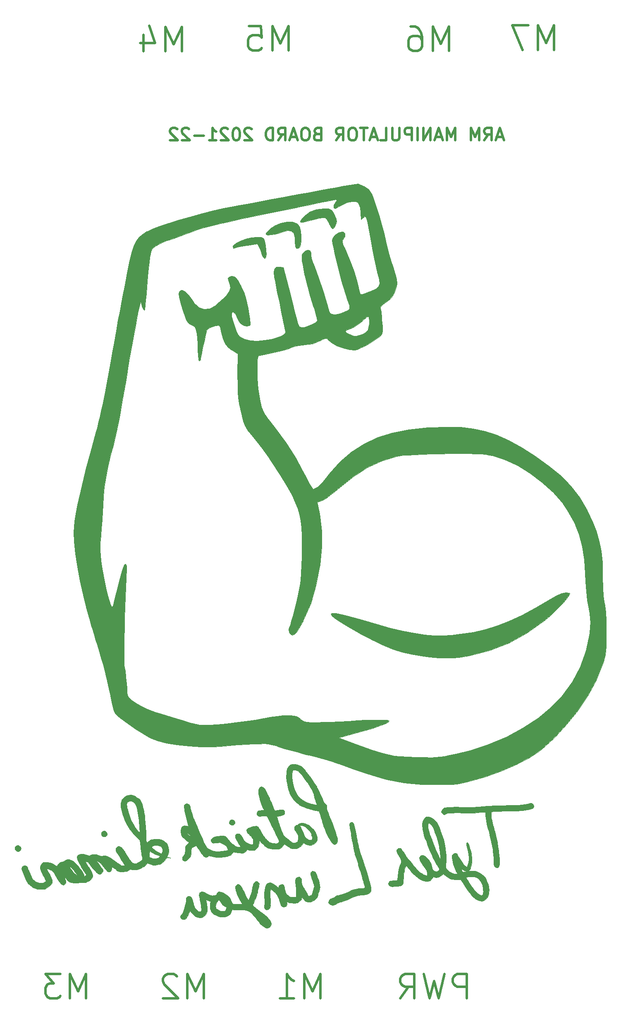
<source format=gbr>
%TF.GenerationSoftware,KiCad,Pcbnew,(5.1.12-1-g0a0a2da680)-1*%
%TF.CreationDate,2022-02-12T23:56:57-06:00*%
%TF.ProjectId,ArmBoard_Hardware,41726d42-6f61-4726-945f-486172647761,2*%
%TF.SameCoordinates,Original*%
%TF.FileFunction,Legend,Bot*%
%TF.FilePolarity,Positive*%
%FSLAX46Y46*%
G04 Gerber Fmt 4.6, Leading zero omitted, Abs format (unit mm)*
G04 Created by KiCad (PCBNEW (5.1.12-1-g0a0a2da680)-1) date 2022-02-12 23:56:57*
%MOMM*%
%LPD*%
G01*
G04 APERTURE LIST*
%ADD10C,0.500000*%
%ADD11C,0.508000*%
%ADD12C,0.010000*%
G04 APERTURE END LIST*
D10*
X202030766Y-233960704D02*
X202030766Y-228960704D01*
X200126004Y-228960704D01*
X199649814Y-229198800D01*
X199411719Y-229436895D01*
X199173623Y-229913085D01*
X199173623Y-230627371D01*
X199411719Y-231103561D01*
X199649814Y-231341657D01*
X200126004Y-231579752D01*
X202030766Y-231579752D01*
X197506957Y-228960704D02*
X196316480Y-233960704D01*
X195364100Y-230389276D01*
X194411719Y-233960704D01*
X193221242Y-228960704D01*
X188459338Y-233960704D02*
X190126004Y-231579752D01*
X191316480Y-233960704D02*
X191316480Y-228960704D01*
X189411719Y-228960704D01*
X188935528Y-229198800D01*
X188697433Y-229436895D01*
X188459338Y-229913085D01*
X188459338Y-230627371D01*
X188697433Y-231103561D01*
X188935528Y-231341657D01*
X189411719Y-231579752D01*
X191316480Y-231579752D01*
X172106719Y-233960704D02*
X172106719Y-228960704D01*
X170440052Y-232532133D01*
X168773385Y-228960704D01*
X168773385Y-233960704D01*
X163773385Y-233960704D02*
X166630528Y-233960704D01*
X165201957Y-233960704D02*
X165201957Y-228960704D01*
X165678147Y-229674990D01*
X166154338Y-230151180D01*
X166630528Y-230389276D01*
X124100719Y-233960704D02*
X124100719Y-228960704D01*
X122434052Y-232532133D01*
X120767385Y-228960704D01*
X120767385Y-233960704D01*
X118862623Y-228960704D02*
X115767385Y-228960704D01*
X117434052Y-230865466D01*
X116719766Y-230865466D01*
X116243576Y-231103561D01*
X116005480Y-231341657D01*
X115767385Y-231817847D01*
X115767385Y-233008323D01*
X116005480Y-233484514D01*
X116243576Y-233722609D01*
X116719766Y-233960704D01*
X118148338Y-233960704D01*
X118624528Y-233722609D01*
X118862623Y-233484514D01*
X148192619Y-233960704D02*
X148192619Y-228960704D01*
X146525952Y-232532133D01*
X144859285Y-228960704D01*
X144859285Y-233960704D01*
X142716428Y-229436895D02*
X142478333Y-229198800D01*
X142002142Y-228960704D01*
X140811666Y-228960704D01*
X140335476Y-229198800D01*
X140097380Y-229436895D01*
X139859285Y-229913085D01*
X139859285Y-230389276D01*
X140097380Y-231103561D01*
X142954523Y-233960704D01*
X139859285Y-233960704D01*
X219934919Y-39853904D02*
X219934919Y-34853904D01*
X218268252Y-38425333D01*
X216601585Y-34853904D01*
X216601585Y-39853904D01*
X214696823Y-34853904D02*
X211363490Y-34853904D01*
X213506347Y-39853904D01*
X198408419Y-40082504D02*
X198408419Y-35082504D01*
X196741752Y-38653933D01*
X195075085Y-35082504D01*
X195075085Y-40082504D01*
X190551276Y-35082504D02*
X191503657Y-35082504D01*
X191979847Y-35320600D01*
X192217942Y-35558695D01*
X192694133Y-36272980D01*
X192932228Y-37225361D01*
X192932228Y-39130123D01*
X192694133Y-39606314D01*
X192456038Y-39844409D01*
X191979847Y-40082504D01*
X191027466Y-40082504D01*
X190551276Y-39844409D01*
X190313180Y-39606314D01*
X190075085Y-39130123D01*
X190075085Y-37939647D01*
X190313180Y-37463457D01*
X190551276Y-37225361D01*
X191027466Y-36987266D01*
X191979847Y-36987266D01*
X192456038Y-37225361D01*
X192694133Y-37463457D01*
X192932228Y-37939647D01*
X165566219Y-39968204D02*
X165566219Y-34968204D01*
X163899552Y-38539633D01*
X162232885Y-34968204D01*
X162232885Y-39968204D01*
X157470980Y-34968204D02*
X159851933Y-34968204D01*
X160090028Y-37349157D01*
X159851933Y-37111061D01*
X159375742Y-36872966D01*
X158185266Y-36872966D01*
X157709076Y-37111061D01*
X157470980Y-37349157D01*
X157232885Y-37825347D01*
X157232885Y-39015823D01*
X157470980Y-39492014D01*
X157709076Y-39730109D01*
X158185266Y-39968204D01*
X159375742Y-39968204D01*
X159851933Y-39730109D01*
X160090028Y-39492014D01*
X143696819Y-40120604D02*
X143696819Y-35120604D01*
X142030152Y-38692033D01*
X140363485Y-35120604D01*
X140363485Y-40120604D01*
X135839676Y-36787271D02*
X135839676Y-40120604D01*
X137030152Y-34882509D02*
X138220628Y-38453938D01*
X135125390Y-38453938D01*
D11*
X209396995Y-57662233D02*
X208187471Y-57662233D01*
X209638900Y-58387947D02*
X208792233Y-55847947D01*
X207945566Y-58387947D01*
X205647471Y-58387947D02*
X206494138Y-57178423D01*
X207098900Y-58387947D02*
X207098900Y-55847947D01*
X206131280Y-55847947D01*
X205889376Y-55968900D01*
X205768423Y-56089852D01*
X205647471Y-56331757D01*
X205647471Y-56694614D01*
X205768423Y-56936519D01*
X205889376Y-57057471D01*
X206131280Y-57178423D01*
X207098900Y-57178423D01*
X204558900Y-58387947D02*
X204558900Y-55847947D01*
X203712233Y-57662233D01*
X202865566Y-55847947D01*
X202865566Y-58387947D01*
X199720804Y-58387947D02*
X199720804Y-55847947D01*
X198874138Y-57662233D01*
X198027471Y-55847947D01*
X198027471Y-58387947D01*
X196938900Y-57662233D02*
X195729376Y-57662233D01*
X197180804Y-58387947D02*
X196334138Y-55847947D01*
X195487471Y-58387947D01*
X194640804Y-58387947D02*
X194640804Y-55847947D01*
X193189376Y-58387947D01*
X193189376Y-55847947D01*
X191979852Y-58387947D02*
X191979852Y-55847947D01*
X190770328Y-58387947D02*
X190770328Y-55847947D01*
X189802709Y-55847947D01*
X189560804Y-55968900D01*
X189439852Y-56089852D01*
X189318900Y-56331757D01*
X189318900Y-56694614D01*
X189439852Y-56936519D01*
X189560804Y-57057471D01*
X189802709Y-57178423D01*
X190770328Y-57178423D01*
X188230328Y-55847947D02*
X188230328Y-57904138D01*
X188109376Y-58146042D01*
X187988423Y-58266995D01*
X187746519Y-58387947D01*
X187262709Y-58387947D01*
X187020804Y-58266995D01*
X186899852Y-58146042D01*
X186778900Y-57904138D01*
X186778900Y-55847947D01*
X184359852Y-58387947D02*
X185569376Y-58387947D01*
X185569376Y-55847947D01*
X183634138Y-57662233D02*
X182424614Y-57662233D01*
X183876042Y-58387947D02*
X183029376Y-55847947D01*
X182182709Y-58387947D01*
X181698900Y-55847947D02*
X180247471Y-55847947D01*
X180973185Y-58387947D02*
X180973185Y-55847947D01*
X178916995Y-55847947D02*
X178433185Y-55847947D01*
X178191280Y-55968900D01*
X177949376Y-56210804D01*
X177828423Y-56694614D01*
X177828423Y-57541280D01*
X177949376Y-58025090D01*
X178191280Y-58266995D01*
X178433185Y-58387947D01*
X178916995Y-58387947D01*
X179158900Y-58266995D01*
X179400804Y-58025090D01*
X179521757Y-57541280D01*
X179521757Y-56694614D01*
X179400804Y-56210804D01*
X179158900Y-55968900D01*
X178916995Y-55847947D01*
X175288423Y-58387947D02*
X176135090Y-57178423D01*
X176739852Y-58387947D02*
X176739852Y-55847947D01*
X175772233Y-55847947D01*
X175530328Y-55968900D01*
X175409376Y-56089852D01*
X175288423Y-56331757D01*
X175288423Y-56694614D01*
X175409376Y-56936519D01*
X175530328Y-57057471D01*
X175772233Y-57178423D01*
X176739852Y-57178423D01*
X171417947Y-57057471D02*
X171055090Y-57178423D01*
X170934138Y-57299376D01*
X170813185Y-57541280D01*
X170813185Y-57904138D01*
X170934138Y-58146042D01*
X171055090Y-58266995D01*
X171296995Y-58387947D01*
X172264614Y-58387947D01*
X172264614Y-55847947D01*
X171417947Y-55847947D01*
X171176042Y-55968900D01*
X171055090Y-56089852D01*
X170934138Y-56331757D01*
X170934138Y-56573661D01*
X171055090Y-56815566D01*
X171176042Y-56936519D01*
X171417947Y-57057471D01*
X172264614Y-57057471D01*
X169240804Y-55847947D02*
X168756995Y-55847947D01*
X168515090Y-55968900D01*
X168273185Y-56210804D01*
X168152233Y-56694614D01*
X168152233Y-57541280D01*
X168273185Y-58025090D01*
X168515090Y-58266995D01*
X168756995Y-58387947D01*
X169240804Y-58387947D01*
X169482709Y-58266995D01*
X169724614Y-58025090D01*
X169845566Y-57541280D01*
X169845566Y-56694614D01*
X169724614Y-56210804D01*
X169482709Y-55968900D01*
X169240804Y-55847947D01*
X167184614Y-57662233D02*
X165975090Y-57662233D01*
X167426519Y-58387947D02*
X166579852Y-55847947D01*
X165733185Y-58387947D01*
X163435090Y-58387947D02*
X164281757Y-57178423D01*
X164886519Y-58387947D02*
X164886519Y-55847947D01*
X163918900Y-55847947D01*
X163676995Y-55968900D01*
X163556042Y-56089852D01*
X163435090Y-56331757D01*
X163435090Y-56694614D01*
X163556042Y-56936519D01*
X163676995Y-57057471D01*
X163918900Y-57178423D01*
X164886519Y-57178423D01*
X162346519Y-58387947D02*
X162346519Y-55847947D01*
X161741757Y-55847947D01*
X161378900Y-55968900D01*
X161136995Y-56210804D01*
X161016042Y-56452709D01*
X160895090Y-56936519D01*
X160895090Y-57299376D01*
X161016042Y-57783185D01*
X161136995Y-58025090D01*
X161378900Y-58266995D01*
X161741757Y-58387947D01*
X162346519Y-58387947D01*
X157992233Y-56089852D02*
X157871280Y-55968900D01*
X157629376Y-55847947D01*
X157024614Y-55847947D01*
X156782709Y-55968900D01*
X156661757Y-56089852D01*
X156540804Y-56331757D01*
X156540804Y-56573661D01*
X156661757Y-56936519D01*
X158113185Y-58387947D01*
X156540804Y-58387947D01*
X154968423Y-55847947D02*
X154726519Y-55847947D01*
X154484614Y-55968900D01*
X154363661Y-56089852D01*
X154242709Y-56331757D01*
X154121757Y-56815566D01*
X154121757Y-57420328D01*
X154242709Y-57904138D01*
X154363661Y-58146042D01*
X154484614Y-58266995D01*
X154726519Y-58387947D01*
X154968423Y-58387947D01*
X155210328Y-58266995D01*
X155331280Y-58146042D01*
X155452233Y-57904138D01*
X155573185Y-57420328D01*
X155573185Y-56815566D01*
X155452233Y-56331757D01*
X155331280Y-56089852D01*
X155210328Y-55968900D01*
X154968423Y-55847947D01*
X153154138Y-56089852D02*
X153033185Y-55968900D01*
X152791280Y-55847947D01*
X152186519Y-55847947D01*
X151944614Y-55968900D01*
X151823661Y-56089852D01*
X151702709Y-56331757D01*
X151702709Y-56573661D01*
X151823661Y-56936519D01*
X153275090Y-58387947D01*
X151702709Y-58387947D01*
X149283661Y-58387947D02*
X150735090Y-58387947D01*
X150009376Y-58387947D02*
X150009376Y-55847947D01*
X150251280Y-56210804D01*
X150493185Y-56452709D01*
X150735090Y-56573661D01*
X148195090Y-57420328D02*
X146259852Y-57420328D01*
X145171280Y-56089852D02*
X145050328Y-55968900D01*
X144808423Y-55847947D01*
X144203661Y-55847947D01*
X143961757Y-55968900D01*
X143840804Y-56089852D01*
X143719852Y-56331757D01*
X143719852Y-56573661D01*
X143840804Y-56936519D01*
X145292233Y-58387947D01*
X143719852Y-58387947D01*
X142752233Y-56089852D02*
X142631280Y-55968900D01*
X142389376Y-55847947D01*
X141784614Y-55847947D01*
X141542709Y-55968900D01*
X141421757Y-56089852D01*
X141300804Y-56331757D01*
X141300804Y-56573661D01*
X141421757Y-56936519D01*
X142873185Y-58387947D01*
X141300804Y-58387947D01*
D12*
%TO.C,G\u002A\u002A\u002A*%
G36*
X171225054Y-72454984D02*
G01*
X169918216Y-73017732D01*
X168734845Y-73951073D01*
X168145207Y-74551637D01*
X167894693Y-74938006D01*
X168015379Y-75118174D01*
X168539344Y-75100131D01*
X169498665Y-74891870D01*
X170925421Y-74501384D01*
X170933879Y-74498960D01*
X171852647Y-74283289D01*
X172618854Y-74187625D01*
X173005621Y-74218799D01*
X173389889Y-74564706D01*
X173782568Y-75211420D01*
X173889431Y-75456889D01*
X174249209Y-76216290D01*
X174560006Y-76463396D01*
X174868945Y-76206282D01*
X175134998Y-75670287D01*
X175341790Y-75015857D01*
X175285928Y-74441244D01*
X175066110Y-73884349D01*
X174642993Y-73021758D01*
X174248974Y-72541341D01*
X173721638Y-72331977D01*
X172898570Y-72282543D01*
X172724205Y-72282050D01*
X171225054Y-72454984D01*
G37*
X171225054Y-72454984D02*
X169918216Y-73017732D01*
X168734845Y-73951073D01*
X168145207Y-74551637D01*
X167894693Y-74938006D01*
X168015379Y-75118174D01*
X168539344Y-75100131D01*
X169498665Y-74891870D01*
X170925421Y-74501384D01*
X170933879Y-74498960D01*
X171852647Y-74283289D01*
X172618854Y-74187625D01*
X173005621Y-74218799D01*
X173389889Y-74564706D01*
X173782568Y-75211420D01*
X173889431Y-75456889D01*
X174249209Y-76216290D01*
X174560006Y-76463396D01*
X174868945Y-76206282D01*
X175134998Y-75670287D01*
X175341790Y-75015857D01*
X175285928Y-74441244D01*
X175066110Y-73884349D01*
X174642993Y-73021758D01*
X174248974Y-72541341D01*
X173721638Y-72331977D01*
X172898570Y-72282543D01*
X172724205Y-72282050D01*
X171225054Y-72454984D01*
G36*
X163976613Y-75262236D02*
G01*
X162775797Y-75762928D01*
X161821596Y-76417029D01*
X161243077Y-76974273D01*
X160910292Y-77418950D01*
X160877581Y-77596515D01*
X161225893Y-77715993D01*
X161920915Y-77690474D01*
X162807133Y-77541647D01*
X163729029Y-77291203D01*
X164136949Y-77141914D01*
X165289252Y-76799412D01*
X166106343Y-76861895D01*
X166614067Y-77347495D01*
X166838269Y-78274345D01*
X166847698Y-79043723D01*
X166883402Y-80008069D01*
X167091192Y-80474947D01*
X167474680Y-80448523D01*
X167822033Y-80166633D01*
X168010607Y-79702146D01*
X168110012Y-78894345D01*
X168121121Y-77921363D01*
X168044810Y-76961336D01*
X167881953Y-76192397D01*
X167801546Y-75995156D01*
X167218570Y-75385593D01*
X166311253Y-75065579D01*
X165192849Y-75027123D01*
X163976613Y-75262236D01*
G37*
X163976613Y-75262236D02*
X162775797Y-75762928D01*
X161821596Y-76417029D01*
X161243077Y-76974273D01*
X160910292Y-77418950D01*
X160877581Y-77596515D01*
X161225893Y-77715993D01*
X161920915Y-77690474D01*
X162807133Y-77541647D01*
X163729029Y-77291203D01*
X164136949Y-77141914D01*
X165289252Y-76799412D01*
X166106343Y-76861895D01*
X166614067Y-77347495D01*
X166838269Y-78274345D01*
X166847698Y-79043723D01*
X166883402Y-80008069D01*
X167091192Y-80474947D01*
X167474680Y-80448523D01*
X167822033Y-80166633D01*
X168010607Y-79702146D01*
X168110012Y-78894345D01*
X168121121Y-77921363D01*
X168044810Y-76961336D01*
X167881953Y-76192397D01*
X167801546Y-75995156D01*
X167218570Y-75385593D01*
X166311253Y-75065579D01*
X165192849Y-75027123D01*
X163976613Y-75262236D01*
G36*
X157983256Y-78273532D02*
G01*
X156842244Y-78534335D01*
X155758240Y-78898308D01*
X154863456Y-79331363D01*
X154290108Y-79799411D01*
X154158122Y-80067134D01*
X154178543Y-80416216D01*
X154524175Y-80376797D01*
X154552802Y-80365544D01*
X155041149Y-80230263D01*
X155885257Y-80051298D01*
X156917603Y-79863637D01*
X157104409Y-79832628D01*
X159166159Y-79495511D01*
X159551804Y-80241266D01*
X159826120Y-80879156D01*
X159937449Y-81346466D01*
X160084978Y-81831338D01*
X160315428Y-82219501D01*
X160611446Y-82569742D01*
X160776355Y-82493153D01*
X160879119Y-82253870D01*
X160960525Y-81673786D01*
X160934045Y-80806178D01*
X160823474Y-79850830D01*
X160652607Y-79007526D01*
X160445240Y-78476050D01*
X160426182Y-78451038D01*
X159907439Y-78197795D01*
X159049059Y-78149989D01*
X157983256Y-78273532D01*
G37*
X157983256Y-78273532D02*
X156842244Y-78534335D01*
X155758240Y-78898308D01*
X154863456Y-79331363D01*
X154290108Y-79799411D01*
X154158122Y-80067134D01*
X154178543Y-80416216D01*
X154524175Y-80376797D01*
X154552802Y-80365544D01*
X155041149Y-80230263D01*
X155885257Y-80051298D01*
X156917603Y-79863637D01*
X157104409Y-79832628D01*
X159166159Y-79495511D01*
X159551804Y-80241266D01*
X159826120Y-80879156D01*
X159937449Y-81346466D01*
X160084978Y-81831338D01*
X160315428Y-82219501D01*
X160611446Y-82569742D01*
X160776355Y-82493153D01*
X160879119Y-82253870D01*
X160960525Y-81673786D01*
X160934045Y-80806178D01*
X160823474Y-79850830D01*
X160652607Y-79007526D01*
X160445240Y-78476050D01*
X160426182Y-78451038D01*
X159907439Y-78197795D01*
X159049059Y-78149989D01*
X157983256Y-78273532D01*
G36*
X221472061Y-151038486D02*
G01*
X220304877Y-151568954D01*
X219180201Y-152209983D01*
X216085367Y-154024209D01*
X213297157Y-155520608D01*
X210725742Y-156731847D01*
X208281295Y-157690589D01*
X205873990Y-158429501D01*
X203413999Y-158981247D01*
X200811494Y-159378495D01*
X198923566Y-159576241D01*
X197100955Y-159682354D01*
X195264223Y-159666447D01*
X193345036Y-159516918D01*
X191275058Y-159222168D01*
X188985953Y-158770596D01*
X186409386Y-158150602D01*
X183477021Y-157350585D01*
X180310366Y-156416559D01*
X178134677Y-155787798D01*
X176437796Y-155364659D01*
X175221156Y-155146437D01*
X174486188Y-155132426D01*
X174234324Y-155321923D01*
X174466995Y-155714222D01*
X175185634Y-156308620D01*
X176391671Y-157104410D01*
X177532241Y-157784138D01*
X180301877Y-159348158D01*
X182729545Y-160629032D01*
X184898997Y-161657907D01*
X186893987Y-162465931D01*
X188798267Y-163084249D01*
X190695589Y-163544009D01*
X192669706Y-163876357D01*
X194465574Y-164081461D01*
X196337981Y-164238610D01*
X197849881Y-164308061D01*
X199163509Y-164284324D01*
X200441102Y-164161911D01*
X201844893Y-163935331D01*
X202502320Y-163809526D01*
X206722324Y-162729149D01*
X210663957Y-161203102D01*
X214353015Y-159218723D01*
X217815294Y-156763354D01*
X219150397Y-155639520D01*
X220036341Y-154814209D01*
X220943795Y-153894866D01*
X221791963Y-152972722D01*
X222500049Y-152139011D01*
X222987255Y-151484964D01*
X223172788Y-151101814D01*
X223172866Y-151097488D01*
X222940959Y-150939772D01*
X222374110Y-150864384D01*
X222289055Y-150863300D01*
X221472061Y-151038486D01*
G37*
X221472061Y-151038486D02*
X220304877Y-151568954D01*
X219180201Y-152209983D01*
X216085367Y-154024209D01*
X213297157Y-155520608D01*
X210725742Y-156731847D01*
X208281295Y-157690589D01*
X205873990Y-158429501D01*
X203413999Y-158981247D01*
X200811494Y-159378495D01*
X198923566Y-159576241D01*
X197100955Y-159682354D01*
X195264223Y-159666447D01*
X193345036Y-159516918D01*
X191275058Y-159222168D01*
X188985953Y-158770596D01*
X186409386Y-158150602D01*
X183477021Y-157350585D01*
X180310366Y-156416559D01*
X178134677Y-155787798D01*
X176437796Y-155364659D01*
X175221156Y-155146437D01*
X174486188Y-155132426D01*
X174234324Y-155321923D01*
X174466995Y-155714222D01*
X175185634Y-156308620D01*
X176391671Y-157104410D01*
X177532241Y-157784138D01*
X180301877Y-159348158D01*
X182729545Y-160629032D01*
X184898997Y-161657907D01*
X186893987Y-162465931D01*
X188798267Y-163084249D01*
X190695589Y-163544009D01*
X192669706Y-163876357D01*
X194465574Y-164081461D01*
X196337981Y-164238610D01*
X197849881Y-164308061D01*
X199163509Y-164284324D01*
X200441102Y-164161911D01*
X201844893Y-163935331D01*
X202502320Y-163809526D01*
X206722324Y-162729149D01*
X210663957Y-161203102D01*
X214353015Y-159218723D01*
X217815294Y-156763354D01*
X219150397Y-155639520D01*
X220036341Y-154814209D01*
X220943795Y-153894866D01*
X221791963Y-152972722D01*
X222500049Y-152139011D01*
X222987255Y-151484964D01*
X223172788Y-151101814D01*
X223172866Y-151097488D01*
X222940959Y-150939772D01*
X222374110Y-150864384D01*
X222289055Y-150863300D01*
X221472061Y-151038486D01*
G36*
X176523805Y-67780990D02*
G01*
X175342595Y-67991167D01*
X173758580Y-68277669D01*
X171889006Y-68619034D01*
X169851121Y-68993800D01*
X167762174Y-69380507D01*
X166419741Y-69630487D01*
X164188585Y-70046053D01*
X161772922Y-70494285D01*
X159331401Y-70945861D01*
X157022668Y-71371457D01*
X155005373Y-71741752D01*
X154248908Y-71879983D01*
X152248571Y-72280188D01*
X150054968Y-72780125D01*
X147755773Y-73354452D01*
X145438660Y-73977823D01*
X143191302Y-74624894D01*
X141101372Y-75270321D01*
X139256545Y-75888761D01*
X137744494Y-76454869D01*
X136652893Y-76943300D01*
X136556154Y-76994494D01*
X135649852Y-77554728D01*
X134915282Y-78197242D01*
X134315484Y-78996974D01*
X133813499Y-80028864D01*
X133372367Y-81367853D01*
X132955127Y-83088880D01*
X132554071Y-85109105D01*
X132277381Y-86585546D01*
X131934425Y-88399438D01*
X131559786Y-90368761D01*
X131188047Y-92311498D01*
X130994714Y-93316425D01*
X130637045Y-95196749D01*
X130225935Y-97399476D01*
X129798057Y-99725568D01*
X129390087Y-101975992D01*
X129117739Y-103502883D01*
X128631412Y-106238550D01*
X128216438Y-108529077D01*
X127856836Y-110451234D01*
X127536627Y-112081792D01*
X127239833Y-113497520D01*
X126950472Y-114775190D01*
X126652567Y-115991572D01*
X126330137Y-117223435D01*
X126043266Y-118273579D01*
X125002739Y-122074515D01*
X124116814Y-125407799D01*
X123377529Y-128309357D01*
X122776925Y-130815115D01*
X122307039Y-132960998D01*
X121959909Y-134782934D01*
X121727575Y-136316847D01*
X121602075Y-137598664D01*
X121573228Y-138444705D01*
X121661715Y-140488227D01*
X121913949Y-142914741D01*
X122308957Y-145611361D01*
X122825764Y-148465201D01*
X123443396Y-151363375D01*
X124140880Y-154192996D01*
X124897241Y-156841179D01*
X125124664Y-157559278D01*
X125348096Y-158273635D01*
X125670586Y-159337761D01*
X126044408Y-160593026D01*
X126333967Y-161578925D01*
X126753380Y-163006539D01*
X127194893Y-164493113D01*
X127594029Y-165822244D01*
X127792366Y-166473737D01*
X128095241Y-167578185D01*
X128433408Y-168998266D01*
X128759527Y-170526938D01*
X128962995Y-171593641D01*
X129217599Y-172897811D01*
X129486010Y-174076722D01*
X129734848Y-174994101D01*
X129917021Y-175488462D01*
X130273203Y-175895557D01*
X130988097Y-176509741D01*
X131967621Y-177264253D01*
X133117691Y-178092331D01*
X134344225Y-178927215D01*
X135553140Y-179702143D01*
X136650352Y-180350356D01*
X137132556Y-180608577D01*
X138621003Y-181200635D01*
X140521876Y-181696580D01*
X142724964Y-182083167D01*
X145120057Y-182347152D01*
X147596941Y-182475287D01*
X150045407Y-182454329D01*
X151620545Y-182349776D01*
X153265432Y-182211269D01*
X155159990Y-182074147D01*
X157025030Y-181957722D01*
X158090719Y-181902224D01*
X159512773Y-181844657D01*
X160556422Y-181836365D01*
X161371336Y-181892616D01*
X162107183Y-182028680D01*
X162913632Y-182259823D01*
X163506052Y-182454663D01*
X164525393Y-182773755D01*
X165905278Y-183173225D01*
X167491669Y-183610069D01*
X169130530Y-184041282D01*
X169773105Y-184204273D01*
X171370146Y-184618665D01*
X172958004Y-185055710D01*
X174389088Y-185473110D01*
X175515805Y-185828564D01*
X175867148Y-185950805D01*
X178830298Y-187012945D01*
X181388552Y-187884832D01*
X183623331Y-188584812D01*
X185616057Y-189131230D01*
X187448150Y-189542432D01*
X189201030Y-189836765D01*
X190956119Y-190032573D01*
X192794838Y-190148203D01*
X194730158Y-190201037D01*
X196522573Y-190219619D01*
X197911410Y-190210124D01*
X199021931Y-190162927D01*
X199979404Y-190068404D01*
X200909093Y-189916932D01*
X201936263Y-189698887D01*
X202270783Y-189621705D01*
X205705267Y-188683012D01*
X209020648Y-187511209D01*
X212117354Y-186150473D01*
X214895810Y-184644982D01*
X217256443Y-183038914D01*
X217449470Y-182887393D01*
X220021715Y-180599707D01*
X222494285Y-177938834D01*
X224787052Y-175015633D01*
X226819891Y-171940962D01*
X228512677Y-168825680D01*
X229758421Y-165857322D01*
X230056015Y-164992232D01*
X230271561Y-164270231D01*
X230418277Y-163579296D01*
X230509381Y-162807398D01*
X230558091Y-161842514D01*
X230577624Y-160572615D01*
X230581199Y-158885678D01*
X230581199Y-158884055D01*
X230560990Y-157081499D01*
X227355103Y-157081499D01*
X227307208Y-158018106D01*
X227177221Y-159172738D01*
X227161135Y-159298459D01*
X226458807Y-162845854D01*
X225292198Y-166147546D01*
X223653102Y-169219362D01*
X221533311Y-172077129D01*
X219365762Y-174332636D01*
X216681458Y-176543626D01*
X213575688Y-178583857D01*
X210141120Y-180407800D01*
X206470423Y-181969931D01*
X202656265Y-183224723D01*
X199861181Y-183914871D01*
X198506373Y-184198281D01*
X197445631Y-184400909D01*
X196543106Y-184534083D01*
X195662946Y-184609129D01*
X194669303Y-184637376D01*
X193426327Y-184630151D01*
X191798167Y-184598781D01*
X191687449Y-184596425D01*
X189883356Y-184541652D01*
X188458359Y-184453011D01*
X187262656Y-184313448D01*
X186146444Y-184105910D01*
X185072866Y-183843436D01*
X183808856Y-183476334D01*
X182256816Y-182977350D01*
X180618989Y-182413719D01*
X179181687Y-181884946D01*
X175804049Y-180592104D01*
X180372312Y-179333084D01*
X182555028Y-178710935D01*
X184221830Y-178187394D01*
X185371723Y-177759134D01*
X186003713Y-177422832D01*
X186116804Y-177175160D01*
X185710003Y-177012794D01*
X184782315Y-176932409D01*
X183332745Y-176930678D01*
X181360299Y-177004277D01*
X179703461Y-177096658D01*
X177824097Y-177203917D01*
X175929524Y-177298217D01*
X174153306Y-177373901D01*
X172629008Y-177425312D01*
X171490197Y-177446793D01*
X171431337Y-177447022D01*
X170204570Y-177441375D01*
X169376204Y-177399005D01*
X168815571Y-177293203D01*
X168392001Y-177097262D01*
X167974822Y-176784473D01*
X167905307Y-176726321D01*
X167320724Y-176304232D01*
X166719174Y-176084276D01*
X165891488Y-176005651D01*
X165407253Y-176000158D01*
X164490148Y-176052955D01*
X163227888Y-176195313D01*
X161792546Y-176405000D01*
X160464441Y-176638775D01*
X158680891Y-176952644D01*
X156737269Y-177244298D01*
X154733118Y-177503580D01*
X152767982Y-177720335D01*
X150941404Y-177884406D01*
X149352927Y-177985637D01*
X148102094Y-178013873D01*
X147382861Y-177973447D01*
X146558938Y-177816028D01*
X145410692Y-177533851D01*
X144114827Y-177172424D01*
X143268699Y-176913900D01*
X141817404Y-176455150D01*
X140252754Y-175964235D01*
X138822329Y-175518703D01*
X138241616Y-175339282D01*
X136890483Y-174850268D01*
X135568418Y-174243169D01*
X134374877Y-173577722D01*
X133409318Y-172913666D01*
X132771200Y-172310738D01*
X132566505Y-171930594D01*
X132499440Y-171412516D01*
X132420151Y-170530884D01*
X132342937Y-169450647D01*
X132322528Y-169116151D01*
X132231975Y-167990780D01*
X132108192Y-166998057D01*
X131974100Y-166311894D01*
X131938078Y-166199045D01*
X131883824Y-165773704D01*
X131851501Y-164890595D01*
X131839633Y-163620598D01*
X131846746Y-162034592D01*
X131871367Y-160203458D01*
X131912022Y-158198077D01*
X131967236Y-156089327D01*
X132035536Y-153948090D01*
X132115447Y-151845246D01*
X132205495Y-149851675D01*
X132304207Y-148038256D01*
X132321653Y-147754446D01*
X132376113Y-146343681D01*
X132334613Y-145443586D01*
X132203456Y-145045641D01*
X131988946Y-145141323D01*
X131697387Y-145722112D01*
X131335082Y-146779487D01*
X130908335Y-148304926D01*
X130423450Y-150289909D01*
X130413227Y-150334133D01*
X130120007Y-151563953D01*
X129850508Y-152622535D01*
X129635809Y-153392185D01*
X129512235Y-153746106D01*
X129323004Y-153779788D01*
X129072275Y-153352246D01*
X128776231Y-152525692D01*
X128451058Y-151362333D01*
X128112941Y-149924381D01*
X127778065Y-148274044D01*
X127462614Y-146473534D01*
X127243303Y-145025111D01*
X127043066Y-143410115D01*
X126954771Y-142074035D01*
X126972445Y-140779924D01*
X127090118Y-139290837D01*
X127097045Y-139221633D01*
X127224450Y-137775126D01*
X127349319Y-136044779D01*
X127455112Y-134275731D01*
X127511897Y-133073278D01*
X127628163Y-131197236D01*
X127836361Y-129314277D01*
X128154994Y-127317716D01*
X128602562Y-125100871D01*
X129197568Y-122557056D01*
X129639977Y-120802487D01*
X130265027Y-118171778D01*
X130906606Y-115067394D01*
X131567952Y-111472453D01*
X132252301Y-107370072D01*
X132424575Y-106281008D01*
X132643008Y-104934168D01*
X132911021Y-103356543D01*
X133214389Y-101624500D01*
X133538887Y-99814403D01*
X133870290Y-98002617D01*
X134194372Y-96265507D01*
X134496909Y-94679439D01*
X134763676Y-93320776D01*
X134980446Y-92265885D01*
X135132996Y-91591131D01*
X135201517Y-91373538D01*
X135323258Y-91443067D01*
X135331199Y-91535312D01*
X135413295Y-91987653D01*
X135604893Y-92537864D01*
X135823958Y-92988553D01*
X135988457Y-93142325D01*
X135996503Y-93136191D01*
X136058018Y-92845723D01*
X136153337Y-92115381D01*
X136272715Y-91032661D01*
X136406406Y-89685058D01*
X136522621Y-88412581D01*
X136714881Y-86238881D01*
X136872323Y-84529161D01*
X137006257Y-83220251D01*
X137127993Y-82248978D01*
X137248842Y-81552171D01*
X137380116Y-81066660D01*
X137533124Y-80729271D01*
X137719177Y-80476834D01*
X137949586Y-80246177D01*
X137991896Y-80206537D01*
X138565217Y-79822568D01*
X139502919Y-79357791D01*
X140661416Y-78879674D01*
X141321572Y-78641978D01*
X142758129Y-78142726D01*
X144328970Y-77582530D01*
X145764828Y-77057818D01*
X146200769Y-76894694D01*
X147079537Y-76591356D01*
X148194555Y-76259255D01*
X149582894Y-75889803D01*
X151281623Y-75474407D01*
X153327810Y-75004477D01*
X155758525Y-74471423D01*
X158610838Y-73866653D01*
X161921818Y-73181577D01*
X164421295Y-72672142D01*
X166280216Y-72293373D01*
X168138724Y-71911533D01*
X169872702Y-71552354D01*
X171358032Y-71241564D01*
X172470598Y-71004893D01*
X172618784Y-70972783D01*
X173910563Y-70693954D01*
X174758124Y-70527699D01*
X175234584Y-70475316D01*
X175413062Y-70538102D01*
X175366673Y-70717357D01*
X175168535Y-71014377D01*
X175165994Y-71018005D01*
X174826303Y-71660825D01*
X174786185Y-72122710D01*
X175024372Y-72282050D01*
X175392303Y-72145989D01*
X176007972Y-71802352D01*
X176313322Y-71607910D01*
X177538691Y-71044726D01*
X178475283Y-70880306D01*
X179236228Y-70892505D01*
X179669687Y-71074542D01*
X179960557Y-71488300D01*
X180168041Y-72150581D01*
X180296390Y-73058336D01*
X180314880Y-73472675D01*
X180336673Y-74229388D01*
X180407431Y-74535869D01*
X180563376Y-74470900D01*
X180698052Y-74306076D01*
X181107957Y-73964929D01*
X181434286Y-74139514D01*
X181680814Y-74833228D01*
X181758411Y-75259999D01*
X182047747Y-77057827D01*
X182380265Y-78959657D01*
X182733272Y-80849269D01*
X183084073Y-82610445D01*
X183409976Y-84126966D01*
X183688286Y-85282614D01*
X183780477Y-85615340D01*
X184103918Y-86842740D01*
X184185242Y-87695381D01*
X183975183Y-88291278D01*
X183424475Y-88748445D01*
X182483850Y-89184898D01*
X182251766Y-89277274D01*
X181358382Y-89605260D01*
X180664046Y-89817318D01*
X180306561Y-89871923D01*
X180294528Y-89867053D01*
X180155692Y-89569375D01*
X179968762Y-88901099D01*
X179792763Y-88097348D01*
X179459243Y-86776627D01*
X178928440Y-85135491D01*
X178253171Y-83319859D01*
X177486251Y-81475652D01*
X177040621Y-80493729D01*
X176673945Y-79664381D01*
X176533850Y-79156263D01*
X176597648Y-78823827D01*
X176748661Y-78620812D01*
X177106273Y-78000137D01*
X177108316Y-77439700D01*
X176777859Y-77091580D01*
X176509589Y-77044550D01*
X175770807Y-77235493D01*
X175074239Y-77709532D01*
X174597511Y-78318482D01*
X174489533Y-78729787D01*
X174562898Y-79419929D01*
X174765663Y-80515221D01*
X175071829Y-81914976D01*
X175455399Y-83518509D01*
X175890375Y-85225135D01*
X176350759Y-86934166D01*
X176810552Y-88544918D01*
X177243759Y-89956705D01*
X177624380Y-91068841D01*
X177774319Y-91451288D01*
X177998393Y-92158536D01*
X178048032Y-92700023D01*
X178030198Y-92773183D01*
X177662665Y-93142920D01*
X176944089Y-93509592D01*
X176048741Y-93806375D01*
X175150889Y-93966446D01*
X174888445Y-93977883D01*
X174372939Y-93950171D01*
X174056091Y-93785975D01*
X173832371Y-93363711D01*
X173596253Y-92561792D01*
X173568028Y-92456529D01*
X172686927Y-89379534D01*
X171779899Y-86620871D01*
X170881162Y-84284531D01*
X170871716Y-84262197D01*
X170477888Y-83267719D01*
X170205021Y-82451255D01*
X170092555Y-81937361D01*
X170104361Y-81838678D01*
X170156618Y-81340331D01*
X169856878Y-80899718D01*
X169440241Y-80748717D01*
X168942530Y-80954492D01*
X168526792Y-81387717D01*
X168304998Y-81827088D01*
X168234611Y-82342009D01*
X168306743Y-83103378D01*
X168406383Y-83702821D01*
X168816677Y-85708785D01*
X169368916Y-87982517D01*
X170005064Y-90301860D01*
X170667087Y-92444658D01*
X170771098Y-92754993D01*
X171102472Y-93804431D01*
X171330230Y-94671855D01*
X171423849Y-95232489D01*
X171408858Y-95362231D01*
X171011609Y-95686753D01*
X170292703Y-96051409D01*
X169445975Y-96376808D01*
X168665261Y-96583563D01*
X168343011Y-96617906D01*
X167768431Y-96501266D01*
X167478255Y-96038464D01*
X167439000Y-95896112D01*
X167320668Y-95426362D01*
X167094407Y-94532352D01*
X166782679Y-93302671D01*
X166407944Y-91825911D01*
X165992664Y-90190660D01*
X165879318Y-89744550D01*
X164501084Y-84320592D01*
X163692054Y-84238993D01*
X163040714Y-84276525D01*
X162659402Y-84590446D01*
X162526542Y-85242638D01*
X162620560Y-86294981D01*
X162741128Y-86966425D01*
X163221089Y-89386173D01*
X163661029Y-91585003D01*
X164050091Y-93509769D01*
X164377419Y-95107326D01*
X164632156Y-96324529D01*
X164803446Y-97108233D01*
X164862785Y-97352421D01*
X164893959Y-97739866D01*
X164661926Y-98042994D01*
X164063267Y-98372454D01*
X163796804Y-98492930D01*
X162349561Y-98985456D01*
X160758003Y-99283615D01*
X159148574Y-99387148D01*
X157647719Y-99295793D01*
X156381882Y-99009292D01*
X155477508Y-98527383D01*
X155457501Y-98510096D01*
X155168357Y-98070676D01*
X154813696Y-97277384D01*
X154449302Y-96291423D01*
X154130959Y-95273998D01*
X153914452Y-94386312D01*
X153852033Y-93870664D01*
X153971207Y-93482843D01*
X154258527Y-93493883D01*
X154608687Y-93849609D01*
X154884041Y-94401585D01*
X155250954Y-95180471D01*
X155686764Y-95810397D01*
X155730943Y-95856793D01*
X156290639Y-96204729D01*
X156952757Y-96356593D01*
X157497316Y-96279944D01*
X157659643Y-96141227D01*
X157696228Y-95748021D01*
X157626345Y-94969070D01*
X157473324Y-93931627D01*
X157260497Y-92762947D01*
X157011195Y-91590285D01*
X156748750Y-90540894D01*
X156496492Y-89742030D01*
X156477279Y-89692319D01*
X155773880Y-88072424D01*
X155127872Y-86950104D01*
X154515832Y-86299976D01*
X153914337Y-86096657D01*
X153337909Y-86290070D01*
X153099778Y-86563982D01*
X153179923Y-87010032D01*
X153271763Y-87224510D01*
X153541751Y-87962771D01*
X153593016Y-88621638D01*
X153384191Y-89274182D01*
X152873907Y-89993473D01*
X152020796Y-90852581D01*
X150783491Y-91924576D01*
X150458295Y-92194033D01*
X149363171Y-92809338D01*
X148244734Y-92923960D01*
X147179825Y-92556814D01*
X146245286Y-91726821D01*
X145796245Y-91046277D01*
X145107349Y-90000648D01*
X144393739Y-89300764D01*
X143728882Y-89008040D01*
X143403034Y-89045696D01*
X143124691Y-89316249D01*
X143048094Y-89873345D01*
X143179345Y-90769354D01*
X143524545Y-92056647D01*
X143885237Y-93184133D01*
X144288473Y-94351688D01*
X144606164Y-95122517D01*
X144904340Y-95606889D01*
X145249028Y-95915072D01*
X145649949Y-96131231D01*
X146227878Y-96462396D01*
X146540520Y-96881015D01*
X146711993Y-97580913D01*
X146751250Y-97851022D01*
X146839692Y-98757428D01*
X146909898Y-99951071D01*
X146948030Y-101190041D01*
X146949687Y-101320071D01*
X146990897Y-102377565D01*
X147080598Y-103134749D01*
X147205277Y-103489129D01*
X147237449Y-103502883D01*
X147496785Y-103350257D01*
X147504523Y-103304446D01*
X147557329Y-102945674D01*
X147694319Y-102204682D01*
X147887972Y-101216494D01*
X148110767Y-100116131D01*
X148335182Y-99038616D01*
X148533697Y-98118972D01*
X148678788Y-97492221D01*
X148721031Y-97336164D01*
X148990872Y-96932440D01*
X149579924Y-96604376D01*
X150587348Y-96298921D01*
X150721348Y-96266022D01*
X151143666Y-96202392D01*
X151395151Y-96348865D01*
X151573666Y-96819652D01*
X151711542Y-97421631D01*
X152083827Y-98866818D01*
X152523811Y-99906999D01*
X153102905Y-100666318D01*
X153892526Y-101268924D01*
X153942013Y-101299101D01*
X155119163Y-102010125D01*
X155103186Y-106394525D01*
X155111869Y-108288052D01*
X155160714Y-109792458D01*
X155260579Y-111046973D01*
X155422322Y-112190831D01*
X155641121Y-113292467D01*
X155980867Y-114779032D01*
X156270174Y-115862363D01*
X156555983Y-116659352D01*
X156885236Y-117286893D01*
X157304877Y-117861879D01*
X157627788Y-118239572D01*
X158727363Y-119565424D01*
X159977893Y-121207715D01*
X161305452Y-123056776D01*
X162636113Y-125002933D01*
X163895950Y-126936515D01*
X165011037Y-128747851D01*
X165907447Y-130327268D01*
X166311660Y-131122347D01*
X166948604Y-132514220D01*
X167432346Y-133741834D01*
X167782961Y-134916212D01*
X168020525Y-136148376D01*
X168165111Y-137549348D01*
X168236794Y-139230150D01*
X168255649Y-141301806D01*
X168254551Y-141867467D01*
X168230831Y-143640802D01*
X168175599Y-145393058D01*
X168095262Y-146993684D01*
X167996229Y-148312125D01*
X167897385Y-149143508D01*
X167690654Y-150288012D01*
X167412689Y-151628318D01*
X167089413Y-153059998D01*
X166746750Y-154478621D01*
X166410623Y-155779760D01*
X166106955Y-156858985D01*
X165861671Y-157611867D01*
X165719795Y-157915596D01*
X165566747Y-158423359D01*
X165687016Y-159019965D01*
X166002287Y-159478055D01*
X166298116Y-159594550D01*
X166726708Y-159439643D01*
X167215115Y-158941900D01*
X167800636Y-158051787D01*
X168520574Y-156719771D01*
X168638629Y-156486425D01*
X170103063Y-153096646D01*
X171188074Y-149483958D01*
X171921774Y-145553212D01*
X171965458Y-145227353D01*
X172299840Y-141609818D01*
X172307009Y-138347254D01*
X171986508Y-135378402D01*
X171887611Y-134837758D01*
X171418343Y-132438258D01*
X172545602Y-131972019D01*
X173229467Y-131590997D01*
X174148132Y-130947087D01*
X175156773Y-130146048D01*
X175734843Y-129643087D01*
X178671573Y-127256583D01*
X181651425Y-125358002D01*
X184651893Y-123958807D01*
X187650471Y-123070461D01*
X189123888Y-122823682D01*
X190017804Y-122744233D01*
X191338792Y-122669001D01*
X192984755Y-122601703D01*
X194853599Y-122546057D01*
X196843228Y-122505779D01*
X198343993Y-122487968D01*
X200584643Y-122475516D01*
X202374708Y-122480575D01*
X203792580Y-122506652D01*
X204916656Y-122557255D01*
X205825329Y-122635888D01*
X206596995Y-122746060D01*
X207297866Y-122888468D01*
X209840662Y-123693201D01*
X212458426Y-124919807D01*
X215047203Y-126492161D01*
X217503035Y-128334135D01*
X219721965Y-130369605D01*
X221600036Y-132522445D01*
X222738440Y-134195313D01*
X224027368Y-136608193D01*
X224985811Y-138997180D01*
X225650761Y-141496689D01*
X226059210Y-144241135D01*
X226233346Y-146894550D01*
X226337025Y-148727953D01*
X226510694Y-150671413D01*
X226731264Y-152497855D01*
X226929681Y-153742209D01*
X227173994Y-155127313D01*
X227313250Y-156179155D01*
X227355103Y-157081499D01*
X230560990Y-157081499D01*
X230555887Y-156626432D01*
X230478224Y-154854285D01*
X230345624Y-153526270D01*
X230197668Y-152753574D01*
X229996068Y-151575810D01*
X229875858Y-149919340D01*
X229835695Y-147763812D01*
X229837030Y-147291425D01*
X229782936Y-144694535D01*
X229567379Y-142440404D01*
X229159329Y-140358952D01*
X228527756Y-138280097D01*
X227891418Y-136626870D01*
X226611759Y-133881930D01*
X225133246Y-131418641D01*
X223390970Y-129162164D01*
X221320024Y-127037662D01*
X218855500Y-124970298D01*
X216029116Y-122949860D01*
X213207079Y-121152180D01*
X210627520Y-119725639D01*
X208191552Y-118637039D01*
X205800287Y-117853184D01*
X203354837Y-117340877D01*
X200756315Y-117066921D01*
X198295409Y-116996633D01*
X194059523Y-117124846D01*
X190247792Y-117520944D01*
X186818356Y-118202113D01*
X183729355Y-119185539D01*
X180938932Y-120488410D01*
X178405226Y-122127912D01*
X176086379Y-124121232D01*
X173940532Y-126485557D01*
X173346813Y-127240189D01*
X172305327Y-128505929D01*
X171461511Y-129309713D01*
X170793510Y-129671069D01*
X170597419Y-129696633D01*
X170369327Y-129470879D01*
X169966366Y-128849575D01*
X169437519Y-127916657D01*
X168831769Y-126756061D01*
X168551548Y-126190904D01*
X166965096Y-123257709D01*
X165036877Y-120220514D01*
X162877813Y-117249347D01*
X162001655Y-116150690D01*
X161347320Y-115305264D01*
X160751182Y-114457870D01*
X160499664Y-114058389D01*
X159995025Y-112864475D01*
X159594889Y-111234885D01*
X159313272Y-109255314D01*
X159164191Y-107011458D01*
X159143699Y-105768037D01*
X159147609Y-104394642D01*
X159169679Y-103461095D01*
X159225427Y-102878082D01*
X159330368Y-102556289D01*
X159500017Y-102406405D01*
X159739012Y-102341179D01*
X161680660Y-101962214D01*
X163181687Y-101646434D01*
X164324058Y-101373841D01*
X165189739Y-101124437D01*
X165860695Y-100878223D01*
X166022866Y-100808012D01*
X167073382Y-100468375D01*
X168328792Y-100248346D01*
X168866452Y-100206818D01*
X170433446Y-99994844D01*
X171852110Y-99447556D01*
X171896606Y-99424625D01*
X172672124Y-99033675D01*
X173124547Y-98873081D01*
X173399321Y-98927262D01*
X173641894Y-99180641D01*
X173683228Y-99233249D01*
X174413649Y-99861670D01*
X175492709Y-100434249D01*
X176748665Y-100894142D01*
X178009770Y-101184503D01*
X179104279Y-101248489D01*
X179547685Y-101174278D01*
X180231946Y-100893393D01*
X181185003Y-100404835D01*
X182241993Y-99804173D01*
X183238052Y-99186978D01*
X184008318Y-98648821D01*
X184243698Y-98452010D01*
X184542018Y-98139257D01*
X184712825Y-97800440D01*
X184776606Y-97303664D01*
X184753844Y-96517036D01*
X184687441Y-95594909D01*
X184653658Y-95207753D01*
X182076606Y-95207753D01*
X182043445Y-96001596D01*
X182008336Y-96280137D01*
X181800952Y-97094508D01*
X181391982Y-97633998D01*
X180653899Y-98025980D01*
X180061234Y-98224915D01*
X179415936Y-98401280D01*
X178960890Y-98413947D01*
X178423725Y-98244949D01*
X178052910Y-98092426D01*
X177353935Y-97716862D01*
X177179634Y-97394966D01*
X177530471Y-97129139D01*
X177846832Y-97031683D01*
X178886144Y-96586031D01*
X180102594Y-95752545D01*
X181002820Y-94976402D01*
X181529492Y-94518977D01*
X181813703Y-94406896D01*
X181977981Y-94602359D01*
X182004330Y-94667444D01*
X182076606Y-95207753D01*
X184653658Y-95207753D01*
X184592108Y-94502393D01*
X184492784Y-93578868D01*
X184406619Y-92977779D01*
X184383416Y-92874297D01*
X184377952Y-92489120D01*
X184652082Y-92105448D01*
X185285027Y-91636814D01*
X185815854Y-91310895D01*
X186634284Y-90560506D01*
X187276948Y-89468620D01*
X187652862Y-88216070D01*
X187712889Y-87540560D01*
X187626906Y-86813087D01*
X187393516Y-85785797D01*
X187058384Y-84651563D01*
X186961137Y-84365560D01*
X186584620Y-83189551D01*
X186161753Y-81708215D01*
X185751385Y-80134830D01*
X185488618Y-79028925D01*
X185092103Y-77391023D01*
X184608645Y-75583841D01*
X184077891Y-73739815D01*
X183539485Y-71991382D01*
X183033075Y-70470981D01*
X182598306Y-69311048D01*
X182533296Y-69156740D01*
X182018890Y-68410564D01*
X181135388Y-67832545D01*
X180952010Y-67748110D01*
X179748703Y-67215831D01*
X176523805Y-67780990D01*
G37*
X176523805Y-67780990D02*
X175342595Y-67991167D01*
X173758580Y-68277669D01*
X171889006Y-68619034D01*
X169851121Y-68993800D01*
X167762174Y-69380507D01*
X166419741Y-69630487D01*
X164188585Y-70046053D01*
X161772922Y-70494285D01*
X159331401Y-70945861D01*
X157022668Y-71371457D01*
X155005373Y-71741752D01*
X154248908Y-71879983D01*
X152248571Y-72280188D01*
X150054968Y-72780125D01*
X147755773Y-73354452D01*
X145438660Y-73977823D01*
X143191302Y-74624894D01*
X141101372Y-75270321D01*
X139256545Y-75888761D01*
X137744494Y-76454869D01*
X136652893Y-76943300D01*
X136556154Y-76994494D01*
X135649852Y-77554728D01*
X134915282Y-78197242D01*
X134315484Y-78996974D01*
X133813499Y-80028864D01*
X133372367Y-81367853D01*
X132955127Y-83088880D01*
X132554071Y-85109105D01*
X132277381Y-86585546D01*
X131934425Y-88399438D01*
X131559786Y-90368761D01*
X131188047Y-92311498D01*
X130994714Y-93316425D01*
X130637045Y-95196749D01*
X130225935Y-97399476D01*
X129798057Y-99725568D01*
X129390087Y-101975992D01*
X129117739Y-103502883D01*
X128631412Y-106238550D01*
X128216438Y-108529077D01*
X127856836Y-110451234D01*
X127536627Y-112081792D01*
X127239833Y-113497520D01*
X126950472Y-114775190D01*
X126652567Y-115991572D01*
X126330137Y-117223435D01*
X126043266Y-118273579D01*
X125002739Y-122074515D01*
X124116814Y-125407799D01*
X123377529Y-128309357D01*
X122776925Y-130815115D01*
X122307039Y-132960998D01*
X121959909Y-134782934D01*
X121727575Y-136316847D01*
X121602075Y-137598664D01*
X121573228Y-138444705D01*
X121661715Y-140488227D01*
X121913949Y-142914741D01*
X122308957Y-145611361D01*
X122825764Y-148465201D01*
X123443396Y-151363375D01*
X124140880Y-154192996D01*
X124897241Y-156841179D01*
X125124664Y-157559278D01*
X125348096Y-158273635D01*
X125670586Y-159337761D01*
X126044408Y-160593026D01*
X126333967Y-161578925D01*
X126753380Y-163006539D01*
X127194893Y-164493113D01*
X127594029Y-165822244D01*
X127792366Y-166473737D01*
X128095241Y-167578185D01*
X128433408Y-168998266D01*
X128759527Y-170526938D01*
X128962995Y-171593641D01*
X129217599Y-172897811D01*
X129486010Y-174076722D01*
X129734848Y-174994101D01*
X129917021Y-175488462D01*
X130273203Y-175895557D01*
X130988097Y-176509741D01*
X131967621Y-177264253D01*
X133117691Y-178092331D01*
X134344225Y-178927215D01*
X135553140Y-179702143D01*
X136650352Y-180350356D01*
X137132556Y-180608577D01*
X138621003Y-181200635D01*
X140521876Y-181696580D01*
X142724964Y-182083167D01*
X145120057Y-182347152D01*
X147596941Y-182475287D01*
X150045407Y-182454329D01*
X151620545Y-182349776D01*
X153265432Y-182211269D01*
X155159990Y-182074147D01*
X157025030Y-181957722D01*
X158090719Y-181902224D01*
X159512773Y-181844657D01*
X160556422Y-181836365D01*
X161371336Y-181892616D01*
X162107183Y-182028680D01*
X162913632Y-182259823D01*
X163506052Y-182454663D01*
X164525393Y-182773755D01*
X165905278Y-183173225D01*
X167491669Y-183610069D01*
X169130530Y-184041282D01*
X169773105Y-184204273D01*
X171370146Y-184618665D01*
X172958004Y-185055710D01*
X174389088Y-185473110D01*
X175515805Y-185828564D01*
X175867148Y-185950805D01*
X178830298Y-187012945D01*
X181388552Y-187884832D01*
X183623331Y-188584812D01*
X185616057Y-189131230D01*
X187448150Y-189542432D01*
X189201030Y-189836765D01*
X190956119Y-190032573D01*
X192794838Y-190148203D01*
X194730158Y-190201037D01*
X196522573Y-190219619D01*
X197911410Y-190210124D01*
X199021931Y-190162927D01*
X199979404Y-190068404D01*
X200909093Y-189916932D01*
X201936263Y-189698887D01*
X202270783Y-189621705D01*
X205705267Y-188683012D01*
X209020648Y-187511209D01*
X212117354Y-186150473D01*
X214895810Y-184644982D01*
X217256443Y-183038914D01*
X217449470Y-182887393D01*
X220021715Y-180599707D01*
X222494285Y-177938834D01*
X224787052Y-175015633D01*
X226819891Y-171940962D01*
X228512677Y-168825680D01*
X229758421Y-165857322D01*
X230056015Y-164992232D01*
X230271561Y-164270231D01*
X230418277Y-163579296D01*
X230509381Y-162807398D01*
X230558091Y-161842514D01*
X230577624Y-160572615D01*
X230581199Y-158885678D01*
X230581199Y-158884055D01*
X230560990Y-157081499D01*
X227355103Y-157081499D01*
X227307208Y-158018106D01*
X227177221Y-159172738D01*
X227161135Y-159298459D01*
X226458807Y-162845854D01*
X225292198Y-166147546D01*
X223653102Y-169219362D01*
X221533311Y-172077129D01*
X219365762Y-174332636D01*
X216681458Y-176543626D01*
X213575688Y-178583857D01*
X210141120Y-180407800D01*
X206470423Y-181969931D01*
X202656265Y-183224723D01*
X199861181Y-183914871D01*
X198506373Y-184198281D01*
X197445631Y-184400909D01*
X196543106Y-184534083D01*
X195662946Y-184609129D01*
X194669303Y-184637376D01*
X193426327Y-184630151D01*
X191798167Y-184598781D01*
X191687449Y-184596425D01*
X189883356Y-184541652D01*
X188458359Y-184453011D01*
X187262656Y-184313448D01*
X186146444Y-184105910D01*
X185072866Y-183843436D01*
X183808856Y-183476334D01*
X182256816Y-182977350D01*
X180618989Y-182413719D01*
X179181687Y-181884946D01*
X175804049Y-180592104D01*
X180372312Y-179333084D01*
X182555028Y-178710935D01*
X184221830Y-178187394D01*
X185371723Y-177759134D01*
X186003713Y-177422832D01*
X186116804Y-177175160D01*
X185710003Y-177012794D01*
X184782315Y-176932409D01*
X183332745Y-176930678D01*
X181360299Y-177004277D01*
X179703461Y-177096658D01*
X177824097Y-177203917D01*
X175929524Y-177298217D01*
X174153306Y-177373901D01*
X172629008Y-177425312D01*
X171490197Y-177446793D01*
X171431337Y-177447022D01*
X170204570Y-177441375D01*
X169376204Y-177399005D01*
X168815571Y-177293203D01*
X168392001Y-177097262D01*
X167974822Y-176784473D01*
X167905307Y-176726321D01*
X167320724Y-176304232D01*
X166719174Y-176084276D01*
X165891488Y-176005651D01*
X165407253Y-176000158D01*
X164490148Y-176052955D01*
X163227888Y-176195313D01*
X161792546Y-176405000D01*
X160464441Y-176638775D01*
X158680891Y-176952644D01*
X156737269Y-177244298D01*
X154733118Y-177503580D01*
X152767982Y-177720335D01*
X150941404Y-177884406D01*
X149352927Y-177985637D01*
X148102094Y-178013873D01*
X147382861Y-177973447D01*
X146558938Y-177816028D01*
X145410692Y-177533851D01*
X144114827Y-177172424D01*
X143268699Y-176913900D01*
X141817404Y-176455150D01*
X140252754Y-175964235D01*
X138822329Y-175518703D01*
X138241616Y-175339282D01*
X136890483Y-174850268D01*
X135568418Y-174243169D01*
X134374877Y-173577722D01*
X133409318Y-172913666D01*
X132771200Y-172310738D01*
X132566505Y-171930594D01*
X132499440Y-171412516D01*
X132420151Y-170530884D01*
X132342937Y-169450647D01*
X132322528Y-169116151D01*
X132231975Y-167990780D01*
X132108192Y-166998057D01*
X131974100Y-166311894D01*
X131938078Y-166199045D01*
X131883824Y-165773704D01*
X131851501Y-164890595D01*
X131839633Y-163620598D01*
X131846746Y-162034592D01*
X131871367Y-160203458D01*
X131912022Y-158198077D01*
X131967236Y-156089327D01*
X132035536Y-153948090D01*
X132115447Y-151845246D01*
X132205495Y-149851675D01*
X132304207Y-148038256D01*
X132321653Y-147754446D01*
X132376113Y-146343681D01*
X132334613Y-145443586D01*
X132203456Y-145045641D01*
X131988946Y-145141323D01*
X131697387Y-145722112D01*
X131335082Y-146779487D01*
X130908335Y-148304926D01*
X130423450Y-150289909D01*
X130413227Y-150334133D01*
X130120007Y-151563953D01*
X129850508Y-152622535D01*
X129635809Y-153392185D01*
X129512235Y-153746106D01*
X129323004Y-153779788D01*
X129072275Y-153352246D01*
X128776231Y-152525692D01*
X128451058Y-151362333D01*
X128112941Y-149924381D01*
X127778065Y-148274044D01*
X127462614Y-146473534D01*
X127243303Y-145025111D01*
X127043066Y-143410115D01*
X126954771Y-142074035D01*
X126972445Y-140779924D01*
X127090118Y-139290837D01*
X127097045Y-139221633D01*
X127224450Y-137775126D01*
X127349319Y-136044779D01*
X127455112Y-134275731D01*
X127511897Y-133073278D01*
X127628163Y-131197236D01*
X127836361Y-129314277D01*
X128154994Y-127317716D01*
X128602562Y-125100871D01*
X129197568Y-122557056D01*
X129639977Y-120802487D01*
X130265027Y-118171778D01*
X130906606Y-115067394D01*
X131567952Y-111472453D01*
X132252301Y-107370072D01*
X132424575Y-106281008D01*
X132643008Y-104934168D01*
X132911021Y-103356543D01*
X133214389Y-101624500D01*
X133538887Y-99814403D01*
X133870290Y-98002617D01*
X134194372Y-96265507D01*
X134496909Y-94679439D01*
X134763676Y-93320776D01*
X134980446Y-92265885D01*
X135132996Y-91591131D01*
X135201517Y-91373538D01*
X135323258Y-91443067D01*
X135331199Y-91535312D01*
X135413295Y-91987653D01*
X135604893Y-92537864D01*
X135823958Y-92988553D01*
X135988457Y-93142325D01*
X135996503Y-93136191D01*
X136058018Y-92845723D01*
X136153337Y-92115381D01*
X136272715Y-91032661D01*
X136406406Y-89685058D01*
X136522621Y-88412581D01*
X136714881Y-86238881D01*
X136872323Y-84529161D01*
X137006257Y-83220251D01*
X137127993Y-82248978D01*
X137248842Y-81552171D01*
X137380116Y-81066660D01*
X137533124Y-80729271D01*
X137719177Y-80476834D01*
X137949586Y-80246177D01*
X137991896Y-80206537D01*
X138565217Y-79822568D01*
X139502919Y-79357791D01*
X140661416Y-78879674D01*
X141321572Y-78641978D01*
X142758129Y-78142726D01*
X144328970Y-77582530D01*
X145764828Y-77057818D01*
X146200769Y-76894694D01*
X147079537Y-76591356D01*
X148194555Y-76259255D01*
X149582894Y-75889803D01*
X151281623Y-75474407D01*
X153327810Y-75004477D01*
X155758525Y-74471423D01*
X158610838Y-73866653D01*
X161921818Y-73181577D01*
X164421295Y-72672142D01*
X166280216Y-72293373D01*
X168138724Y-71911533D01*
X169872702Y-71552354D01*
X171358032Y-71241564D01*
X172470598Y-71004893D01*
X172618784Y-70972783D01*
X173910563Y-70693954D01*
X174758124Y-70527699D01*
X175234584Y-70475316D01*
X175413062Y-70538102D01*
X175366673Y-70717357D01*
X175168535Y-71014377D01*
X175165994Y-71018005D01*
X174826303Y-71660825D01*
X174786185Y-72122710D01*
X175024372Y-72282050D01*
X175392303Y-72145989D01*
X176007972Y-71802352D01*
X176313322Y-71607910D01*
X177538691Y-71044726D01*
X178475283Y-70880306D01*
X179236228Y-70892505D01*
X179669687Y-71074542D01*
X179960557Y-71488300D01*
X180168041Y-72150581D01*
X180296390Y-73058336D01*
X180314880Y-73472675D01*
X180336673Y-74229388D01*
X180407431Y-74535869D01*
X180563376Y-74470900D01*
X180698052Y-74306076D01*
X181107957Y-73964929D01*
X181434286Y-74139514D01*
X181680814Y-74833228D01*
X181758411Y-75259999D01*
X182047747Y-77057827D01*
X182380265Y-78959657D01*
X182733272Y-80849269D01*
X183084073Y-82610445D01*
X183409976Y-84126966D01*
X183688286Y-85282614D01*
X183780477Y-85615340D01*
X184103918Y-86842740D01*
X184185242Y-87695381D01*
X183975183Y-88291278D01*
X183424475Y-88748445D01*
X182483850Y-89184898D01*
X182251766Y-89277274D01*
X181358382Y-89605260D01*
X180664046Y-89817318D01*
X180306561Y-89871923D01*
X180294528Y-89867053D01*
X180155692Y-89569375D01*
X179968762Y-88901099D01*
X179792763Y-88097348D01*
X179459243Y-86776627D01*
X178928440Y-85135491D01*
X178253171Y-83319859D01*
X177486251Y-81475652D01*
X177040621Y-80493729D01*
X176673945Y-79664381D01*
X176533850Y-79156263D01*
X176597648Y-78823827D01*
X176748661Y-78620812D01*
X177106273Y-78000137D01*
X177108316Y-77439700D01*
X176777859Y-77091580D01*
X176509589Y-77044550D01*
X175770807Y-77235493D01*
X175074239Y-77709532D01*
X174597511Y-78318482D01*
X174489533Y-78729787D01*
X174562898Y-79419929D01*
X174765663Y-80515221D01*
X175071829Y-81914976D01*
X175455399Y-83518509D01*
X175890375Y-85225135D01*
X176350759Y-86934166D01*
X176810552Y-88544918D01*
X177243759Y-89956705D01*
X177624380Y-91068841D01*
X177774319Y-91451288D01*
X177998393Y-92158536D01*
X178048032Y-92700023D01*
X178030198Y-92773183D01*
X177662665Y-93142920D01*
X176944089Y-93509592D01*
X176048741Y-93806375D01*
X175150889Y-93966446D01*
X174888445Y-93977883D01*
X174372939Y-93950171D01*
X174056091Y-93785975D01*
X173832371Y-93363711D01*
X173596253Y-92561792D01*
X173568028Y-92456529D01*
X172686927Y-89379534D01*
X171779899Y-86620871D01*
X170881162Y-84284531D01*
X170871716Y-84262197D01*
X170477888Y-83267719D01*
X170205021Y-82451255D01*
X170092555Y-81937361D01*
X170104361Y-81838678D01*
X170156618Y-81340331D01*
X169856878Y-80899718D01*
X169440241Y-80748717D01*
X168942530Y-80954492D01*
X168526792Y-81387717D01*
X168304998Y-81827088D01*
X168234611Y-82342009D01*
X168306743Y-83103378D01*
X168406383Y-83702821D01*
X168816677Y-85708785D01*
X169368916Y-87982517D01*
X170005064Y-90301860D01*
X170667087Y-92444658D01*
X170771098Y-92754993D01*
X171102472Y-93804431D01*
X171330230Y-94671855D01*
X171423849Y-95232489D01*
X171408858Y-95362231D01*
X171011609Y-95686753D01*
X170292703Y-96051409D01*
X169445975Y-96376808D01*
X168665261Y-96583563D01*
X168343011Y-96617906D01*
X167768431Y-96501266D01*
X167478255Y-96038464D01*
X167439000Y-95896112D01*
X167320668Y-95426362D01*
X167094407Y-94532352D01*
X166782679Y-93302671D01*
X166407944Y-91825911D01*
X165992664Y-90190660D01*
X165879318Y-89744550D01*
X164501084Y-84320592D01*
X163692054Y-84238993D01*
X163040714Y-84276525D01*
X162659402Y-84590446D01*
X162526542Y-85242638D01*
X162620560Y-86294981D01*
X162741128Y-86966425D01*
X163221089Y-89386173D01*
X163661029Y-91585003D01*
X164050091Y-93509769D01*
X164377419Y-95107326D01*
X164632156Y-96324529D01*
X164803446Y-97108233D01*
X164862785Y-97352421D01*
X164893959Y-97739866D01*
X164661926Y-98042994D01*
X164063267Y-98372454D01*
X163796804Y-98492930D01*
X162349561Y-98985456D01*
X160758003Y-99283615D01*
X159148574Y-99387148D01*
X157647719Y-99295793D01*
X156381882Y-99009292D01*
X155477508Y-98527383D01*
X155457501Y-98510096D01*
X155168357Y-98070676D01*
X154813696Y-97277384D01*
X154449302Y-96291423D01*
X154130959Y-95273998D01*
X153914452Y-94386312D01*
X153852033Y-93870664D01*
X153971207Y-93482843D01*
X154258527Y-93493883D01*
X154608687Y-93849609D01*
X154884041Y-94401585D01*
X155250954Y-95180471D01*
X155686764Y-95810397D01*
X155730943Y-95856793D01*
X156290639Y-96204729D01*
X156952757Y-96356593D01*
X157497316Y-96279944D01*
X157659643Y-96141227D01*
X157696228Y-95748021D01*
X157626345Y-94969070D01*
X157473324Y-93931627D01*
X157260497Y-92762947D01*
X157011195Y-91590285D01*
X156748750Y-90540894D01*
X156496492Y-89742030D01*
X156477279Y-89692319D01*
X155773880Y-88072424D01*
X155127872Y-86950104D01*
X154515832Y-86299976D01*
X153914337Y-86096657D01*
X153337909Y-86290070D01*
X153099778Y-86563982D01*
X153179923Y-87010032D01*
X153271763Y-87224510D01*
X153541751Y-87962771D01*
X153593016Y-88621638D01*
X153384191Y-89274182D01*
X152873907Y-89993473D01*
X152020796Y-90852581D01*
X150783491Y-91924576D01*
X150458295Y-92194033D01*
X149363171Y-92809338D01*
X148244734Y-92923960D01*
X147179825Y-92556814D01*
X146245286Y-91726821D01*
X145796245Y-91046277D01*
X145107349Y-90000648D01*
X144393739Y-89300764D01*
X143728882Y-89008040D01*
X143403034Y-89045696D01*
X143124691Y-89316249D01*
X143048094Y-89873345D01*
X143179345Y-90769354D01*
X143524545Y-92056647D01*
X143885237Y-93184133D01*
X144288473Y-94351688D01*
X144606164Y-95122517D01*
X144904340Y-95606889D01*
X145249028Y-95915072D01*
X145649949Y-96131231D01*
X146227878Y-96462396D01*
X146540520Y-96881015D01*
X146711993Y-97580913D01*
X146751250Y-97851022D01*
X146839692Y-98757428D01*
X146909898Y-99951071D01*
X146948030Y-101190041D01*
X146949687Y-101320071D01*
X146990897Y-102377565D01*
X147080598Y-103134749D01*
X147205277Y-103489129D01*
X147237449Y-103502883D01*
X147496785Y-103350257D01*
X147504523Y-103304446D01*
X147557329Y-102945674D01*
X147694319Y-102204682D01*
X147887972Y-101216494D01*
X148110767Y-100116131D01*
X148335182Y-99038616D01*
X148533697Y-98118972D01*
X148678788Y-97492221D01*
X148721031Y-97336164D01*
X148990872Y-96932440D01*
X149579924Y-96604376D01*
X150587348Y-96298921D01*
X150721348Y-96266022D01*
X151143666Y-96202392D01*
X151395151Y-96348865D01*
X151573666Y-96819652D01*
X151711542Y-97421631D01*
X152083827Y-98866818D01*
X152523811Y-99906999D01*
X153102905Y-100666318D01*
X153892526Y-101268924D01*
X153942013Y-101299101D01*
X155119163Y-102010125D01*
X155103186Y-106394525D01*
X155111869Y-108288052D01*
X155160714Y-109792458D01*
X155260579Y-111046973D01*
X155422322Y-112190831D01*
X155641121Y-113292467D01*
X155980867Y-114779032D01*
X156270174Y-115862363D01*
X156555983Y-116659352D01*
X156885236Y-117286893D01*
X157304877Y-117861879D01*
X157627788Y-118239572D01*
X158727363Y-119565424D01*
X159977893Y-121207715D01*
X161305452Y-123056776D01*
X162636113Y-125002933D01*
X163895950Y-126936515D01*
X165011037Y-128747851D01*
X165907447Y-130327268D01*
X166311660Y-131122347D01*
X166948604Y-132514220D01*
X167432346Y-133741834D01*
X167782961Y-134916212D01*
X168020525Y-136148376D01*
X168165111Y-137549348D01*
X168236794Y-139230150D01*
X168255649Y-141301806D01*
X168254551Y-141867467D01*
X168230831Y-143640802D01*
X168175599Y-145393058D01*
X168095262Y-146993684D01*
X167996229Y-148312125D01*
X167897385Y-149143508D01*
X167690654Y-150288012D01*
X167412689Y-151628318D01*
X167089413Y-153059998D01*
X166746750Y-154478621D01*
X166410623Y-155779760D01*
X166106955Y-156858985D01*
X165861671Y-157611867D01*
X165719795Y-157915596D01*
X165566747Y-158423359D01*
X165687016Y-159019965D01*
X166002287Y-159478055D01*
X166298116Y-159594550D01*
X166726708Y-159439643D01*
X167215115Y-158941900D01*
X167800636Y-158051787D01*
X168520574Y-156719771D01*
X168638629Y-156486425D01*
X170103063Y-153096646D01*
X171188074Y-149483958D01*
X171921774Y-145553212D01*
X171965458Y-145227353D01*
X172299840Y-141609818D01*
X172307009Y-138347254D01*
X171986508Y-135378402D01*
X171887611Y-134837758D01*
X171418343Y-132438258D01*
X172545602Y-131972019D01*
X173229467Y-131590997D01*
X174148132Y-130947087D01*
X175156773Y-130146048D01*
X175734843Y-129643087D01*
X178671573Y-127256583D01*
X181651425Y-125358002D01*
X184651893Y-123958807D01*
X187650471Y-123070461D01*
X189123888Y-122823682D01*
X190017804Y-122744233D01*
X191338792Y-122669001D01*
X192984755Y-122601703D01*
X194853599Y-122546057D01*
X196843228Y-122505779D01*
X198343993Y-122487968D01*
X200584643Y-122475516D01*
X202374708Y-122480575D01*
X203792580Y-122506652D01*
X204916656Y-122557255D01*
X205825329Y-122635888D01*
X206596995Y-122746060D01*
X207297866Y-122888468D01*
X209840662Y-123693201D01*
X212458426Y-124919807D01*
X215047203Y-126492161D01*
X217503035Y-128334135D01*
X219721965Y-130369605D01*
X221600036Y-132522445D01*
X222738440Y-134195313D01*
X224027368Y-136608193D01*
X224985811Y-138997180D01*
X225650761Y-141496689D01*
X226059210Y-144241135D01*
X226233346Y-146894550D01*
X226337025Y-148727953D01*
X226510694Y-150671413D01*
X226731264Y-152497855D01*
X226929681Y-153742209D01*
X227173994Y-155127313D01*
X227313250Y-156179155D01*
X227355103Y-157081499D01*
X230560990Y-157081499D01*
X230555887Y-156626432D01*
X230478224Y-154854285D01*
X230345624Y-153526270D01*
X230197668Y-152753574D01*
X229996068Y-151575810D01*
X229875858Y-149919340D01*
X229835695Y-147763812D01*
X229837030Y-147291425D01*
X229782936Y-144694535D01*
X229567379Y-142440404D01*
X229159329Y-140358952D01*
X228527756Y-138280097D01*
X227891418Y-136626870D01*
X226611759Y-133881930D01*
X225133246Y-131418641D01*
X223390970Y-129162164D01*
X221320024Y-127037662D01*
X218855500Y-124970298D01*
X216029116Y-122949860D01*
X213207079Y-121152180D01*
X210627520Y-119725639D01*
X208191552Y-118637039D01*
X205800287Y-117853184D01*
X203354837Y-117340877D01*
X200756315Y-117066921D01*
X198295409Y-116996633D01*
X194059523Y-117124846D01*
X190247792Y-117520944D01*
X186818356Y-118202113D01*
X183729355Y-119185539D01*
X180938932Y-120488410D01*
X178405226Y-122127912D01*
X176086379Y-124121232D01*
X173940532Y-126485557D01*
X173346813Y-127240189D01*
X172305327Y-128505929D01*
X171461511Y-129309713D01*
X170793510Y-129671069D01*
X170597419Y-129696633D01*
X170369327Y-129470879D01*
X169966366Y-128849575D01*
X169437519Y-127916657D01*
X168831769Y-126756061D01*
X168551548Y-126190904D01*
X166965096Y-123257709D01*
X165036877Y-120220514D01*
X162877813Y-117249347D01*
X162001655Y-116150690D01*
X161347320Y-115305264D01*
X160751182Y-114457870D01*
X160499664Y-114058389D01*
X159995025Y-112864475D01*
X159594889Y-111234885D01*
X159313272Y-109255314D01*
X159164191Y-107011458D01*
X159143699Y-105768037D01*
X159147609Y-104394642D01*
X159169679Y-103461095D01*
X159225427Y-102878082D01*
X159330368Y-102556289D01*
X159500017Y-102406405D01*
X159739012Y-102341179D01*
X161680660Y-101962214D01*
X163181687Y-101646434D01*
X164324058Y-101373841D01*
X165189739Y-101124437D01*
X165860695Y-100878223D01*
X166022866Y-100808012D01*
X167073382Y-100468375D01*
X168328792Y-100248346D01*
X168866452Y-100206818D01*
X170433446Y-99994844D01*
X171852110Y-99447556D01*
X171896606Y-99424625D01*
X172672124Y-99033675D01*
X173124547Y-98873081D01*
X173399321Y-98927262D01*
X173641894Y-99180641D01*
X173683228Y-99233249D01*
X174413649Y-99861670D01*
X175492709Y-100434249D01*
X176748665Y-100894142D01*
X178009770Y-101184503D01*
X179104279Y-101248489D01*
X179547685Y-101174278D01*
X180231946Y-100893393D01*
X181185003Y-100404835D01*
X182241993Y-99804173D01*
X183238052Y-99186978D01*
X184008318Y-98648821D01*
X184243698Y-98452010D01*
X184542018Y-98139257D01*
X184712825Y-97800440D01*
X184776606Y-97303664D01*
X184753844Y-96517036D01*
X184687441Y-95594909D01*
X184653658Y-95207753D01*
X182076606Y-95207753D01*
X182043445Y-96001596D01*
X182008336Y-96280137D01*
X181800952Y-97094508D01*
X181391982Y-97633998D01*
X180653899Y-98025980D01*
X180061234Y-98224915D01*
X179415936Y-98401280D01*
X178960890Y-98413947D01*
X178423725Y-98244949D01*
X178052910Y-98092426D01*
X177353935Y-97716862D01*
X177179634Y-97394966D01*
X177530471Y-97129139D01*
X177846832Y-97031683D01*
X178886144Y-96586031D01*
X180102594Y-95752545D01*
X181002820Y-94976402D01*
X181529492Y-94518977D01*
X181813703Y-94406896D01*
X181977981Y-94602359D01*
X182004330Y-94667444D01*
X182076606Y-95207753D01*
X184653658Y-95207753D01*
X184592108Y-94502393D01*
X184492784Y-93578868D01*
X184406619Y-92977779D01*
X184383416Y-92874297D01*
X184377952Y-92489120D01*
X184652082Y-92105448D01*
X185285027Y-91636814D01*
X185815854Y-91310895D01*
X186634284Y-90560506D01*
X187276948Y-89468620D01*
X187652862Y-88216070D01*
X187712889Y-87540560D01*
X187626906Y-86813087D01*
X187393516Y-85785797D01*
X187058384Y-84651563D01*
X186961137Y-84365560D01*
X186584620Y-83189551D01*
X186161753Y-81708215D01*
X185751385Y-80134830D01*
X185488618Y-79028925D01*
X185092103Y-77391023D01*
X184608645Y-75583841D01*
X184077891Y-73739815D01*
X183539485Y-71991382D01*
X183033075Y-70470981D01*
X182598306Y-69311048D01*
X182533296Y-69156740D01*
X182018890Y-68410564D01*
X181135388Y-67832545D01*
X180952010Y-67748110D01*
X179748703Y-67215831D01*
X176523805Y-67780990D01*
G36*
X166002498Y-186112713D02*
G01*
X165809074Y-186221993D01*
X165620513Y-186398196D01*
X165586394Y-186435877D01*
X165448031Y-186625418D01*
X165336298Y-186860366D01*
X165246813Y-187156295D01*
X165175197Y-187528775D01*
X165117068Y-187993380D01*
X165100779Y-188162081D01*
X165082193Y-188416504D01*
X165077721Y-188649966D01*
X165089057Y-188893403D01*
X165117895Y-189177749D01*
X165165928Y-189533942D01*
X165181828Y-189642530D01*
X165282120Y-190215405D01*
X165411038Y-190788924D01*
X165560378Y-191332335D01*
X165721939Y-191814886D01*
X165836489Y-192096816D01*
X166078615Y-192548029D01*
X166402694Y-193016413D01*
X166786512Y-193475643D01*
X167207848Y-193899396D01*
X167644482Y-194261348D01*
X167693513Y-194296990D01*
X168102669Y-194550250D01*
X168600623Y-194793352D01*
X169163298Y-195017687D01*
X169766617Y-195214645D01*
X170386498Y-195375615D01*
X170998866Y-195491989D01*
X171061319Y-195501210D01*
X171749218Y-195599829D01*
X172062346Y-196538788D01*
X172185844Y-196918313D01*
X172314776Y-197330239D01*
X172436762Y-197734015D01*
X172539423Y-198089089D01*
X172574467Y-198216415D01*
X172714853Y-198682946D01*
X172888179Y-199170966D01*
X173087523Y-199667378D01*
X173305964Y-200159080D01*
X173536582Y-200632976D01*
X173772456Y-201075966D01*
X174006665Y-201474950D01*
X174232288Y-201816832D01*
X174442405Y-202088511D01*
X174630094Y-202276888D01*
X174764110Y-202360683D01*
X174990648Y-202415805D01*
X175179063Y-202378524D01*
X175295936Y-202303122D01*
X175453992Y-202105852D01*
X175546934Y-201832912D01*
X175560101Y-201743201D01*
X175554050Y-201561746D01*
X175510525Y-201290763D01*
X175434061Y-200945507D01*
X175329188Y-200541233D01*
X175200442Y-200093194D01*
X175052356Y-199616645D01*
X174889463Y-199126840D01*
X174716296Y-198639035D01*
X174537389Y-198168483D01*
X174391229Y-197810098D01*
X174274384Y-197527634D01*
X174130922Y-197171697D01*
X173973651Y-196774595D01*
X173815379Y-196368635D01*
X173686881Y-196033503D01*
X173548872Y-195669140D01*
X173446768Y-195394116D01*
X173376266Y-195192284D01*
X173333066Y-195047498D01*
X173312866Y-194943611D01*
X173311364Y-194864475D01*
X173324258Y-194793944D01*
X173341166Y-194735751D01*
X173371891Y-194494460D01*
X173301166Y-194291014D01*
X173125454Y-194119052D01*
X173000993Y-194049125D01*
X171321900Y-194345195D01*
X171318432Y-194365531D01*
X171306160Y-194370675D01*
X171304760Y-194370920D01*
X171241003Y-194362430D01*
X171094765Y-194335762D01*
X170894007Y-194296097D01*
X170828519Y-194282683D01*
X170252130Y-194144552D01*
X169698764Y-193975484D01*
X169192181Y-193784245D01*
X168756151Y-193579605D01*
X168480086Y-193416175D01*
X167978212Y-193023140D01*
X167533615Y-192562486D01*
X167163080Y-192055040D01*
X166883390Y-191521627D01*
X166817184Y-191352663D01*
X166573679Y-190614515D01*
X166400773Y-189941849D01*
X166295976Y-189314106D01*
X166256803Y-188710730D01*
X166280765Y-188111165D01*
X166356435Y-187545251D01*
X166416283Y-187201508D01*
X166650929Y-187198119D01*
X166951978Y-187220596D01*
X167235801Y-187289251D01*
X167460978Y-187393099D01*
X167504878Y-187424565D01*
X167698227Y-187605816D01*
X167944968Y-187881974D01*
X168242661Y-188249831D01*
X168588867Y-188706177D01*
X168981145Y-189247803D01*
X169417055Y-189871500D01*
X169852221Y-190511593D01*
X170066827Y-190852290D01*
X170271708Y-191216630D01*
X170454981Y-191580049D01*
X170604759Y-191917983D01*
X170709157Y-192205868D01*
X170748951Y-192364910D01*
X170785924Y-192530424D01*
X170850252Y-192774021D01*
X170933815Y-193066619D01*
X171028499Y-193379129D01*
X171059194Y-193476615D01*
X171163171Y-193803916D01*
X171237201Y-194039024D01*
X171285514Y-194197341D01*
X171312337Y-194294264D01*
X171321900Y-194345195D01*
X173000993Y-194049125D01*
X172940374Y-194015068D01*
X172877496Y-193960176D01*
X172799014Y-193841109D01*
X172698820Y-193646359D01*
X172570813Y-193364417D01*
X172467823Y-193124269D01*
X172304320Y-192748070D01*
X172111939Y-192322517D01*
X171913471Y-191897139D01*
X171731709Y-191521468D01*
X171713450Y-191484779D01*
X171574444Y-191201849D01*
X171453596Y-190947225D01*
X171360182Y-190741131D01*
X171303477Y-190603791D01*
X171291112Y-190563898D01*
X171235110Y-190429705D01*
X171175831Y-190351357D01*
X171103700Y-190263980D01*
X170988116Y-190108734D01*
X170848210Y-189911709D01*
X170767473Y-189794470D01*
X170287265Y-189096244D01*
X169859572Y-188489864D01*
X169479975Y-187969691D01*
X169144058Y-187530092D01*
X168847404Y-187165429D01*
X168585598Y-186870065D01*
X168354221Y-186638362D01*
X168172745Y-186483016D01*
X167795503Y-186255398D01*
X167349734Y-186108531D01*
X166829758Y-186040859D01*
X166544858Y-186036155D01*
X166236017Y-186055666D01*
X166002498Y-186112713D01*
G37*
X166002498Y-186112713D02*
X165809074Y-186221993D01*
X165620513Y-186398196D01*
X165586394Y-186435877D01*
X165448031Y-186625418D01*
X165336298Y-186860366D01*
X165246813Y-187156295D01*
X165175197Y-187528775D01*
X165117068Y-187993380D01*
X165100779Y-188162081D01*
X165082193Y-188416504D01*
X165077721Y-188649966D01*
X165089057Y-188893403D01*
X165117895Y-189177749D01*
X165165928Y-189533942D01*
X165181828Y-189642530D01*
X165282120Y-190215405D01*
X165411038Y-190788924D01*
X165560378Y-191332335D01*
X165721939Y-191814886D01*
X165836489Y-192096816D01*
X166078615Y-192548029D01*
X166402694Y-193016413D01*
X166786512Y-193475643D01*
X167207848Y-193899396D01*
X167644482Y-194261348D01*
X167693513Y-194296990D01*
X168102669Y-194550250D01*
X168600623Y-194793352D01*
X169163298Y-195017687D01*
X169766617Y-195214645D01*
X170386498Y-195375615D01*
X170998866Y-195491989D01*
X171061319Y-195501210D01*
X171749218Y-195599829D01*
X172062346Y-196538788D01*
X172185844Y-196918313D01*
X172314776Y-197330239D01*
X172436762Y-197734015D01*
X172539423Y-198089089D01*
X172574467Y-198216415D01*
X172714853Y-198682946D01*
X172888179Y-199170966D01*
X173087523Y-199667378D01*
X173305964Y-200159080D01*
X173536582Y-200632976D01*
X173772456Y-201075966D01*
X174006665Y-201474950D01*
X174232288Y-201816832D01*
X174442405Y-202088511D01*
X174630094Y-202276888D01*
X174764110Y-202360683D01*
X174990648Y-202415805D01*
X175179063Y-202378524D01*
X175295936Y-202303122D01*
X175453992Y-202105852D01*
X175546934Y-201832912D01*
X175560101Y-201743201D01*
X175554050Y-201561746D01*
X175510525Y-201290763D01*
X175434061Y-200945507D01*
X175329188Y-200541233D01*
X175200442Y-200093194D01*
X175052356Y-199616645D01*
X174889463Y-199126840D01*
X174716296Y-198639035D01*
X174537389Y-198168483D01*
X174391229Y-197810098D01*
X174274384Y-197527634D01*
X174130922Y-197171697D01*
X173973651Y-196774595D01*
X173815379Y-196368635D01*
X173686881Y-196033503D01*
X173548872Y-195669140D01*
X173446768Y-195394116D01*
X173376266Y-195192284D01*
X173333066Y-195047498D01*
X173312866Y-194943611D01*
X173311364Y-194864475D01*
X173324258Y-194793944D01*
X173341166Y-194735751D01*
X173371891Y-194494460D01*
X173301166Y-194291014D01*
X173125454Y-194119052D01*
X173000993Y-194049125D01*
X171321900Y-194345195D01*
X171318432Y-194365531D01*
X171306160Y-194370675D01*
X171304760Y-194370920D01*
X171241003Y-194362430D01*
X171094765Y-194335762D01*
X170894007Y-194296097D01*
X170828519Y-194282683D01*
X170252130Y-194144552D01*
X169698764Y-193975484D01*
X169192181Y-193784245D01*
X168756151Y-193579605D01*
X168480086Y-193416175D01*
X167978212Y-193023140D01*
X167533615Y-192562486D01*
X167163080Y-192055040D01*
X166883390Y-191521627D01*
X166817184Y-191352663D01*
X166573679Y-190614515D01*
X166400773Y-189941849D01*
X166295976Y-189314106D01*
X166256803Y-188710730D01*
X166280765Y-188111165D01*
X166356435Y-187545251D01*
X166416283Y-187201508D01*
X166650929Y-187198119D01*
X166951978Y-187220596D01*
X167235801Y-187289251D01*
X167460978Y-187393099D01*
X167504878Y-187424565D01*
X167698227Y-187605816D01*
X167944968Y-187881974D01*
X168242661Y-188249831D01*
X168588867Y-188706177D01*
X168981145Y-189247803D01*
X169417055Y-189871500D01*
X169852221Y-190511593D01*
X170066827Y-190852290D01*
X170271708Y-191216630D01*
X170454981Y-191580049D01*
X170604759Y-191917983D01*
X170709157Y-192205868D01*
X170748951Y-192364910D01*
X170785924Y-192530424D01*
X170850252Y-192774021D01*
X170933815Y-193066619D01*
X171028499Y-193379129D01*
X171059194Y-193476615D01*
X171163171Y-193803916D01*
X171237201Y-194039024D01*
X171285514Y-194197341D01*
X171312337Y-194294264D01*
X171321900Y-194345195D01*
X173000993Y-194049125D01*
X172940374Y-194015068D01*
X172877496Y-193960176D01*
X172799014Y-193841109D01*
X172698820Y-193646359D01*
X172570813Y-193364417D01*
X172467823Y-193124269D01*
X172304320Y-192748070D01*
X172111939Y-192322517D01*
X171913471Y-191897139D01*
X171731709Y-191521468D01*
X171713450Y-191484779D01*
X171574444Y-191201849D01*
X171453596Y-190947225D01*
X171360182Y-190741131D01*
X171303477Y-190603791D01*
X171291112Y-190563898D01*
X171235110Y-190429705D01*
X171175831Y-190351357D01*
X171103700Y-190263980D01*
X170988116Y-190108734D01*
X170848210Y-189911709D01*
X170767473Y-189794470D01*
X170287265Y-189096244D01*
X169859572Y-188489864D01*
X169479975Y-187969691D01*
X169144058Y-187530092D01*
X168847404Y-187165429D01*
X168585598Y-186870065D01*
X168354221Y-186638362D01*
X168172745Y-186483016D01*
X167795503Y-186255398D01*
X167349734Y-186108531D01*
X166829758Y-186040859D01*
X166544858Y-186036155D01*
X166236017Y-186055666D01*
X166002498Y-186112713D01*
G36*
X159743885Y-190720714D02*
G01*
X159551855Y-190916573D01*
X159537393Y-190935502D01*
X159437503Y-191078067D01*
X159381741Y-191199921D01*
X159359526Y-191342014D01*
X159360279Y-191545298D01*
X159362841Y-191611076D01*
X159378857Y-191882064D01*
X159406032Y-192132169D01*
X159449611Y-192390121D01*
X159514836Y-192684651D01*
X159606952Y-193044490D01*
X159660683Y-193243092D01*
X159816810Y-193766765D01*
X159986973Y-194254171D01*
X160162476Y-194682953D01*
X160334623Y-195030756D01*
X160397419Y-195137146D01*
X160569342Y-195411335D01*
X160297241Y-195415468D01*
X159983087Y-195436387D01*
X159683931Y-195485125D01*
X159428870Y-195554869D01*
X159246997Y-195638808D01*
X159204953Y-195671271D01*
X159091626Y-195834678D01*
X159025520Y-196041889D01*
X159019012Y-196242981D01*
X159042448Y-196326696D01*
X159126234Y-196441025D01*
X159259863Y-196559909D01*
X159287090Y-196579012D01*
X159389524Y-196638297D01*
X159496518Y-196670886D01*
X159638281Y-196680026D01*
X159845021Y-196668962D01*
X159998029Y-196655377D01*
X160271057Y-196634224D01*
X160539876Y-196621183D01*
X160758012Y-196618288D01*
X160809930Y-196619855D01*
X161098953Y-196633737D01*
X161397922Y-197223449D01*
X161552682Y-197532811D01*
X161721889Y-197877579D01*
X161879569Y-198204584D01*
X161952207Y-198358110D01*
X162094814Y-198653132D01*
X162256907Y-198974120D01*
X162411182Y-199267417D01*
X162465078Y-199365850D01*
X162580097Y-199579210D01*
X162672608Y-199763351D01*
X162729060Y-199890705D01*
X162739452Y-199924036D01*
X162771610Y-200010820D01*
X162845730Y-200172279D01*
X162950101Y-200383774D01*
X163049690Y-200576588D01*
X163266295Y-200998889D01*
X163424849Y-201333729D01*
X163528605Y-201588441D01*
X163580818Y-201770358D01*
X163581856Y-201776091D01*
X163557271Y-201931619D01*
X163448408Y-202078753D01*
X163282054Y-202188889D01*
X163160279Y-202226313D01*
X162907083Y-202245105D01*
X162610725Y-202227094D01*
X162297839Y-202178527D01*
X161995059Y-202105647D01*
X161729022Y-202014703D01*
X161526361Y-201911937D01*
X161423150Y-201818982D01*
X161328241Y-201711144D01*
X161183608Y-201577636D01*
X161102048Y-201510938D01*
X160948899Y-201365139D01*
X160759782Y-201145390D01*
X160553025Y-200876714D01*
X160346956Y-200584135D01*
X160159902Y-200292679D01*
X160010193Y-200027366D01*
X159998389Y-200004053D01*
X159778830Y-199570813D01*
X159592426Y-199231832D01*
X159423082Y-198979790D01*
X159254704Y-198807368D01*
X159071200Y-198707245D01*
X158856476Y-198672099D01*
X158594437Y-198694612D01*
X158268990Y-198767463D01*
X157864042Y-198883330D01*
X157666049Y-198943163D01*
X157343592Y-199062471D01*
X157124385Y-199198399D01*
X156998950Y-199361612D01*
X156957806Y-199562765D01*
X156972495Y-199723051D01*
X157013844Y-199885227D01*
X157086618Y-200024580D01*
X157210624Y-200168867D01*
X157405667Y-200345843D01*
X157434316Y-200370196D01*
X157626328Y-200552015D01*
X157822742Y-200770285D01*
X158004223Y-200999745D01*
X158151428Y-201215137D01*
X158245024Y-201391202D01*
X158265540Y-201455898D01*
X158298160Y-201707157D01*
X158304397Y-201961312D01*
X158285631Y-202183230D01*
X158243240Y-202337778D01*
X158230028Y-202360481D01*
X158099772Y-202451896D01*
X157897596Y-202467628D01*
X157633407Y-202409761D01*
X157317114Y-202280381D01*
X156986590Y-202098745D01*
X156790885Y-201965923D01*
X156617333Y-201813305D01*
X156450705Y-201622389D01*
X156275772Y-201374668D01*
X156077307Y-201051641D01*
X155965794Y-200858397D01*
X155810532Y-200600544D01*
X155681018Y-200426473D01*
X155558760Y-200316106D01*
X155425262Y-200249365D01*
X155395760Y-200239539D01*
X155143701Y-200212803D01*
X154919049Y-200284412D01*
X154743782Y-200439955D01*
X154639878Y-200665020D01*
X154625854Y-200744408D01*
X154619046Y-200911277D01*
X154653851Y-201055334D01*
X154740853Y-201228380D01*
X154849014Y-201425514D01*
X154971912Y-201658811D01*
X155041407Y-201795146D01*
X155162786Y-202015008D01*
X155316059Y-202262698D01*
X155437815Y-202441688D01*
X155591890Y-202665361D01*
X155674625Y-202816367D01*
X155688158Y-202907736D01*
X155634632Y-202952500D01*
X155523553Y-202963728D01*
X155248844Y-202958122D01*
X155041257Y-202933986D01*
X154864406Y-202878919D01*
X154681907Y-202780521D01*
X154457373Y-202626392D01*
X154390034Y-202577425D01*
X154070265Y-202332361D01*
X153801189Y-202096481D01*
X153553020Y-201840014D01*
X153295969Y-201533184D01*
X153126925Y-201314954D01*
X152921188Y-201066581D01*
X152720528Y-200883359D01*
X152505824Y-200759729D01*
X152257956Y-200690138D01*
X151957800Y-200669027D01*
X151586237Y-200690839D01*
X151163130Y-200744298D01*
X150839636Y-200793275D01*
X150603088Y-200835424D01*
X150428358Y-200877463D01*
X150290320Y-200926113D01*
X150163847Y-200988096D01*
X150087062Y-201032109D01*
X149862714Y-201192802D01*
X149728455Y-201366789D01*
X149662618Y-201583337D01*
X149658650Y-201610815D01*
X149684718Y-201761528D01*
X149777641Y-201930681D01*
X149908786Y-202076495D01*
X150028713Y-202150805D01*
X150134777Y-202161995D01*
X150325455Y-202157044D01*
X150573853Y-202137409D01*
X150834079Y-202107117D01*
X151509712Y-202016672D01*
X151872095Y-202182035D01*
X152177715Y-202343360D01*
X152463667Y-202533890D01*
X152701228Y-202732195D01*
X152861679Y-202916842D01*
X152866185Y-202923793D01*
X152946559Y-203076908D01*
X153026693Y-203270233D01*
X153046980Y-203328470D01*
X153093222Y-203481661D01*
X153093397Y-203564141D01*
X153037460Y-203612187D01*
X152959366Y-203644823D01*
X152750873Y-203704292D01*
X152457476Y-203758720D01*
X152107132Y-203805544D01*
X151727798Y-203842197D01*
X151347431Y-203866115D01*
X150993989Y-203874734D01*
X150695428Y-203865488D01*
X150623370Y-203859128D01*
X150300693Y-203798789D01*
X149930331Y-203688479D01*
X149556296Y-203544067D01*
X149222605Y-203381421D01*
X149105776Y-203311940D01*
X148906027Y-203177196D01*
X148775115Y-203062886D01*
X148682729Y-202935473D01*
X148598551Y-202761420D01*
X148589837Y-202741139D01*
X148488370Y-202527727D01*
X148375683Y-202326117D01*
X148304361Y-202218909D01*
X148227349Y-202089623D01*
X148127308Y-201883181D01*
X148017812Y-201629220D01*
X147923135Y-201386513D01*
X147792521Y-201055729D01*
X147634660Y-200688959D01*
X147540884Y-200486313D01*
X145590063Y-200830296D01*
X145558007Y-200835843D01*
X145462033Y-200782732D01*
X145323565Y-200686192D01*
X145164029Y-200561459D01*
X145004851Y-200423764D01*
X144961988Y-200383748D01*
X144832884Y-200245958D01*
X144741528Y-200120955D01*
X144698737Y-200028718D01*
X144715325Y-199989232D01*
X144752539Y-199996781D01*
X144818173Y-200045755D01*
X144937338Y-200153162D01*
X145088548Y-200297624D01*
X145250325Y-200457762D01*
X145401183Y-200612196D01*
X145519642Y-200739545D01*
X145584218Y-200818433D01*
X145590063Y-200830296D01*
X147540884Y-200486313D01*
X147473786Y-200341317D01*
X147386407Y-200165832D01*
X147246854Y-199878385D01*
X147090838Y-199528947D01*
X146937827Y-199162544D01*
X146812208Y-198837665D01*
X146667666Y-198448413D01*
X146543566Y-198127441D01*
X146424053Y-197836136D01*
X146293267Y-197535885D01*
X146135352Y-197188076D01*
X146129995Y-197176428D01*
X146045874Y-196971732D01*
X145942124Y-196686429D01*
X145827330Y-196347789D01*
X145710078Y-195983081D01*
X145598958Y-195619574D01*
X145502553Y-195284539D01*
X145429450Y-195005243D01*
X145392348Y-194833741D01*
X145297467Y-194503011D01*
X145144355Y-194266127D01*
X144929342Y-194118108D01*
X144842819Y-194087522D01*
X144617683Y-194063263D01*
X144425739Y-194136827D01*
X144251982Y-194314970D01*
X144213213Y-194371144D01*
X144176327Y-194433457D01*
X144152728Y-194500145D01*
X144143221Y-194588831D01*
X144148616Y-194717137D01*
X144169719Y-194902683D01*
X144207338Y-195163092D01*
X144262281Y-195515985D01*
X144267068Y-195546329D01*
X144449300Y-196510969D01*
X144701927Y-197546743D01*
X144989349Y-198536716D01*
X145060752Y-198766244D01*
X144664605Y-198659522D01*
X144429359Y-198604064D01*
X144261639Y-198588017D01*
X144123956Y-198609358D01*
X144070114Y-198627452D01*
X143825988Y-198763189D01*
X143648255Y-198969697D01*
X143521941Y-199264691D01*
X143516624Y-199282363D01*
X143472835Y-199456863D01*
X143456514Y-199617508D01*
X143467519Y-199803507D01*
X143505710Y-200054075D01*
X143513699Y-200099229D01*
X143578797Y-200408410D01*
X143651139Y-200632926D01*
X143739922Y-200800982D01*
X143744929Y-200808366D01*
X143897070Y-200993104D01*
X144117651Y-201213338D01*
X144379506Y-201444539D01*
X144655465Y-201662179D01*
X144817335Y-201776603D01*
X144969838Y-201885721D01*
X145076887Y-201975155D01*
X145111816Y-202018630D01*
X145075521Y-202080864D01*
X144975600Y-202161411D01*
X144971994Y-202163724D01*
X144784318Y-202330673D01*
X144618063Y-202562855D01*
X144490737Y-202825276D01*
X144419852Y-203082939D01*
X144417147Y-203272639D01*
X144418943Y-203389927D01*
X144403672Y-203573135D01*
X144382249Y-203731958D01*
X144356450Y-203935132D01*
X144345604Y-204107305D01*
X144349545Y-204190890D01*
X144324067Y-204301943D01*
X144225132Y-204479233D01*
X144063539Y-204705198D01*
X143911214Y-204910262D01*
X143819852Y-205059862D01*
X143775831Y-205183274D01*
X143765525Y-205309776D01*
X143766537Y-205343447D01*
X143782601Y-205496226D01*
X143831779Y-205599270D01*
X143940791Y-205697078D01*
X144007719Y-205745114D01*
X144222078Y-205857158D01*
X144422774Y-205872633D01*
X144629209Y-205788769D01*
X144834732Y-205627191D01*
X145085630Y-205358994D01*
X145296148Y-205062706D01*
X145454031Y-204761942D01*
X145547018Y-204480315D01*
X145562857Y-204241440D01*
X145560943Y-204228074D01*
X145554080Y-204071838D01*
X145567390Y-203858906D01*
X145595976Y-203621946D01*
X145634943Y-203393627D01*
X145679392Y-203206617D01*
X145724429Y-203093586D01*
X145732536Y-203083284D01*
X145851360Y-203007000D01*
X145997973Y-202959883D01*
X146161236Y-202911310D01*
X146349188Y-202828923D01*
X146398115Y-202802743D01*
X146533734Y-202730216D01*
X146620388Y-202691437D01*
X146634817Y-202689361D01*
X146669347Y-202737596D01*
X146757723Y-202864732D01*
X146890082Y-203056478D01*
X147056562Y-203298542D01*
X147247300Y-203576630D01*
X147278680Y-203622445D01*
X147536145Y-203997637D01*
X147739546Y-204290859D01*
X147898201Y-204513555D01*
X148021432Y-204677171D01*
X148118558Y-204793149D01*
X148198899Y-204872936D01*
X148271775Y-204927974D01*
X148346505Y-204969710D01*
X148394200Y-204992253D01*
X148625414Y-205046266D01*
X148848465Y-205008021D01*
X149028782Y-204884488D01*
X149049073Y-204860238D01*
X149113035Y-204790771D01*
X149186018Y-204756926D01*
X149293157Y-204758712D01*
X149459586Y-204796139D01*
X149681530Y-204860513D01*
X150250081Y-204987432D01*
X150887779Y-205052156D01*
X151569488Y-205054576D01*
X152270076Y-204994588D01*
X152954561Y-204874297D01*
X153317618Y-204779762D01*
X153594649Y-204671331D01*
X153812507Y-204533176D01*
X153998038Y-204349466D01*
X154122956Y-204185425D01*
X154288146Y-203949511D01*
X154572122Y-204042472D01*
X154804335Y-204100884D01*
X155065431Y-204141805D01*
X155174023Y-204150690D01*
X155412202Y-204166116D01*
X155654265Y-204187863D01*
X155751569Y-204198968D01*
X156109869Y-204200972D01*
X156431684Y-204118427D01*
X156698125Y-203959771D01*
X156890304Y-203733439D01*
X156919918Y-203677136D01*
X157012776Y-203482047D01*
X157268793Y-203575032D01*
X157538150Y-203641109D01*
X157863356Y-203674772D01*
X158191246Y-203672927D01*
X158426250Y-203642443D01*
X158576170Y-203600820D01*
X158706927Y-203535181D01*
X158844592Y-203426998D01*
X159015234Y-203257742D01*
X159109756Y-203156687D01*
X159281718Y-202924889D01*
X159416723Y-202655870D01*
X159500746Y-202385745D01*
X159519764Y-202150631D01*
X159514926Y-202113210D01*
X159505824Y-201973249D01*
X159511740Y-201790804D01*
X159515043Y-201751973D01*
X159537511Y-201519303D01*
X159763853Y-201822731D01*
X159921965Y-202014900D01*
X160095977Y-202197004D01*
X160211487Y-202299489D01*
X160383348Y-202452317D01*
X160544480Y-202624055D01*
X160584926Y-202674515D01*
X160790298Y-202868965D01*
X161086064Y-203043021D01*
X161450723Y-203191250D01*
X161862775Y-203308223D01*
X162300721Y-203388506D01*
X162743061Y-203426668D01*
X163168295Y-203417276D01*
X163404486Y-203386872D01*
X163756345Y-203291155D01*
X164049570Y-203129910D01*
X164309606Y-202885875D01*
X164489410Y-202650897D01*
X164701289Y-202343270D01*
X165347344Y-202803255D01*
X165608741Y-202987404D01*
X165803245Y-203116234D01*
X165954954Y-203201247D01*
X166087963Y-203253946D01*
X166226369Y-203285836D01*
X166394267Y-203308419D01*
X166409049Y-203310094D01*
X166826241Y-203328947D01*
X167189179Y-203278647D01*
X167536928Y-203153570D01*
X167554904Y-203145117D01*
X167864869Y-202964111D01*
X168156260Y-202733579D01*
X168391992Y-202484744D01*
X168470685Y-202374079D01*
X168620578Y-202135092D01*
X168824581Y-202282739D01*
X168991555Y-202372065D01*
X169231717Y-202460569D01*
X169506174Y-202533967D01*
X169512513Y-202535349D01*
X169770924Y-202586038D01*
X169961158Y-202606102D01*
X170123393Y-202596583D01*
X170297809Y-202558524D01*
X170307296Y-202555966D01*
X170692704Y-202399680D01*
X171002001Y-202168741D01*
X171229248Y-201876919D01*
X171368507Y-201537989D01*
X171413842Y-201165722D01*
X171373630Y-200876766D01*
X170422986Y-201044390D01*
X170410449Y-201256924D01*
X170315902Y-201420102D01*
X170218156Y-201486966D01*
X169994597Y-201531428D01*
X169731616Y-201489509D01*
X169452936Y-201368402D01*
X169182285Y-201175302D01*
X169178130Y-201171650D01*
X169000963Y-200996335D01*
X168868308Y-200810202D01*
X168748985Y-200567808D01*
X168725194Y-200511515D01*
X168593936Y-200195646D01*
X168495605Y-199959828D01*
X168419934Y-199779808D01*
X168356650Y-199631341D01*
X168295485Y-199490178D01*
X168226169Y-199332072D01*
X168212411Y-199300797D01*
X168108648Y-199086943D01*
X167997855Y-198892506D01*
X167909541Y-198766721D01*
X167770512Y-198604960D01*
X167928278Y-198577142D01*
X168232434Y-198567330D01*
X168546255Y-198649863D01*
X168766022Y-198754899D01*
X168930274Y-198849165D01*
X169050625Y-198925735D01*
X169095279Y-198962058D01*
X169150373Y-199020082D01*
X169262102Y-199124356D01*
X169350905Y-199203560D01*
X169630284Y-199472248D01*
X169871716Y-199750065D01*
X170059670Y-200016186D01*
X170178615Y-200249790D01*
X170208327Y-200353085D01*
X170260795Y-200563920D01*
X170333217Y-200768006D01*
X170349392Y-200803950D01*
X170422986Y-201044390D01*
X171373630Y-200876766D01*
X171359315Y-200773893D01*
X171225339Y-200426458D01*
X171142461Y-200244212D01*
X171082247Y-200077993D01*
X171067703Y-200020031D01*
X170990371Y-199813021D01*
X170835013Y-199569155D01*
X170618764Y-199312307D01*
X170423080Y-199122076D01*
X170064445Y-198813912D01*
X169757317Y-198578047D01*
X169480227Y-198400646D01*
X169211704Y-198267877D01*
X168947260Y-198171201D01*
X168701937Y-198098669D01*
X168518488Y-198061543D01*
X168352927Y-198056009D01*
X168161270Y-198078257D01*
X168064107Y-198094671D01*
X167837942Y-198140148D01*
X167690738Y-198188407D01*
X167589140Y-198253590D01*
X167520026Y-198325363D01*
X167413423Y-198426781D01*
X167324009Y-198472066D01*
X167312713Y-198471938D01*
X167171605Y-198496670D01*
X167010702Y-198590643D01*
X166867950Y-198726093D01*
X166788183Y-198855724D01*
X166746065Y-199102886D01*
X166784962Y-199378249D01*
X166893436Y-199645240D01*
X167060050Y-199867281D01*
X167121312Y-199920953D01*
X167202966Y-200024629D01*
X167297741Y-200202352D01*
X167391200Y-200418699D01*
X167468904Y-200638245D01*
X167516415Y-200825566D01*
X167524379Y-200909893D01*
X167509903Y-201163940D01*
X167482002Y-201418525D01*
X167445555Y-201640298D01*
X167405440Y-201795914D01*
X167389458Y-201832169D01*
X167257846Y-201965656D01*
X167052135Y-202069959D01*
X166810165Y-202130548D01*
X166597672Y-202136208D01*
X166503481Y-202124703D01*
X166417928Y-202104586D01*
X166327491Y-202066932D01*
X166218646Y-202002816D01*
X166077870Y-201903310D01*
X165891642Y-201759490D01*
X165646437Y-201562429D01*
X165328735Y-201303199D01*
X165299714Y-201279453D01*
X165001029Y-201032518D01*
X164777748Y-200840263D01*
X164615971Y-200688311D01*
X164501801Y-200562289D01*
X164421337Y-200447820D01*
X164360680Y-200330528D01*
X164343257Y-200290227D01*
X164184904Y-199898251D01*
X164019856Y-199466778D01*
X163857322Y-199021882D01*
X163706507Y-198589635D01*
X163576618Y-198196115D01*
X163476860Y-197867394D01*
X163441007Y-197734887D01*
X163370048Y-197463294D01*
X163300408Y-197209553D01*
X163241591Y-197007670D01*
X163211993Y-196915540D01*
X163136422Y-196699604D01*
X163763715Y-196575294D01*
X164031510Y-196516754D01*
X164270713Y-196454537D01*
X164451837Y-196396892D01*
X164535206Y-196359542D01*
X164680289Y-196206664D01*
X164755021Y-195999932D01*
X164755621Y-195776656D01*
X164678309Y-195574156D01*
X164621831Y-195504412D01*
X164508608Y-195410863D01*
X164378877Y-195352236D01*
X164212999Y-195327103D01*
X163991335Y-195334041D01*
X163694248Y-195371625D01*
X163420282Y-195417275D01*
X162677873Y-195548181D01*
X162468326Y-194940335D01*
X162353231Y-194629873D01*
X162217092Y-194297787D01*
X162081244Y-193994903D01*
X162014651Y-193859698D01*
X161895154Y-193618543D01*
X161787279Y-193383664D01*
X161708748Y-193194250D01*
X161690533Y-193143094D01*
X161636664Y-193008690D01*
X161540766Y-192798544D01*
X161414176Y-192536386D01*
X161268232Y-192245953D01*
X161185438Y-192085851D01*
X161036400Y-191798408D01*
X160902055Y-191535095D01*
X160792999Y-191317001D01*
X160719830Y-191165218D01*
X160697808Y-191115371D01*
X160615484Y-190992277D01*
X160475128Y-190853087D01*
X160385663Y-190783533D01*
X160148140Y-190656460D01*
X159938429Y-190634764D01*
X159743885Y-190720714D01*
G37*
X159743885Y-190720714D02*
X159551855Y-190916573D01*
X159537393Y-190935502D01*
X159437503Y-191078067D01*
X159381741Y-191199921D01*
X159359526Y-191342014D01*
X159360279Y-191545298D01*
X159362841Y-191611076D01*
X159378857Y-191882064D01*
X159406032Y-192132169D01*
X159449611Y-192390121D01*
X159514836Y-192684651D01*
X159606952Y-193044490D01*
X159660683Y-193243092D01*
X159816810Y-193766765D01*
X159986973Y-194254171D01*
X160162476Y-194682953D01*
X160334623Y-195030756D01*
X160397419Y-195137146D01*
X160569342Y-195411335D01*
X160297241Y-195415468D01*
X159983087Y-195436387D01*
X159683931Y-195485125D01*
X159428870Y-195554869D01*
X159246997Y-195638808D01*
X159204953Y-195671271D01*
X159091626Y-195834678D01*
X159025520Y-196041889D01*
X159019012Y-196242981D01*
X159042448Y-196326696D01*
X159126234Y-196441025D01*
X159259863Y-196559909D01*
X159287090Y-196579012D01*
X159389524Y-196638297D01*
X159496518Y-196670886D01*
X159638281Y-196680026D01*
X159845021Y-196668962D01*
X159998029Y-196655377D01*
X160271057Y-196634224D01*
X160539876Y-196621183D01*
X160758012Y-196618288D01*
X160809930Y-196619855D01*
X161098953Y-196633737D01*
X161397922Y-197223449D01*
X161552682Y-197532811D01*
X161721889Y-197877579D01*
X161879569Y-198204584D01*
X161952207Y-198358110D01*
X162094814Y-198653132D01*
X162256907Y-198974120D01*
X162411182Y-199267417D01*
X162465078Y-199365850D01*
X162580097Y-199579210D01*
X162672608Y-199763351D01*
X162729060Y-199890705D01*
X162739452Y-199924036D01*
X162771610Y-200010820D01*
X162845730Y-200172279D01*
X162950101Y-200383774D01*
X163049690Y-200576588D01*
X163266295Y-200998889D01*
X163424849Y-201333729D01*
X163528605Y-201588441D01*
X163580818Y-201770358D01*
X163581856Y-201776091D01*
X163557271Y-201931619D01*
X163448408Y-202078753D01*
X163282054Y-202188889D01*
X163160279Y-202226313D01*
X162907083Y-202245105D01*
X162610725Y-202227094D01*
X162297839Y-202178527D01*
X161995059Y-202105647D01*
X161729022Y-202014703D01*
X161526361Y-201911937D01*
X161423150Y-201818982D01*
X161328241Y-201711144D01*
X161183608Y-201577636D01*
X161102048Y-201510938D01*
X160948899Y-201365139D01*
X160759782Y-201145390D01*
X160553025Y-200876714D01*
X160346956Y-200584135D01*
X160159902Y-200292679D01*
X160010193Y-200027366D01*
X159998389Y-200004053D01*
X159778830Y-199570813D01*
X159592426Y-199231832D01*
X159423082Y-198979790D01*
X159254704Y-198807368D01*
X159071200Y-198707245D01*
X158856476Y-198672099D01*
X158594437Y-198694612D01*
X158268990Y-198767463D01*
X157864042Y-198883330D01*
X157666049Y-198943163D01*
X157343592Y-199062471D01*
X157124385Y-199198399D01*
X156998950Y-199361612D01*
X156957806Y-199562765D01*
X156972495Y-199723051D01*
X157013844Y-199885227D01*
X157086618Y-200024580D01*
X157210624Y-200168867D01*
X157405667Y-200345843D01*
X157434316Y-200370196D01*
X157626328Y-200552015D01*
X157822742Y-200770285D01*
X158004223Y-200999745D01*
X158151428Y-201215137D01*
X158245024Y-201391202D01*
X158265540Y-201455898D01*
X158298160Y-201707157D01*
X158304397Y-201961312D01*
X158285631Y-202183230D01*
X158243240Y-202337778D01*
X158230028Y-202360481D01*
X158099772Y-202451896D01*
X157897596Y-202467628D01*
X157633407Y-202409761D01*
X157317114Y-202280381D01*
X156986590Y-202098745D01*
X156790885Y-201965923D01*
X156617333Y-201813305D01*
X156450705Y-201622389D01*
X156275772Y-201374668D01*
X156077307Y-201051641D01*
X155965794Y-200858397D01*
X155810532Y-200600544D01*
X155681018Y-200426473D01*
X155558760Y-200316106D01*
X155425262Y-200249365D01*
X155395760Y-200239539D01*
X155143701Y-200212803D01*
X154919049Y-200284412D01*
X154743782Y-200439955D01*
X154639878Y-200665020D01*
X154625854Y-200744408D01*
X154619046Y-200911277D01*
X154653851Y-201055334D01*
X154740853Y-201228380D01*
X154849014Y-201425514D01*
X154971912Y-201658811D01*
X155041407Y-201795146D01*
X155162786Y-202015008D01*
X155316059Y-202262698D01*
X155437815Y-202441688D01*
X155591890Y-202665361D01*
X155674625Y-202816367D01*
X155688158Y-202907736D01*
X155634632Y-202952500D01*
X155523553Y-202963728D01*
X155248844Y-202958122D01*
X155041257Y-202933986D01*
X154864406Y-202878919D01*
X154681907Y-202780521D01*
X154457373Y-202626392D01*
X154390034Y-202577425D01*
X154070265Y-202332361D01*
X153801189Y-202096481D01*
X153553020Y-201840014D01*
X153295969Y-201533184D01*
X153126925Y-201314954D01*
X152921188Y-201066581D01*
X152720528Y-200883359D01*
X152505824Y-200759729D01*
X152257956Y-200690138D01*
X151957800Y-200669027D01*
X151586237Y-200690839D01*
X151163130Y-200744298D01*
X150839636Y-200793275D01*
X150603088Y-200835424D01*
X150428358Y-200877463D01*
X150290320Y-200926113D01*
X150163847Y-200988096D01*
X150087062Y-201032109D01*
X149862714Y-201192802D01*
X149728455Y-201366789D01*
X149662618Y-201583337D01*
X149658650Y-201610815D01*
X149684718Y-201761528D01*
X149777641Y-201930681D01*
X149908786Y-202076495D01*
X150028713Y-202150805D01*
X150134777Y-202161995D01*
X150325455Y-202157044D01*
X150573853Y-202137409D01*
X150834079Y-202107117D01*
X151509712Y-202016672D01*
X151872095Y-202182035D01*
X152177715Y-202343360D01*
X152463667Y-202533890D01*
X152701228Y-202732195D01*
X152861679Y-202916842D01*
X152866185Y-202923793D01*
X152946559Y-203076908D01*
X153026693Y-203270233D01*
X153046980Y-203328470D01*
X153093222Y-203481661D01*
X153093397Y-203564141D01*
X153037460Y-203612187D01*
X152959366Y-203644823D01*
X152750873Y-203704292D01*
X152457476Y-203758720D01*
X152107132Y-203805544D01*
X151727798Y-203842197D01*
X151347431Y-203866115D01*
X150993989Y-203874734D01*
X150695428Y-203865488D01*
X150623370Y-203859128D01*
X150300693Y-203798789D01*
X149930331Y-203688479D01*
X149556296Y-203544067D01*
X149222605Y-203381421D01*
X149105776Y-203311940D01*
X148906027Y-203177196D01*
X148775115Y-203062886D01*
X148682729Y-202935473D01*
X148598551Y-202761420D01*
X148589837Y-202741139D01*
X148488370Y-202527727D01*
X148375683Y-202326117D01*
X148304361Y-202218909D01*
X148227349Y-202089623D01*
X148127308Y-201883181D01*
X148017812Y-201629220D01*
X147923135Y-201386513D01*
X147792521Y-201055729D01*
X147634660Y-200688959D01*
X147540884Y-200486313D01*
X145590063Y-200830296D01*
X145558007Y-200835843D01*
X145462033Y-200782732D01*
X145323565Y-200686192D01*
X145164029Y-200561459D01*
X145004851Y-200423764D01*
X144961988Y-200383748D01*
X144832884Y-200245958D01*
X144741528Y-200120955D01*
X144698737Y-200028718D01*
X144715325Y-199989232D01*
X144752539Y-199996781D01*
X144818173Y-200045755D01*
X144937338Y-200153162D01*
X145088548Y-200297624D01*
X145250325Y-200457762D01*
X145401183Y-200612196D01*
X145519642Y-200739545D01*
X145584218Y-200818433D01*
X145590063Y-200830296D01*
X147540884Y-200486313D01*
X147473786Y-200341317D01*
X147386407Y-200165832D01*
X147246854Y-199878385D01*
X147090838Y-199528947D01*
X146937827Y-199162544D01*
X146812208Y-198837665D01*
X146667666Y-198448413D01*
X146543566Y-198127441D01*
X146424053Y-197836136D01*
X146293267Y-197535885D01*
X146135352Y-197188076D01*
X146129995Y-197176428D01*
X146045874Y-196971732D01*
X145942124Y-196686429D01*
X145827330Y-196347789D01*
X145710078Y-195983081D01*
X145598958Y-195619574D01*
X145502553Y-195284539D01*
X145429450Y-195005243D01*
X145392348Y-194833741D01*
X145297467Y-194503011D01*
X145144355Y-194266127D01*
X144929342Y-194118108D01*
X144842819Y-194087522D01*
X144617683Y-194063263D01*
X144425739Y-194136827D01*
X144251982Y-194314970D01*
X144213213Y-194371144D01*
X144176327Y-194433457D01*
X144152728Y-194500145D01*
X144143221Y-194588831D01*
X144148616Y-194717137D01*
X144169719Y-194902683D01*
X144207338Y-195163092D01*
X144262281Y-195515985D01*
X144267068Y-195546329D01*
X144449300Y-196510969D01*
X144701927Y-197546743D01*
X144989349Y-198536716D01*
X145060752Y-198766244D01*
X144664605Y-198659522D01*
X144429359Y-198604064D01*
X144261639Y-198588017D01*
X144123956Y-198609358D01*
X144070114Y-198627452D01*
X143825988Y-198763189D01*
X143648255Y-198969697D01*
X143521941Y-199264691D01*
X143516624Y-199282363D01*
X143472835Y-199456863D01*
X143456514Y-199617508D01*
X143467519Y-199803507D01*
X143505710Y-200054075D01*
X143513699Y-200099229D01*
X143578797Y-200408410D01*
X143651139Y-200632926D01*
X143739922Y-200800982D01*
X143744929Y-200808366D01*
X143897070Y-200993104D01*
X144117651Y-201213338D01*
X144379506Y-201444539D01*
X144655465Y-201662179D01*
X144817335Y-201776603D01*
X144969838Y-201885721D01*
X145076887Y-201975155D01*
X145111816Y-202018630D01*
X145075521Y-202080864D01*
X144975600Y-202161411D01*
X144971994Y-202163724D01*
X144784318Y-202330673D01*
X144618063Y-202562855D01*
X144490737Y-202825276D01*
X144419852Y-203082939D01*
X144417147Y-203272639D01*
X144418943Y-203389927D01*
X144403672Y-203573135D01*
X144382249Y-203731958D01*
X144356450Y-203935132D01*
X144345604Y-204107305D01*
X144349545Y-204190890D01*
X144324067Y-204301943D01*
X144225132Y-204479233D01*
X144063539Y-204705198D01*
X143911214Y-204910262D01*
X143819852Y-205059862D01*
X143775831Y-205183274D01*
X143765525Y-205309776D01*
X143766537Y-205343447D01*
X143782601Y-205496226D01*
X143831779Y-205599270D01*
X143940791Y-205697078D01*
X144007719Y-205745114D01*
X144222078Y-205857158D01*
X144422774Y-205872633D01*
X144629209Y-205788769D01*
X144834732Y-205627191D01*
X145085630Y-205358994D01*
X145296148Y-205062706D01*
X145454031Y-204761942D01*
X145547018Y-204480315D01*
X145562857Y-204241440D01*
X145560943Y-204228074D01*
X145554080Y-204071838D01*
X145567390Y-203858906D01*
X145595976Y-203621946D01*
X145634943Y-203393627D01*
X145679392Y-203206617D01*
X145724429Y-203093586D01*
X145732536Y-203083284D01*
X145851360Y-203007000D01*
X145997973Y-202959883D01*
X146161236Y-202911310D01*
X146349188Y-202828923D01*
X146398115Y-202802743D01*
X146533734Y-202730216D01*
X146620388Y-202691437D01*
X146634817Y-202689361D01*
X146669347Y-202737596D01*
X146757723Y-202864732D01*
X146890082Y-203056478D01*
X147056562Y-203298542D01*
X147247300Y-203576630D01*
X147278680Y-203622445D01*
X147536145Y-203997637D01*
X147739546Y-204290859D01*
X147898201Y-204513555D01*
X148021432Y-204677171D01*
X148118558Y-204793149D01*
X148198899Y-204872936D01*
X148271775Y-204927974D01*
X148346505Y-204969710D01*
X148394200Y-204992253D01*
X148625414Y-205046266D01*
X148848465Y-205008021D01*
X149028782Y-204884488D01*
X149049073Y-204860238D01*
X149113035Y-204790771D01*
X149186018Y-204756926D01*
X149293157Y-204758712D01*
X149459586Y-204796139D01*
X149681530Y-204860513D01*
X150250081Y-204987432D01*
X150887779Y-205052156D01*
X151569488Y-205054576D01*
X152270076Y-204994588D01*
X152954561Y-204874297D01*
X153317618Y-204779762D01*
X153594649Y-204671331D01*
X153812507Y-204533176D01*
X153998038Y-204349466D01*
X154122956Y-204185425D01*
X154288146Y-203949511D01*
X154572122Y-204042472D01*
X154804335Y-204100884D01*
X155065431Y-204141805D01*
X155174023Y-204150690D01*
X155412202Y-204166116D01*
X155654265Y-204187863D01*
X155751569Y-204198968D01*
X156109869Y-204200972D01*
X156431684Y-204118427D01*
X156698125Y-203959771D01*
X156890304Y-203733439D01*
X156919918Y-203677136D01*
X157012776Y-203482047D01*
X157268793Y-203575032D01*
X157538150Y-203641109D01*
X157863356Y-203674772D01*
X158191246Y-203672927D01*
X158426250Y-203642443D01*
X158576170Y-203600820D01*
X158706927Y-203535181D01*
X158844592Y-203426998D01*
X159015234Y-203257742D01*
X159109756Y-203156687D01*
X159281718Y-202924889D01*
X159416723Y-202655870D01*
X159500746Y-202385745D01*
X159519764Y-202150631D01*
X159514926Y-202113210D01*
X159505824Y-201973249D01*
X159511740Y-201790804D01*
X159515043Y-201751973D01*
X159537511Y-201519303D01*
X159763853Y-201822731D01*
X159921965Y-202014900D01*
X160095977Y-202197004D01*
X160211487Y-202299489D01*
X160383348Y-202452317D01*
X160544480Y-202624055D01*
X160584926Y-202674515D01*
X160790298Y-202868965D01*
X161086064Y-203043021D01*
X161450723Y-203191250D01*
X161862775Y-203308223D01*
X162300721Y-203388506D01*
X162743061Y-203426668D01*
X163168295Y-203417276D01*
X163404486Y-203386872D01*
X163756345Y-203291155D01*
X164049570Y-203129910D01*
X164309606Y-202885875D01*
X164489410Y-202650897D01*
X164701289Y-202343270D01*
X165347344Y-202803255D01*
X165608741Y-202987404D01*
X165803245Y-203116234D01*
X165954954Y-203201247D01*
X166087963Y-203253946D01*
X166226369Y-203285836D01*
X166394267Y-203308419D01*
X166409049Y-203310094D01*
X166826241Y-203328947D01*
X167189179Y-203278647D01*
X167536928Y-203153570D01*
X167554904Y-203145117D01*
X167864869Y-202964111D01*
X168156260Y-202733579D01*
X168391992Y-202484744D01*
X168470685Y-202374079D01*
X168620578Y-202135092D01*
X168824581Y-202282739D01*
X168991555Y-202372065D01*
X169231717Y-202460569D01*
X169506174Y-202533967D01*
X169512513Y-202535349D01*
X169770924Y-202586038D01*
X169961158Y-202606102D01*
X170123393Y-202596583D01*
X170297809Y-202558524D01*
X170307296Y-202555966D01*
X170692704Y-202399680D01*
X171002001Y-202168741D01*
X171229248Y-201876919D01*
X171368507Y-201537989D01*
X171413842Y-201165722D01*
X171373630Y-200876766D01*
X170422986Y-201044390D01*
X170410449Y-201256924D01*
X170315902Y-201420102D01*
X170218156Y-201486966D01*
X169994597Y-201531428D01*
X169731616Y-201489509D01*
X169452936Y-201368402D01*
X169182285Y-201175302D01*
X169178130Y-201171650D01*
X169000963Y-200996335D01*
X168868308Y-200810202D01*
X168748985Y-200567808D01*
X168725194Y-200511515D01*
X168593936Y-200195646D01*
X168495605Y-199959828D01*
X168419934Y-199779808D01*
X168356650Y-199631341D01*
X168295485Y-199490178D01*
X168226169Y-199332072D01*
X168212411Y-199300797D01*
X168108648Y-199086943D01*
X167997855Y-198892506D01*
X167909541Y-198766721D01*
X167770512Y-198604960D01*
X167928278Y-198577142D01*
X168232434Y-198567330D01*
X168546255Y-198649863D01*
X168766022Y-198754899D01*
X168930274Y-198849165D01*
X169050625Y-198925735D01*
X169095279Y-198962058D01*
X169150373Y-199020082D01*
X169262102Y-199124356D01*
X169350905Y-199203560D01*
X169630284Y-199472248D01*
X169871716Y-199750065D01*
X170059670Y-200016186D01*
X170178615Y-200249790D01*
X170208327Y-200353085D01*
X170260795Y-200563920D01*
X170333217Y-200768006D01*
X170349392Y-200803950D01*
X170422986Y-201044390D01*
X171373630Y-200876766D01*
X171359315Y-200773893D01*
X171225339Y-200426458D01*
X171142461Y-200244212D01*
X171082247Y-200077993D01*
X171067703Y-200020031D01*
X170990371Y-199813021D01*
X170835013Y-199569155D01*
X170618764Y-199312307D01*
X170423080Y-199122076D01*
X170064445Y-198813912D01*
X169757317Y-198578047D01*
X169480227Y-198400646D01*
X169211704Y-198267877D01*
X168947260Y-198171201D01*
X168701937Y-198098669D01*
X168518488Y-198061543D01*
X168352927Y-198056009D01*
X168161270Y-198078257D01*
X168064107Y-198094671D01*
X167837942Y-198140148D01*
X167690738Y-198188407D01*
X167589140Y-198253590D01*
X167520026Y-198325363D01*
X167413423Y-198426781D01*
X167324009Y-198472066D01*
X167312713Y-198471938D01*
X167171605Y-198496670D01*
X167010702Y-198590643D01*
X166867950Y-198726093D01*
X166788183Y-198855724D01*
X166746065Y-199102886D01*
X166784962Y-199378249D01*
X166893436Y-199645240D01*
X167060050Y-199867281D01*
X167121312Y-199920953D01*
X167202966Y-200024629D01*
X167297741Y-200202352D01*
X167391200Y-200418699D01*
X167468904Y-200638245D01*
X167516415Y-200825566D01*
X167524379Y-200909893D01*
X167509903Y-201163940D01*
X167482002Y-201418525D01*
X167445555Y-201640298D01*
X167405440Y-201795914D01*
X167389458Y-201832169D01*
X167257846Y-201965656D01*
X167052135Y-202069959D01*
X166810165Y-202130548D01*
X166597672Y-202136208D01*
X166503481Y-202124703D01*
X166417928Y-202104586D01*
X166327491Y-202066932D01*
X166218646Y-202002816D01*
X166077870Y-201903310D01*
X165891642Y-201759490D01*
X165646437Y-201562429D01*
X165328735Y-201303199D01*
X165299714Y-201279453D01*
X165001029Y-201032518D01*
X164777748Y-200840263D01*
X164615971Y-200688311D01*
X164501801Y-200562289D01*
X164421337Y-200447820D01*
X164360680Y-200330528D01*
X164343257Y-200290227D01*
X164184904Y-199898251D01*
X164019856Y-199466778D01*
X163857322Y-199021882D01*
X163706507Y-198589635D01*
X163576618Y-198196115D01*
X163476860Y-197867394D01*
X163441007Y-197734887D01*
X163370048Y-197463294D01*
X163300408Y-197209553D01*
X163241591Y-197007670D01*
X163211993Y-196915540D01*
X163136422Y-196699604D01*
X163763715Y-196575294D01*
X164031510Y-196516754D01*
X164270713Y-196454537D01*
X164451837Y-196396892D01*
X164535206Y-196359542D01*
X164680289Y-196206664D01*
X164755021Y-195999932D01*
X164755621Y-195776656D01*
X164678309Y-195574156D01*
X164621831Y-195504412D01*
X164508608Y-195410863D01*
X164378877Y-195352236D01*
X164212999Y-195327103D01*
X163991335Y-195334041D01*
X163694248Y-195371625D01*
X163420282Y-195417275D01*
X162677873Y-195548181D01*
X162468326Y-194940335D01*
X162353231Y-194629873D01*
X162217092Y-194297787D01*
X162081244Y-193994903D01*
X162014651Y-193859698D01*
X161895154Y-193618543D01*
X161787279Y-193383664D01*
X161708748Y-193194250D01*
X161690533Y-193143094D01*
X161636664Y-193008690D01*
X161540766Y-192798544D01*
X161414176Y-192536386D01*
X161268232Y-192245953D01*
X161185438Y-192085851D01*
X161036400Y-191798408D01*
X160902055Y-191535095D01*
X160792999Y-191317001D01*
X160719830Y-191165218D01*
X160697808Y-191115371D01*
X160615484Y-190992277D01*
X160475128Y-190853087D01*
X160385663Y-190783533D01*
X160148140Y-190656460D01*
X159938429Y-190634764D01*
X159743885Y-190720714D01*
G36*
X132353110Y-192465472D02*
G01*
X132111811Y-192604181D01*
X131843554Y-192816247D01*
X131782580Y-192869927D01*
X131589021Y-193055064D01*
X131460417Y-193217337D01*
X131368320Y-193397289D01*
X131318509Y-193531323D01*
X131214689Y-193971207D01*
X131182960Y-194441857D01*
X131213125Y-194802014D01*
X131350360Y-195465390D01*
X131547489Y-196176715D01*
X131791736Y-196897543D01*
X132070327Y-197589433D01*
X132305130Y-198087991D01*
X132568386Y-198590945D01*
X132807558Y-199010431D01*
X133037775Y-199368836D01*
X133274167Y-199688549D01*
X133531865Y-199991959D01*
X133745823Y-200219819D01*
X133992513Y-200475811D01*
X134250604Y-200747291D01*
X134490619Y-201003041D01*
X134683081Y-201211848D01*
X134694522Y-201224463D01*
X135072553Y-201641948D01*
X135156320Y-202117393D01*
X135196980Y-202404279D01*
X135225255Y-202712419D01*
X135235440Y-202978432D01*
X135235315Y-202994887D01*
X135252824Y-203321655D01*
X135311275Y-203746399D01*
X135396468Y-204198747D01*
X135459785Y-204505202D01*
X135518456Y-204790026D01*
X135566926Y-205026210D01*
X135599647Y-205186746D01*
X135605426Y-205215437D01*
X135621046Y-205361866D01*
X135586443Y-205479687D01*
X135485667Y-205617208D01*
X135464800Y-205641439D01*
X135259599Y-205829076D01*
X134983080Y-206017562D01*
X134674469Y-206184859D01*
X134372987Y-206308924D01*
X134190071Y-206357720D01*
X134004833Y-206384329D01*
X133874999Y-206370682D01*
X133746584Y-206304413D01*
X133646317Y-206233188D01*
X133499277Y-206102799D01*
X133321103Y-205913096D01*
X133143484Y-205698562D01*
X133090985Y-205628998D01*
X132917219Y-205386504D01*
X132732670Y-205119032D01*
X132549154Y-204844880D01*
X132378489Y-204582346D01*
X132232497Y-204349728D01*
X132122991Y-204165323D01*
X132061793Y-204047428D01*
X132053408Y-204022554D01*
X132008270Y-203928149D01*
X131906036Y-203775476D01*
X131766283Y-203589119D01*
X131608589Y-203393667D01*
X131452530Y-203213703D01*
X131317685Y-203073816D01*
X131253806Y-203018363D01*
X130993774Y-202865208D01*
X130754300Y-202810574D01*
X130582414Y-202841351D01*
X130432938Y-202950686D01*
X130294966Y-203130318D01*
X130194893Y-203338642D01*
X130159295Y-203508324D01*
X130190378Y-203715321D01*
X130288618Y-203967271D01*
X130439815Y-204230870D01*
X130508828Y-204327994D01*
X130652816Y-204537063D01*
X130845531Y-204847011D01*
X131086523Y-205257098D01*
X131271119Y-205581038D01*
X131389400Y-205779398D01*
X131504163Y-205953291D01*
X131590691Y-206065277D01*
X131591134Y-206065748D01*
X131703188Y-206213465D01*
X131780967Y-206351753D01*
X131854939Y-206510341D01*
X131914609Y-206632450D01*
X131942985Y-206713913D01*
X131902260Y-206756832D01*
X131781949Y-206784801D01*
X131607245Y-206803877D01*
X131442556Y-206790085D01*
X131268710Y-206735341D01*
X131066539Y-206631563D01*
X130816871Y-206470665D01*
X130500537Y-206244565D01*
X130500130Y-206244267D01*
X129964484Y-205854299D01*
X129507630Y-205530293D01*
X129120216Y-205267686D01*
X128792889Y-205061909D01*
X128516296Y-204908399D01*
X128281084Y-204802588D01*
X128077902Y-204739912D01*
X127897394Y-204715805D01*
X127730210Y-204725702D01*
X127566995Y-204765035D01*
X127509954Y-204784592D01*
X127331080Y-204822162D01*
X127124605Y-204806184D01*
X126867590Y-204732653D01*
X126601429Y-204625900D01*
X126203779Y-204500294D01*
X125789447Y-204453105D01*
X125388346Y-204484064D01*
X125030388Y-204592904D01*
X124935665Y-204640828D01*
X124801438Y-204711191D01*
X124698387Y-204737418D01*
X124580567Y-204721732D01*
X124402843Y-204666624D01*
X124043341Y-204548916D01*
X123769321Y-204464756D01*
X123559913Y-204409835D01*
X123394249Y-204379843D01*
X123251457Y-204370468D01*
X123110669Y-204377402D01*
X123039468Y-204385043D01*
X122704832Y-204463567D01*
X122461240Y-204607122D01*
X122309103Y-204813441D01*
X122248828Y-205080257D01*
X122280826Y-205405306D01*
X122405503Y-205786320D01*
X122623269Y-206221035D01*
X122688532Y-206331625D01*
X122824321Y-206561333D01*
X122945327Y-206776143D01*
X123033856Y-206944183D01*
X123061877Y-207004136D01*
X123161996Y-207198283D01*
X123333117Y-207474544D01*
X123576169Y-207834379D01*
X123735117Y-208060386D01*
X123859541Y-208245929D01*
X123972029Y-208431934D01*
X124058488Y-208592788D01*
X124104823Y-208702881D01*
X124106554Y-208735321D01*
X124043030Y-208779812D01*
X123929912Y-208842311D01*
X123810132Y-208901039D01*
X123726621Y-208934214D01*
X123712563Y-208935207D01*
X123685990Y-208878328D01*
X123636201Y-208743164D01*
X123574467Y-208560469D01*
X123569012Y-208548197D01*
X122281468Y-208775226D01*
X122254869Y-208768361D01*
X122157066Y-208705374D01*
X122006651Y-208598566D01*
X121939446Y-208548958D01*
X121710206Y-208357323D01*
X121481562Y-208119814D01*
X121232492Y-207813684D01*
X121115443Y-207657420D01*
X120885874Y-207336071D01*
X120731272Y-207098728D01*
X120651494Y-206945124D01*
X120646395Y-206874992D01*
X120693541Y-206877811D01*
X120765011Y-206931797D01*
X120890523Y-207049627D01*
X121049818Y-207210155D01*
X121222639Y-207392232D01*
X121388729Y-207574713D01*
X121527828Y-207736450D01*
X121585526Y-207808950D01*
X121690902Y-207950020D01*
X121824664Y-208132522D01*
X121968437Y-208330944D01*
X122103846Y-208519773D01*
X122212516Y-208673496D01*
X122276072Y-208766600D01*
X122281468Y-208775226D01*
X123569012Y-208548197D01*
X123405819Y-208181104D01*
X123192754Y-207857492D01*
X123029330Y-207642427D01*
X122862039Y-207417317D01*
X122736376Y-207243844D01*
X122610699Y-207080490D01*
X122434399Y-206869318D01*
X122228202Y-206633270D01*
X122012834Y-206395293D01*
X121809022Y-206178332D01*
X121637492Y-206005328D01*
X121528605Y-205906784D01*
X121405547Y-205827627D01*
X121219035Y-205729154D01*
X121021435Y-205637992D01*
X120808122Y-205553860D01*
X120645441Y-205515196D01*
X120483964Y-205515198D01*
X120311817Y-205540329D01*
X120031337Y-205612672D01*
X119799156Y-205732347D01*
X119722838Y-205786408D01*
X119543197Y-205905467D01*
X119380120Y-205965627D01*
X119180372Y-205989341D01*
X118865926Y-206057424D01*
X118585002Y-206226216D01*
X118331245Y-206500137D01*
X118229722Y-206650026D01*
X118036924Y-206959066D01*
X117691570Y-206688495D01*
X117430260Y-206511881D01*
X117136751Y-206356078D01*
X116958228Y-206282697D01*
X116609005Y-206184742D01*
X116235959Y-206120104D01*
X115873997Y-206092098D01*
X115558025Y-206104034D01*
X115395283Y-206134380D01*
X115112935Y-206267176D01*
X114894516Y-206481609D01*
X114749534Y-206760410D01*
X114687496Y-207086315D01*
X114706655Y-207385070D01*
X114757054Y-207585147D01*
X114842740Y-207842303D01*
X114950383Y-208123604D01*
X115066648Y-208396114D01*
X115178203Y-208626895D01*
X115271715Y-208783011D01*
X115273534Y-208785443D01*
X115343639Y-208893347D01*
X115447716Y-209071215D01*
X115568198Y-209288574D01*
X115627097Y-209398743D01*
X115880882Y-209879541D01*
X115774622Y-209977900D01*
X115660667Y-210068301D01*
X115501388Y-210177881D01*
X115440738Y-210216242D01*
X115309215Y-210289472D01*
X115185672Y-210332154D01*
X115031183Y-210352734D01*
X114806813Y-210359654D01*
X114778291Y-210359926D01*
X114482459Y-210344277D01*
X114216022Y-210284289D01*
X113949381Y-210168587D01*
X113652936Y-209985795D01*
X113475546Y-209859247D01*
X113330444Y-209743877D01*
X113207289Y-209621587D01*
X113095355Y-209474906D01*
X112983919Y-209286365D01*
X112862254Y-209038492D01*
X112719637Y-208713820D01*
X112606914Y-208444368D01*
X112490384Y-208167122D01*
X112381635Y-207916566D01*
X112291403Y-207716883D01*
X112230425Y-207592257D01*
X112221904Y-207577153D01*
X112147081Y-207414709D01*
X112109403Y-207283810D01*
X112017789Y-207062585D01*
X111848107Y-206894984D01*
X111628595Y-206796655D01*
X111387497Y-206783251D01*
X111263304Y-206814913D01*
X111088417Y-206907455D01*
X110970741Y-207037681D01*
X110910969Y-207213994D01*
X110909800Y-207444794D01*
X110967926Y-207738488D01*
X111086045Y-208103476D01*
X111264852Y-208548163D01*
X111439144Y-208938906D01*
X111652016Y-209396802D01*
X111830226Y-209764998D01*
X111983346Y-210057657D01*
X112120950Y-210288940D01*
X112252610Y-210473010D01*
X112387898Y-210624029D01*
X112536388Y-210756158D01*
X112707652Y-210883560D01*
X112793176Y-210942096D01*
X113106927Y-211138957D01*
X113436391Y-211321378D01*
X113748186Y-211472197D01*
X114008936Y-211574253D01*
X114042939Y-211584691D01*
X114229327Y-211617206D01*
X114491840Y-211635426D01*
X114794678Y-211639777D01*
X115102039Y-211630690D01*
X115378125Y-211608587D01*
X115587136Y-211573900D01*
X115616355Y-211565909D01*
X115784592Y-211492317D01*
X116005907Y-211364189D01*
X116253968Y-211200443D01*
X116502446Y-211020000D01*
X116725011Y-210841778D01*
X116895331Y-210684699D01*
X116974202Y-210590224D01*
X117097958Y-210307028D01*
X117145465Y-209978867D01*
X117127332Y-209736641D01*
X117079923Y-209572926D01*
X116988779Y-209340068D01*
X116867197Y-209066346D01*
X116728478Y-208780040D01*
X116585919Y-208509430D01*
X116452816Y-208282795D01*
X116420070Y-208232581D01*
X116328156Y-208080472D01*
X116225812Y-207888775D01*
X116131130Y-207694200D01*
X116062203Y-207533455D01*
X116038525Y-207458459D01*
X116071848Y-207412232D01*
X116182001Y-207409369D01*
X116344876Y-207442677D01*
X116536368Y-207504962D01*
X116732369Y-207589032D01*
X116908776Y-207687695D01*
X116981575Y-207739837D01*
X117171631Y-207907460D01*
X117358581Y-208100161D01*
X117515267Y-208287581D01*
X117614526Y-208439360D01*
X117622275Y-208455994D01*
X117727405Y-208674094D01*
X117873338Y-208942461D01*
X118047809Y-209241857D01*
X118238548Y-209553043D01*
X118433292Y-209856782D01*
X118619770Y-210133835D01*
X118785719Y-210364965D01*
X118918869Y-210530933D01*
X118990301Y-210601439D01*
X119212176Y-210710005D01*
X119441621Y-210716963D01*
X119656579Y-210629634D01*
X119834997Y-210455343D01*
X119923964Y-210291452D01*
X119960601Y-210174716D01*
X119968271Y-210053960D01*
X119943026Y-209903086D01*
X119880921Y-209695991D01*
X119798789Y-209463348D01*
X119761408Y-209307935D01*
X119781406Y-209219707D01*
X119781774Y-209219376D01*
X119837047Y-209212397D01*
X119847445Y-209235690D01*
X119901484Y-209353266D01*
X120017905Y-209516940D01*
X120173351Y-209699381D01*
X120344460Y-209873255D01*
X120507874Y-210011231D01*
X120514124Y-210015764D01*
X120690463Y-210124218D01*
X120858166Y-210197464D01*
X120944429Y-210216151D01*
X121099204Y-210236228D01*
X121295037Y-210278572D01*
X121364767Y-210297358D01*
X121593371Y-210335389D01*
X121859486Y-210339844D01*
X121960687Y-210331281D01*
X122204606Y-210307975D01*
X122489969Y-210289335D01*
X122696941Y-210281129D01*
X123033274Y-210274126D01*
X123342236Y-210269675D01*
X123602890Y-210267908D01*
X123794299Y-210268960D01*
X123895528Y-210272966D01*
X123899202Y-210273431D01*
X123989906Y-210248553D01*
X124033049Y-210219890D01*
X124120261Y-210167146D01*
X124278043Y-210087578D01*
X124472875Y-209998056D01*
X124480522Y-209994701D01*
X124863497Y-209780429D01*
X125145859Y-209517828D01*
X125326529Y-209208361D01*
X125404432Y-208853494D01*
X125407537Y-208733862D01*
X125365657Y-208485098D01*
X125252515Y-208174400D01*
X125076690Y-207819644D01*
X124846760Y-207438706D01*
X124649459Y-207154067D01*
X124488319Y-206924423D01*
X124346204Y-206704478D01*
X124241385Y-206523481D01*
X124199030Y-206433057D01*
X124116928Y-206251262D01*
X124020468Y-206089356D01*
X124009370Y-206074295D01*
X123938386Y-205967546D01*
X123915853Y-205904674D01*
X123916785Y-205902748D01*
X123980199Y-205897775D01*
X124110660Y-205925315D01*
X124271442Y-205973438D01*
X124425817Y-206030218D01*
X124537058Y-206083724D01*
X124570175Y-206114966D01*
X124605401Y-206186957D01*
X124690694Y-206328509D01*
X124811147Y-206516871D01*
X124951854Y-206729288D01*
X125097906Y-206943005D01*
X125234398Y-207135270D01*
X125272798Y-207187443D01*
X125389884Y-207327226D01*
X125567807Y-207519006D01*
X125783306Y-207739472D01*
X126013118Y-207965313D01*
X126233980Y-208173222D01*
X126422631Y-208339884D01*
X126424112Y-208341126D01*
X126656900Y-208494787D01*
X126870842Y-208542427D01*
X127081068Y-208485685D01*
X127183096Y-208423279D01*
X127323576Y-208277262D01*
X127442823Y-208073478D01*
X127520790Y-207855603D01*
X127537427Y-207667312D01*
X127535598Y-207655335D01*
X127490223Y-207548953D01*
X127387310Y-207375885D01*
X127241569Y-207156185D01*
X127067714Y-206909905D01*
X126880456Y-206657098D01*
X126694507Y-206417818D01*
X126524582Y-206212119D01*
X126385391Y-206060052D01*
X126323953Y-206003858D01*
X126204735Y-205906403D01*
X126156227Y-205854924D01*
X126187677Y-205846618D01*
X126308339Y-205878676D01*
X126517600Y-205945116D01*
X126798430Y-206084986D01*
X127100436Y-206327272D01*
X127416840Y-206665015D01*
X127740868Y-207091256D01*
X127962993Y-207429528D01*
X128188384Y-207735052D01*
X128421716Y-207944724D01*
X128655297Y-208054560D01*
X128881437Y-208060572D01*
X129046742Y-207991246D01*
X129255086Y-207802129D01*
X129359686Y-207571578D01*
X129357937Y-207305746D01*
X129350720Y-207272863D01*
X129325045Y-207122088D01*
X129333559Y-207041878D01*
X129348288Y-207035551D01*
X129481071Y-207088757D01*
X129665460Y-207193382D01*
X129867473Y-207327236D01*
X130053128Y-207468131D01*
X130164790Y-207568711D01*
X130362689Y-207755248D01*
X130541213Y-207879028D01*
X130742383Y-207962116D01*
X131008221Y-208026572D01*
X131053949Y-208035551D01*
X131252475Y-208069461D01*
X131419017Y-208082662D01*
X131589956Y-208073455D01*
X131801673Y-208040140D01*
X132053854Y-207988841D01*
X132331326Y-207926593D01*
X132527271Y-207871635D01*
X132671463Y-207812381D01*
X132793671Y-207737238D01*
X132888034Y-207664120D01*
X133029880Y-207551933D01*
X133121221Y-207501086D01*
X133198131Y-207500468D01*
X133295758Y-207538559D01*
X133477979Y-207609536D01*
X133652913Y-207648052D01*
X133849751Y-207655178D01*
X134097680Y-207631983D01*
X134423830Y-207579900D01*
X134746475Y-207517510D01*
X134984906Y-207456647D01*
X135167358Y-207388853D01*
X135305904Y-207315610D01*
X135516301Y-207190152D01*
X135739810Y-207059965D01*
X135807429Y-207021346D01*
X135975802Y-206905311D01*
X136172592Y-206739898D01*
X136344445Y-206571945D01*
X136632788Y-206263463D01*
X137127364Y-206443243D01*
X137378532Y-206529353D01*
X137620052Y-206603309D01*
X137811487Y-206653011D01*
X137860935Y-206662733D01*
X138041987Y-206669818D01*
X138295753Y-206650534D01*
X138588820Y-206610649D01*
X138887777Y-206555933D01*
X139159208Y-206492152D01*
X139369703Y-206425078D01*
X139447462Y-206388834D01*
X139607920Y-206268127D01*
X139813935Y-206069996D01*
X140049217Y-205811454D01*
X140297481Y-205509520D01*
X140333629Y-205463095D01*
X140551786Y-205180949D01*
X140856622Y-205184879D01*
X141028575Y-205183070D01*
X141146449Y-205174236D01*
X141177960Y-205165239D01*
X141138120Y-205142154D01*
X141018195Y-205109389D01*
X140926155Y-205089992D01*
X140767284Y-205046527D01*
X140664631Y-204994030D01*
X140645425Y-204967872D01*
X140661626Y-204880294D01*
X140716614Y-204732342D01*
X140764834Y-204626172D01*
X140816181Y-204511028D01*
X139249046Y-204787356D01*
X139068553Y-205013905D01*
X138972553Y-205127594D01*
X138884461Y-205201203D01*
X138771960Y-205250489D01*
X138602736Y-205291208D01*
X138435217Y-205322689D01*
X138196945Y-205361629D01*
X138022902Y-205372741D01*
X137867210Y-205353098D01*
X137683990Y-205299770D01*
X137594686Y-205269042D01*
X137327489Y-205173283D01*
X137150830Y-205094542D01*
X137049042Y-205011570D01*
X137006459Y-204903124D01*
X137007412Y-204747956D01*
X137036234Y-204524823D01*
X137037790Y-204513870D01*
X137066188Y-204286310D01*
X137083319Y-204092698D01*
X137086317Y-203967532D01*
X137084544Y-203951093D01*
X137092708Y-203856178D01*
X137165620Y-203852692D01*
X137286710Y-203929076D01*
X137454612Y-204039214D01*
X137698354Y-204173226D01*
X137987579Y-204316700D01*
X138291928Y-204455224D01*
X138581046Y-204574385D01*
X138824573Y-204659767D01*
X138827756Y-204660727D01*
X139249046Y-204787356D01*
X140816181Y-204511028D01*
X140890695Y-204343932D01*
X140967353Y-204098639D01*
X140998694Y-203855632D01*
X140988609Y-203580249D01*
X140940986Y-203237828D01*
X140935515Y-203205961D01*
X139705051Y-203422925D01*
X139729144Y-203662498D01*
X139709368Y-203855247D01*
X139644502Y-204049637D01*
X139574268Y-204206774D01*
X139516445Y-204311249D01*
X139492979Y-204336047D01*
X139429830Y-204315153D01*
X139289807Y-204253572D01*
X139096547Y-204162009D01*
X138961813Y-204095601D01*
X138748965Y-203978799D01*
X138504824Y-203828420D01*
X138249693Y-203658979D01*
X138003878Y-203484992D01*
X137787683Y-203320974D01*
X137621413Y-203181439D01*
X137525371Y-203080903D01*
X137513021Y-203059898D01*
X137530668Y-202981132D01*
X137608952Y-202866557D01*
X137636835Y-202835533D01*
X137831840Y-202704723D01*
X138103399Y-202626889D01*
X138427044Y-202604632D01*
X138778305Y-202640549D01*
X138993398Y-202691469D01*
X139280463Y-202791202D01*
X139475971Y-202907281D01*
X139601126Y-203061500D01*
X139677130Y-203275649D01*
X139705051Y-203422925D01*
X140935515Y-203205961D01*
X140928649Y-203165960D01*
X140857013Y-202810214D01*
X140772935Y-202538736D01*
X140658813Y-202323025D01*
X140497046Y-202134576D01*
X140270029Y-201944887D01*
X140097602Y-201820319D01*
X139623843Y-201556280D01*
X139100564Y-201388029D01*
X138541735Y-201318010D01*
X137961319Y-201348662D01*
X137685045Y-201398540D01*
X137438219Y-201456128D01*
X137269204Y-201507825D01*
X137145028Y-201569435D01*
X137032719Y-201656769D01*
X136919331Y-201765650D01*
X136780355Y-201893907D01*
X136669330Y-201978054D01*
X136614271Y-201999518D01*
X136547463Y-201944060D01*
X136456333Y-201838250D01*
X136454922Y-201836404D01*
X136415069Y-201774981D01*
X136386096Y-201699011D01*
X136366209Y-201590523D01*
X136353617Y-201431543D01*
X136346528Y-201204100D01*
X136343152Y-200890222D01*
X136342335Y-200707057D01*
X136337976Y-200340252D01*
X136328136Y-199971296D01*
X136314044Y-199632294D01*
X136296927Y-199355347D01*
X136286033Y-199235217D01*
X136263798Y-199000456D01*
X136238981Y-198688251D01*
X136214157Y-198333924D01*
X136191898Y-197972803D01*
X136185214Y-197851763D01*
X136136143Y-197208229D01*
X136058866Y-196550778D01*
X135957699Y-195902881D01*
X135914502Y-195682902D01*
X134684433Y-195899796D01*
X134771882Y-196426793D01*
X134847068Y-196971737D01*
X134906312Y-197510900D01*
X134945929Y-198020555D01*
X134960618Y-198372135D01*
X134972794Y-198700788D01*
X134993266Y-199030981D01*
X135019213Y-199324988D01*
X135047814Y-199545080D01*
X135048772Y-199550657D01*
X135081736Y-199773022D01*
X135085221Y-199900647D01*
X135059134Y-199947788D01*
X135046195Y-199948464D01*
X134981211Y-199904640D01*
X134859716Y-199793056D01*
X134699498Y-199630941D01*
X134530755Y-199449284D01*
X134095445Y-198901725D01*
X133691057Y-198262416D01*
X133327138Y-197550450D01*
X133013236Y-196784924D01*
X132758898Y-195984935D01*
X132714484Y-195816457D01*
X132591487Y-195323362D01*
X132499361Y-194925674D01*
X132437654Y-194610340D01*
X132405915Y-194364311D01*
X132403690Y-194174535D01*
X132430528Y-194027962D01*
X132485979Y-193911541D01*
X132569590Y-193812222D01*
X132642855Y-193747337D01*
X132796987Y-193643140D01*
X132962476Y-193591846D01*
X133119715Y-193575963D01*
X133271946Y-193574386D01*
X133398018Y-193598418D01*
X133531426Y-193661186D01*
X133705669Y-193775815D01*
X133797834Y-193841678D01*
X134188290Y-194123706D01*
X134385322Y-194663780D01*
X134487472Y-194994561D01*
X134588403Y-195414476D01*
X134684433Y-195899796D01*
X135914502Y-195682902D01*
X135836956Y-195288011D01*
X135700951Y-194729639D01*
X135553998Y-194251237D01*
X135493439Y-194088336D01*
X135385830Y-193827803D01*
X135280742Y-193593434D01*
X135191065Y-193412857D01*
X135135175Y-193320437D01*
X135045130Y-193231817D01*
X134883705Y-193099448D01*
X134673977Y-192941405D01*
X134445010Y-192779848D01*
X134139846Y-192581760D01*
X133885248Y-192447938D01*
X133646448Y-192368741D01*
X133388676Y-192334529D01*
X133077165Y-192335664D01*
X132883641Y-192346936D01*
X132599651Y-192384822D01*
X132353110Y-192465472D01*
G37*
X132353110Y-192465472D02*
X132111811Y-192604181D01*
X131843554Y-192816247D01*
X131782580Y-192869927D01*
X131589021Y-193055064D01*
X131460417Y-193217337D01*
X131368320Y-193397289D01*
X131318509Y-193531323D01*
X131214689Y-193971207D01*
X131182960Y-194441857D01*
X131213125Y-194802014D01*
X131350360Y-195465390D01*
X131547489Y-196176715D01*
X131791736Y-196897543D01*
X132070327Y-197589433D01*
X132305130Y-198087991D01*
X132568386Y-198590945D01*
X132807558Y-199010431D01*
X133037775Y-199368836D01*
X133274167Y-199688549D01*
X133531865Y-199991959D01*
X133745823Y-200219819D01*
X133992513Y-200475811D01*
X134250604Y-200747291D01*
X134490619Y-201003041D01*
X134683081Y-201211848D01*
X134694522Y-201224463D01*
X135072553Y-201641948D01*
X135156320Y-202117393D01*
X135196980Y-202404279D01*
X135225255Y-202712419D01*
X135235440Y-202978432D01*
X135235315Y-202994887D01*
X135252824Y-203321655D01*
X135311275Y-203746399D01*
X135396468Y-204198747D01*
X135459785Y-204505202D01*
X135518456Y-204790026D01*
X135566926Y-205026210D01*
X135599647Y-205186746D01*
X135605426Y-205215437D01*
X135621046Y-205361866D01*
X135586443Y-205479687D01*
X135485667Y-205617208D01*
X135464800Y-205641439D01*
X135259599Y-205829076D01*
X134983080Y-206017562D01*
X134674469Y-206184859D01*
X134372987Y-206308924D01*
X134190071Y-206357720D01*
X134004833Y-206384329D01*
X133874999Y-206370682D01*
X133746584Y-206304413D01*
X133646317Y-206233188D01*
X133499277Y-206102799D01*
X133321103Y-205913096D01*
X133143484Y-205698562D01*
X133090985Y-205628998D01*
X132917219Y-205386504D01*
X132732670Y-205119032D01*
X132549154Y-204844880D01*
X132378489Y-204582346D01*
X132232497Y-204349728D01*
X132122991Y-204165323D01*
X132061793Y-204047428D01*
X132053408Y-204022554D01*
X132008270Y-203928149D01*
X131906036Y-203775476D01*
X131766283Y-203589119D01*
X131608589Y-203393667D01*
X131452530Y-203213703D01*
X131317685Y-203073816D01*
X131253806Y-203018363D01*
X130993774Y-202865208D01*
X130754300Y-202810574D01*
X130582414Y-202841351D01*
X130432938Y-202950686D01*
X130294966Y-203130318D01*
X130194893Y-203338642D01*
X130159295Y-203508324D01*
X130190378Y-203715321D01*
X130288618Y-203967271D01*
X130439815Y-204230870D01*
X130508828Y-204327994D01*
X130652816Y-204537063D01*
X130845531Y-204847011D01*
X131086523Y-205257098D01*
X131271119Y-205581038D01*
X131389400Y-205779398D01*
X131504163Y-205953291D01*
X131590691Y-206065277D01*
X131591134Y-206065748D01*
X131703188Y-206213465D01*
X131780967Y-206351753D01*
X131854939Y-206510341D01*
X131914609Y-206632450D01*
X131942985Y-206713913D01*
X131902260Y-206756832D01*
X131781949Y-206784801D01*
X131607245Y-206803877D01*
X131442556Y-206790085D01*
X131268710Y-206735341D01*
X131066539Y-206631563D01*
X130816871Y-206470665D01*
X130500537Y-206244565D01*
X130500130Y-206244267D01*
X129964484Y-205854299D01*
X129507630Y-205530293D01*
X129120216Y-205267686D01*
X128792889Y-205061909D01*
X128516296Y-204908399D01*
X128281084Y-204802588D01*
X128077902Y-204739912D01*
X127897394Y-204715805D01*
X127730210Y-204725702D01*
X127566995Y-204765035D01*
X127509954Y-204784592D01*
X127331080Y-204822162D01*
X127124605Y-204806184D01*
X126867590Y-204732653D01*
X126601429Y-204625900D01*
X126203779Y-204500294D01*
X125789447Y-204453105D01*
X125388346Y-204484064D01*
X125030388Y-204592904D01*
X124935665Y-204640828D01*
X124801438Y-204711191D01*
X124698387Y-204737418D01*
X124580567Y-204721732D01*
X124402843Y-204666624D01*
X124043341Y-204548916D01*
X123769321Y-204464756D01*
X123559913Y-204409835D01*
X123394249Y-204379843D01*
X123251457Y-204370468D01*
X123110669Y-204377402D01*
X123039468Y-204385043D01*
X122704832Y-204463567D01*
X122461240Y-204607122D01*
X122309103Y-204813441D01*
X122248828Y-205080257D01*
X122280826Y-205405306D01*
X122405503Y-205786320D01*
X122623269Y-206221035D01*
X122688532Y-206331625D01*
X122824321Y-206561333D01*
X122945327Y-206776143D01*
X123033856Y-206944183D01*
X123061877Y-207004136D01*
X123161996Y-207198283D01*
X123333117Y-207474544D01*
X123576169Y-207834379D01*
X123735117Y-208060386D01*
X123859541Y-208245929D01*
X123972029Y-208431934D01*
X124058488Y-208592788D01*
X124104823Y-208702881D01*
X124106554Y-208735321D01*
X124043030Y-208779812D01*
X123929912Y-208842311D01*
X123810132Y-208901039D01*
X123726621Y-208934214D01*
X123712563Y-208935207D01*
X123685990Y-208878328D01*
X123636201Y-208743164D01*
X123574467Y-208560469D01*
X123569012Y-208548197D01*
X122281468Y-208775226D01*
X122254869Y-208768361D01*
X122157066Y-208705374D01*
X122006651Y-208598566D01*
X121939446Y-208548958D01*
X121710206Y-208357323D01*
X121481562Y-208119814D01*
X121232492Y-207813684D01*
X121115443Y-207657420D01*
X120885874Y-207336071D01*
X120731272Y-207098728D01*
X120651494Y-206945124D01*
X120646395Y-206874992D01*
X120693541Y-206877811D01*
X120765011Y-206931797D01*
X120890523Y-207049627D01*
X121049818Y-207210155D01*
X121222639Y-207392232D01*
X121388729Y-207574713D01*
X121527828Y-207736450D01*
X121585526Y-207808950D01*
X121690902Y-207950020D01*
X121824664Y-208132522D01*
X121968437Y-208330944D01*
X122103846Y-208519773D01*
X122212516Y-208673496D01*
X122276072Y-208766600D01*
X122281468Y-208775226D01*
X123569012Y-208548197D01*
X123405819Y-208181104D01*
X123192754Y-207857492D01*
X123029330Y-207642427D01*
X122862039Y-207417317D01*
X122736376Y-207243844D01*
X122610699Y-207080490D01*
X122434399Y-206869318D01*
X122228202Y-206633270D01*
X122012834Y-206395293D01*
X121809022Y-206178332D01*
X121637492Y-206005328D01*
X121528605Y-205906784D01*
X121405547Y-205827627D01*
X121219035Y-205729154D01*
X121021435Y-205637992D01*
X120808122Y-205553860D01*
X120645441Y-205515196D01*
X120483964Y-205515198D01*
X120311817Y-205540329D01*
X120031337Y-205612672D01*
X119799156Y-205732347D01*
X119722838Y-205786408D01*
X119543197Y-205905467D01*
X119380120Y-205965627D01*
X119180372Y-205989341D01*
X118865926Y-206057424D01*
X118585002Y-206226216D01*
X118331245Y-206500137D01*
X118229722Y-206650026D01*
X118036924Y-206959066D01*
X117691570Y-206688495D01*
X117430260Y-206511881D01*
X117136751Y-206356078D01*
X116958228Y-206282697D01*
X116609005Y-206184742D01*
X116235959Y-206120104D01*
X115873997Y-206092098D01*
X115558025Y-206104034D01*
X115395283Y-206134380D01*
X115112935Y-206267176D01*
X114894516Y-206481609D01*
X114749534Y-206760410D01*
X114687496Y-207086315D01*
X114706655Y-207385070D01*
X114757054Y-207585147D01*
X114842740Y-207842303D01*
X114950383Y-208123604D01*
X115066648Y-208396114D01*
X115178203Y-208626895D01*
X115271715Y-208783011D01*
X115273534Y-208785443D01*
X115343639Y-208893347D01*
X115447716Y-209071215D01*
X115568198Y-209288574D01*
X115627097Y-209398743D01*
X115880882Y-209879541D01*
X115774622Y-209977900D01*
X115660667Y-210068301D01*
X115501388Y-210177881D01*
X115440738Y-210216242D01*
X115309215Y-210289472D01*
X115185672Y-210332154D01*
X115031183Y-210352734D01*
X114806813Y-210359654D01*
X114778291Y-210359926D01*
X114482459Y-210344277D01*
X114216022Y-210284289D01*
X113949381Y-210168587D01*
X113652936Y-209985795D01*
X113475546Y-209859247D01*
X113330444Y-209743877D01*
X113207289Y-209621587D01*
X113095355Y-209474906D01*
X112983919Y-209286365D01*
X112862254Y-209038492D01*
X112719637Y-208713820D01*
X112606914Y-208444368D01*
X112490384Y-208167122D01*
X112381635Y-207916566D01*
X112291403Y-207716883D01*
X112230425Y-207592257D01*
X112221904Y-207577153D01*
X112147081Y-207414709D01*
X112109403Y-207283810D01*
X112017789Y-207062585D01*
X111848107Y-206894984D01*
X111628595Y-206796655D01*
X111387497Y-206783251D01*
X111263304Y-206814913D01*
X111088417Y-206907455D01*
X110970741Y-207037681D01*
X110910969Y-207213994D01*
X110909800Y-207444794D01*
X110967926Y-207738488D01*
X111086045Y-208103476D01*
X111264852Y-208548163D01*
X111439144Y-208938906D01*
X111652016Y-209396802D01*
X111830226Y-209764998D01*
X111983346Y-210057657D01*
X112120950Y-210288940D01*
X112252610Y-210473010D01*
X112387898Y-210624029D01*
X112536388Y-210756158D01*
X112707652Y-210883560D01*
X112793176Y-210942096D01*
X113106927Y-211138957D01*
X113436391Y-211321378D01*
X113748186Y-211472197D01*
X114008936Y-211574253D01*
X114042939Y-211584691D01*
X114229327Y-211617206D01*
X114491840Y-211635426D01*
X114794678Y-211639777D01*
X115102039Y-211630690D01*
X115378125Y-211608587D01*
X115587136Y-211573900D01*
X115616355Y-211565909D01*
X115784592Y-211492317D01*
X116005907Y-211364189D01*
X116253968Y-211200443D01*
X116502446Y-211020000D01*
X116725011Y-210841778D01*
X116895331Y-210684699D01*
X116974202Y-210590224D01*
X117097958Y-210307028D01*
X117145465Y-209978867D01*
X117127332Y-209736641D01*
X117079923Y-209572926D01*
X116988779Y-209340068D01*
X116867197Y-209066346D01*
X116728478Y-208780040D01*
X116585919Y-208509430D01*
X116452816Y-208282795D01*
X116420070Y-208232581D01*
X116328156Y-208080472D01*
X116225812Y-207888775D01*
X116131130Y-207694200D01*
X116062203Y-207533455D01*
X116038525Y-207458459D01*
X116071848Y-207412232D01*
X116182001Y-207409369D01*
X116344876Y-207442677D01*
X116536368Y-207504962D01*
X116732369Y-207589032D01*
X116908776Y-207687695D01*
X116981575Y-207739837D01*
X117171631Y-207907460D01*
X117358581Y-208100161D01*
X117515267Y-208287581D01*
X117614526Y-208439360D01*
X117622275Y-208455994D01*
X117727405Y-208674094D01*
X117873338Y-208942461D01*
X118047809Y-209241857D01*
X118238548Y-209553043D01*
X118433292Y-209856782D01*
X118619770Y-210133835D01*
X118785719Y-210364965D01*
X118918869Y-210530933D01*
X118990301Y-210601439D01*
X119212176Y-210710005D01*
X119441621Y-210716963D01*
X119656579Y-210629634D01*
X119834997Y-210455343D01*
X119923964Y-210291452D01*
X119960601Y-210174716D01*
X119968271Y-210053960D01*
X119943026Y-209903086D01*
X119880921Y-209695991D01*
X119798789Y-209463348D01*
X119761408Y-209307935D01*
X119781406Y-209219707D01*
X119781774Y-209219376D01*
X119837047Y-209212397D01*
X119847445Y-209235690D01*
X119901484Y-209353266D01*
X120017905Y-209516940D01*
X120173351Y-209699381D01*
X120344460Y-209873255D01*
X120507874Y-210011231D01*
X120514124Y-210015764D01*
X120690463Y-210124218D01*
X120858166Y-210197464D01*
X120944429Y-210216151D01*
X121099204Y-210236228D01*
X121295037Y-210278572D01*
X121364767Y-210297358D01*
X121593371Y-210335389D01*
X121859486Y-210339844D01*
X121960687Y-210331281D01*
X122204606Y-210307975D01*
X122489969Y-210289335D01*
X122696941Y-210281129D01*
X123033274Y-210274126D01*
X123342236Y-210269675D01*
X123602890Y-210267908D01*
X123794299Y-210268960D01*
X123895528Y-210272966D01*
X123899202Y-210273431D01*
X123989906Y-210248553D01*
X124033049Y-210219890D01*
X124120261Y-210167146D01*
X124278043Y-210087578D01*
X124472875Y-209998056D01*
X124480522Y-209994701D01*
X124863497Y-209780429D01*
X125145859Y-209517828D01*
X125326529Y-209208361D01*
X125404432Y-208853494D01*
X125407537Y-208733862D01*
X125365657Y-208485098D01*
X125252515Y-208174400D01*
X125076690Y-207819644D01*
X124846760Y-207438706D01*
X124649459Y-207154067D01*
X124488319Y-206924423D01*
X124346204Y-206704478D01*
X124241385Y-206523481D01*
X124199030Y-206433057D01*
X124116928Y-206251262D01*
X124020468Y-206089356D01*
X124009370Y-206074295D01*
X123938386Y-205967546D01*
X123915853Y-205904674D01*
X123916785Y-205902748D01*
X123980199Y-205897775D01*
X124110660Y-205925315D01*
X124271442Y-205973438D01*
X124425817Y-206030218D01*
X124537058Y-206083724D01*
X124570175Y-206114966D01*
X124605401Y-206186957D01*
X124690694Y-206328509D01*
X124811147Y-206516871D01*
X124951854Y-206729288D01*
X125097906Y-206943005D01*
X125234398Y-207135270D01*
X125272798Y-207187443D01*
X125389884Y-207327226D01*
X125567807Y-207519006D01*
X125783306Y-207739472D01*
X126013118Y-207965313D01*
X126233980Y-208173222D01*
X126422631Y-208339884D01*
X126424112Y-208341126D01*
X126656900Y-208494787D01*
X126870842Y-208542427D01*
X127081068Y-208485685D01*
X127183096Y-208423279D01*
X127323576Y-208277262D01*
X127442823Y-208073478D01*
X127520790Y-207855603D01*
X127537427Y-207667312D01*
X127535598Y-207655335D01*
X127490223Y-207548953D01*
X127387310Y-207375885D01*
X127241569Y-207156185D01*
X127067714Y-206909905D01*
X126880456Y-206657098D01*
X126694507Y-206417818D01*
X126524582Y-206212119D01*
X126385391Y-206060052D01*
X126323953Y-206003858D01*
X126204735Y-205906403D01*
X126156227Y-205854924D01*
X126187677Y-205846618D01*
X126308339Y-205878676D01*
X126517600Y-205945116D01*
X126798430Y-206084986D01*
X127100436Y-206327272D01*
X127416840Y-206665015D01*
X127740868Y-207091256D01*
X127962993Y-207429528D01*
X128188384Y-207735052D01*
X128421716Y-207944724D01*
X128655297Y-208054560D01*
X128881437Y-208060572D01*
X129046742Y-207991246D01*
X129255086Y-207802129D01*
X129359686Y-207571578D01*
X129357937Y-207305746D01*
X129350720Y-207272863D01*
X129325045Y-207122088D01*
X129333559Y-207041878D01*
X129348288Y-207035551D01*
X129481071Y-207088757D01*
X129665460Y-207193382D01*
X129867473Y-207327236D01*
X130053128Y-207468131D01*
X130164790Y-207568711D01*
X130362689Y-207755248D01*
X130541213Y-207879028D01*
X130742383Y-207962116D01*
X131008221Y-208026572D01*
X131053949Y-208035551D01*
X131252475Y-208069461D01*
X131419017Y-208082662D01*
X131589956Y-208073455D01*
X131801673Y-208040140D01*
X132053854Y-207988841D01*
X132331326Y-207926593D01*
X132527271Y-207871635D01*
X132671463Y-207812381D01*
X132793671Y-207737238D01*
X132888034Y-207664120D01*
X133029880Y-207551933D01*
X133121221Y-207501086D01*
X133198131Y-207500468D01*
X133295758Y-207538559D01*
X133477979Y-207609536D01*
X133652913Y-207648052D01*
X133849751Y-207655178D01*
X134097680Y-207631983D01*
X134423830Y-207579900D01*
X134746475Y-207517510D01*
X134984906Y-207456647D01*
X135167358Y-207388853D01*
X135305904Y-207315610D01*
X135516301Y-207190152D01*
X135739810Y-207059965D01*
X135807429Y-207021346D01*
X135975802Y-206905311D01*
X136172592Y-206739898D01*
X136344445Y-206571945D01*
X136632788Y-206263463D01*
X137127364Y-206443243D01*
X137378532Y-206529353D01*
X137620052Y-206603309D01*
X137811487Y-206653011D01*
X137860935Y-206662733D01*
X138041987Y-206669818D01*
X138295753Y-206650534D01*
X138588820Y-206610649D01*
X138887777Y-206555933D01*
X139159208Y-206492152D01*
X139369703Y-206425078D01*
X139447462Y-206388834D01*
X139607920Y-206268127D01*
X139813935Y-206069996D01*
X140049217Y-205811454D01*
X140297481Y-205509520D01*
X140333629Y-205463095D01*
X140551786Y-205180949D01*
X140856622Y-205184879D01*
X141028575Y-205183070D01*
X141146449Y-205174236D01*
X141177960Y-205165239D01*
X141138120Y-205142154D01*
X141018195Y-205109389D01*
X140926155Y-205089992D01*
X140767284Y-205046527D01*
X140664631Y-204994030D01*
X140645425Y-204967872D01*
X140661626Y-204880294D01*
X140716614Y-204732342D01*
X140764834Y-204626172D01*
X140816181Y-204511028D01*
X139249046Y-204787356D01*
X139068553Y-205013905D01*
X138972553Y-205127594D01*
X138884461Y-205201203D01*
X138771960Y-205250489D01*
X138602736Y-205291208D01*
X138435217Y-205322689D01*
X138196945Y-205361629D01*
X138022902Y-205372741D01*
X137867210Y-205353098D01*
X137683990Y-205299770D01*
X137594686Y-205269042D01*
X137327489Y-205173283D01*
X137150830Y-205094542D01*
X137049042Y-205011570D01*
X137006459Y-204903124D01*
X137007412Y-204747956D01*
X137036234Y-204524823D01*
X137037790Y-204513870D01*
X137066188Y-204286310D01*
X137083319Y-204092698D01*
X137086317Y-203967532D01*
X137084544Y-203951093D01*
X137092708Y-203856178D01*
X137165620Y-203852692D01*
X137286710Y-203929076D01*
X137454612Y-204039214D01*
X137698354Y-204173226D01*
X137987579Y-204316700D01*
X138291928Y-204455224D01*
X138581046Y-204574385D01*
X138824573Y-204659767D01*
X138827756Y-204660727D01*
X139249046Y-204787356D01*
X140816181Y-204511028D01*
X140890695Y-204343932D01*
X140967353Y-204098639D01*
X140998694Y-203855632D01*
X140988609Y-203580249D01*
X140940986Y-203237828D01*
X140935515Y-203205961D01*
X139705051Y-203422925D01*
X139729144Y-203662498D01*
X139709368Y-203855247D01*
X139644502Y-204049637D01*
X139574268Y-204206774D01*
X139516445Y-204311249D01*
X139492979Y-204336047D01*
X139429830Y-204315153D01*
X139289807Y-204253572D01*
X139096547Y-204162009D01*
X138961813Y-204095601D01*
X138748965Y-203978799D01*
X138504824Y-203828420D01*
X138249693Y-203658979D01*
X138003878Y-203484992D01*
X137787683Y-203320974D01*
X137621413Y-203181439D01*
X137525371Y-203080903D01*
X137513021Y-203059898D01*
X137530668Y-202981132D01*
X137608952Y-202866557D01*
X137636835Y-202835533D01*
X137831840Y-202704723D01*
X138103399Y-202626889D01*
X138427044Y-202604632D01*
X138778305Y-202640549D01*
X138993398Y-202691469D01*
X139280463Y-202791202D01*
X139475971Y-202907281D01*
X139601126Y-203061500D01*
X139677130Y-203275649D01*
X139705051Y-203422925D01*
X140935515Y-203205961D01*
X140928649Y-203165960D01*
X140857013Y-202810214D01*
X140772935Y-202538736D01*
X140658813Y-202323025D01*
X140497046Y-202134576D01*
X140270029Y-201944887D01*
X140097602Y-201820319D01*
X139623843Y-201556280D01*
X139100564Y-201388029D01*
X138541735Y-201318010D01*
X137961319Y-201348662D01*
X137685045Y-201398540D01*
X137438219Y-201456128D01*
X137269204Y-201507825D01*
X137145028Y-201569435D01*
X137032719Y-201656769D01*
X136919331Y-201765650D01*
X136780355Y-201893907D01*
X136669330Y-201978054D01*
X136614271Y-201999518D01*
X136547463Y-201944060D01*
X136456333Y-201838250D01*
X136454922Y-201836404D01*
X136415069Y-201774981D01*
X136386096Y-201699011D01*
X136366209Y-201590523D01*
X136353617Y-201431543D01*
X136346528Y-201204100D01*
X136343152Y-200890222D01*
X136342335Y-200707057D01*
X136337976Y-200340252D01*
X136328136Y-199971296D01*
X136314044Y-199632294D01*
X136296927Y-199355347D01*
X136286033Y-199235217D01*
X136263798Y-199000456D01*
X136238981Y-198688251D01*
X136214157Y-198333924D01*
X136191898Y-197972803D01*
X136185214Y-197851763D01*
X136136143Y-197208229D01*
X136058866Y-196550778D01*
X135957699Y-195902881D01*
X135914502Y-195682902D01*
X134684433Y-195899796D01*
X134771882Y-196426793D01*
X134847068Y-196971737D01*
X134906312Y-197510900D01*
X134945929Y-198020555D01*
X134960618Y-198372135D01*
X134972794Y-198700788D01*
X134993266Y-199030981D01*
X135019213Y-199324988D01*
X135047814Y-199545080D01*
X135048772Y-199550657D01*
X135081736Y-199773022D01*
X135085221Y-199900647D01*
X135059134Y-199947788D01*
X135046195Y-199948464D01*
X134981211Y-199904640D01*
X134859716Y-199793056D01*
X134699498Y-199630941D01*
X134530755Y-199449284D01*
X134095445Y-198901725D01*
X133691057Y-198262416D01*
X133327138Y-197550450D01*
X133013236Y-196784924D01*
X132758898Y-195984935D01*
X132714484Y-195816457D01*
X132591487Y-195323362D01*
X132499361Y-194925674D01*
X132437654Y-194610340D01*
X132405915Y-194364311D01*
X132403690Y-194174535D01*
X132430528Y-194027962D01*
X132485979Y-193911541D01*
X132569590Y-193812222D01*
X132642855Y-193747337D01*
X132796987Y-193643140D01*
X132962476Y-193591846D01*
X133119715Y-193575963D01*
X133271946Y-193574386D01*
X133398018Y-193598418D01*
X133531426Y-193661186D01*
X133705669Y-193775815D01*
X133797834Y-193841678D01*
X134188290Y-194123706D01*
X134385322Y-194663780D01*
X134487472Y-194994561D01*
X134588403Y-195414476D01*
X134684433Y-195899796D01*
X135914502Y-195682902D01*
X135836956Y-195288011D01*
X135700951Y-194729639D01*
X135553998Y-194251237D01*
X135493439Y-194088336D01*
X135385830Y-193827803D01*
X135280742Y-193593434D01*
X135191065Y-193412857D01*
X135135175Y-193320437D01*
X135045130Y-193231817D01*
X134883705Y-193099448D01*
X134673977Y-192941405D01*
X134445010Y-192779848D01*
X134139846Y-192581760D01*
X133885248Y-192447938D01*
X133646448Y-192368741D01*
X133388676Y-192334529D01*
X133077165Y-192335664D01*
X132883641Y-192346936D01*
X132599651Y-192384822D01*
X132353110Y-192465472D01*
G36*
X141276339Y-205187105D02*
G01*
X141289797Y-205218805D01*
X141319931Y-205217628D01*
X141362099Y-205189222D01*
X141350455Y-205174036D01*
X141283313Y-205179015D01*
X141276339Y-205187105D01*
G37*
X141276339Y-205187105D02*
X141289797Y-205218805D01*
X141319931Y-205217628D01*
X141362099Y-205189222D01*
X141350455Y-205174036D01*
X141283313Y-205179015D01*
X141276339Y-205187105D01*
G36*
X153635227Y-197487989D02*
G01*
X153483300Y-197663658D01*
X153428947Y-197791388D01*
X153405261Y-198016322D01*
X153486350Y-198210945D01*
X153662841Y-198375784D01*
X153898352Y-198486898D01*
X154124638Y-198491169D01*
X154327639Y-198389547D01*
X154393078Y-198326368D01*
X154516229Y-198120068D01*
X154550571Y-197895888D01*
X154492913Y-197687500D01*
X154458594Y-197634918D01*
X154269488Y-197463287D01*
X154052863Y-197384074D01*
X153833261Y-197393551D01*
X153635227Y-197487989D01*
G37*
X153635227Y-197487989D02*
X153483300Y-197663658D01*
X153428947Y-197791388D01*
X153405261Y-198016322D01*
X153486350Y-198210945D01*
X153662841Y-198375784D01*
X153898352Y-198486898D01*
X154124638Y-198491169D01*
X154327639Y-198389547D01*
X154393078Y-198326368D01*
X154516229Y-198120068D01*
X154550571Y-197895888D01*
X154492913Y-197687500D01*
X154458594Y-197634918D01*
X154269488Y-197463287D01*
X154052863Y-197384074D01*
X153833261Y-197393551D01*
X153635227Y-197487989D01*
G36*
X127483182Y-199741446D02*
G01*
X127304712Y-199904321D01*
X127195216Y-200105972D01*
X127187341Y-200136246D01*
X127180502Y-200385457D01*
X127262552Y-200597880D01*
X127412317Y-200760206D01*
X127608619Y-200859129D01*
X127830283Y-200881342D01*
X128056133Y-200813537D01*
X128158239Y-200746362D01*
X128278714Y-200595062D01*
X128355774Y-200392601D01*
X128375802Y-200187420D01*
X128348771Y-200068508D01*
X128239633Y-199917266D01*
X128072593Y-199781093D01*
X127886106Y-199684272D01*
X127718624Y-199651088D01*
X127692307Y-199653948D01*
X127483182Y-199741446D01*
G37*
X127483182Y-199741446D02*
X127304712Y-199904321D01*
X127195216Y-200105972D01*
X127187341Y-200136246D01*
X127180502Y-200385457D01*
X127262552Y-200597880D01*
X127412317Y-200760206D01*
X127608619Y-200859129D01*
X127830283Y-200881342D01*
X128056133Y-200813537D01*
X128158239Y-200746362D01*
X128278714Y-200595062D01*
X128355774Y-200392601D01*
X128375802Y-200187420D01*
X128348771Y-200068508D01*
X128239633Y-199917266D01*
X128072593Y-199781093D01*
X127886106Y-199684272D01*
X127718624Y-199651088D01*
X127692307Y-199653948D01*
X127483182Y-199741446D01*
G36*
X109777174Y-202737383D02*
G01*
X109609312Y-202917000D01*
X109522523Y-203149048D01*
X109497787Y-203316462D01*
X109517647Y-203436421D01*
X109582357Y-203555332D01*
X109766369Y-203755066D01*
X109989641Y-203862472D01*
X110229259Y-203872968D01*
X110462307Y-203781974D01*
X110517580Y-203742256D01*
X110618432Y-203619138D01*
X110699929Y-203448473D01*
X110711303Y-203411763D01*
X110745027Y-203251183D01*
X110729762Y-203129217D01*
X110657310Y-202980627D01*
X110657073Y-202980207D01*
X110485343Y-202771147D01*
X110267761Y-202655804D01*
X110021989Y-202643425D01*
X110016022Y-202644447D01*
X109777174Y-202737383D01*
G37*
X109777174Y-202737383D02*
X109609312Y-202917000D01*
X109522523Y-203149048D01*
X109497787Y-203316462D01*
X109517647Y-203436421D01*
X109582357Y-203555332D01*
X109766369Y-203755066D01*
X109989641Y-203862472D01*
X110229259Y-203872968D01*
X110462307Y-203781974D01*
X110517580Y-203742256D01*
X110618432Y-203619138D01*
X110699929Y-203448473D01*
X110711303Y-203411763D01*
X110745027Y-203251183D01*
X110729762Y-203129217D01*
X110657310Y-202980627D01*
X110657073Y-202980207D01*
X110485343Y-202771147D01*
X110267761Y-202655804D01*
X110021989Y-202643425D01*
X110016022Y-202644447D01*
X109777174Y-202737383D01*
G36*
X193665590Y-196821327D02*
G01*
X193476899Y-196965095D01*
X193293901Y-197195402D01*
X193132666Y-197486374D01*
X193009257Y-197812138D01*
X192978337Y-197928057D01*
X192943285Y-198084827D01*
X192921216Y-198221100D01*
X192912770Y-198359580D01*
X192918586Y-198522974D01*
X192939301Y-198733986D01*
X192975554Y-199015322D01*
X193017319Y-199314394D01*
X193134877Y-200011184D01*
X193275755Y-200601619D01*
X193441152Y-201090043D01*
X193597328Y-201420032D01*
X193647416Y-201532060D01*
X193722063Y-201726248D01*
X193811902Y-201977083D01*
X193907563Y-202259055D01*
X193925728Y-202314365D01*
X194043006Y-202645167D01*
X194199732Y-203045171D01*
X194387680Y-203496638D01*
X194598624Y-203981833D01*
X194824341Y-204483018D01*
X195056602Y-204982457D01*
X195287184Y-205462412D01*
X195507862Y-205905148D01*
X195710408Y-206292924D01*
X195886599Y-206608008D01*
X196006112Y-206800397D01*
X196152595Y-207027438D01*
X196273944Y-207231816D01*
X196356284Y-207389103D01*
X196385299Y-207467940D01*
X196356928Y-207606063D01*
X196258587Y-207763586D01*
X196119815Y-207906598D01*
X195970154Y-208001192D01*
X195905050Y-208019206D01*
X195738292Y-208000309D01*
X195529059Y-207921973D01*
X195316615Y-207802622D01*
X195140224Y-207660676D01*
X195139658Y-207660103D01*
X195055028Y-207541924D01*
X194981151Y-207360851D01*
X194909062Y-207093990D01*
X194896420Y-207038796D01*
X194745854Y-206513169D01*
X194536831Y-206044465D01*
X194253164Y-205603047D01*
X193878663Y-205159278D01*
X193857544Y-205136794D01*
X193591673Y-204905093D01*
X193317994Y-204754393D01*
X193051501Y-204684160D01*
X192807190Y-204693862D01*
X192600056Y-204782969D01*
X192445095Y-204950946D01*
X192358585Y-205189996D01*
X192347082Y-205320568D01*
X192364136Y-205459787D01*
X192416145Y-205620654D01*
X192509511Y-205816166D01*
X192650632Y-206059322D01*
X192845912Y-206363122D01*
X193101747Y-206740566D01*
X193172436Y-206842929D01*
X193823148Y-207782725D01*
X193896842Y-208261084D01*
X193926852Y-208482569D01*
X193943261Y-208660250D01*
X193943745Y-208765717D01*
X193939357Y-208780835D01*
X193849454Y-208812574D01*
X193683139Y-208792953D01*
X193461235Y-208727963D01*
X193204561Y-208623603D01*
X192954174Y-208497175D01*
X192794337Y-208404821D01*
X192645471Y-208308403D01*
X192498304Y-208198664D01*
X192343566Y-208066349D01*
X192171987Y-207902204D01*
X191974297Y-207696971D01*
X191741223Y-207441396D01*
X191463498Y-207126224D01*
X191131851Y-206742199D01*
X190757222Y-206303793D01*
X190329754Y-205792611D01*
X189983856Y-205358250D01*
X189719017Y-205000041D01*
X189534718Y-204717307D01*
X189514867Y-204682922D01*
X189300203Y-204318627D01*
X189086466Y-203983191D01*
X188884295Y-203691370D01*
X188704331Y-203457926D01*
X188557212Y-203297615D01*
X188468131Y-203230889D01*
X188236256Y-203178554D01*
X188008673Y-203228562D01*
X187810184Y-203372243D01*
X187719722Y-203492478D01*
X187661453Y-203645304D01*
X187662354Y-203824925D01*
X187726634Y-204044549D01*
X187858502Y-204317386D01*
X188062165Y-204656644D01*
X188118247Y-204743380D01*
X188293631Y-205016928D01*
X188415388Y-205223064D01*
X188495271Y-205386408D01*
X188545030Y-205531577D01*
X188576417Y-205683190D01*
X188580980Y-205712779D01*
X188601556Y-205897532D01*
X188595050Y-206051561D01*
X188554510Y-206216108D01*
X188472980Y-206432414D01*
X188450400Y-206487313D01*
X188167179Y-207303458D01*
X187975109Y-208154600D01*
X187881055Y-209008344D01*
X187873902Y-209206601D01*
X187869937Y-209432658D01*
X187868317Y-209615452D01*
X187869239Y-209725642D01*
X187870270Y-209742176D01*
X187820480Y-209766998D01*
X187678695Y-209793180D01*
X187465718Y-209817499D01*
X187298272Y-209830827D01*
X186930238Y-209856249D01*
X186657626Y-209878220D01*
X186463233Y-209901004D01*
X186329856Y-209928867D01*
X186240292Y-209966069D01*
X186177339Y-210016878D01*
X186123792Y-210085556D01*
X186094291Y-210129244D01*
X185995737Y-210363451D01*
X185996405Y-210602700D01*
X186095310Y-210817867D01*
X186118525Y-210846226D01*
X186267343Y-210955255D01*
X186492076Y-211024441D01*
X186799606Y-211054236D01*
X187196820Y-211045097D01*
X187690601Y-210997477D01*
X187929945Y-210965901D01*
X188239288Y-210921731D01*
X188457455Y-210886659D01*
X188605093Y-210854293D01*
X188702848Y-210818241D01*
X188771365Y-210772112D01*
X188831291Y-210709512D01*
X188857133Y-210678845D01*
X188923863Y-210587117D01*
X188969279Y-210484556D01*
X188999007Y-210345328D01*
X189018669Y-210143602D01*
X189033155Y-209870369D01*
X189060634Y-209331899D01*
X189092819Y-208885066D01*
X189132325Y-208508639D01*
X189181766Y-208181382D01*
X189243758Y-207882066D01*
X189308743Y-207632073D01*
X189383314Y-207378395D01*
X189455132Y-207152534D01*
X189514178Y-206985111D01*
X189541019Y-206922024D01*
X189577769Y-206857750D01*
X189615909Y-206836274D01*
X189672941Y-206868066D01*
X189766364Y-206963591D01*
X189913681Y-207133319D01*
X189934040Y-207157100D01*
X190370506Y-207662905D01*
X190747375Y-208089222D01*
X191074768Y-208445351D01*
X191362801Y-208740595D01*
X191621595Y-208984253D01*
X191861268Y-209185628D01*
X192091939Y-209354019D01*
X192323728Y-209498730D01*
X192566752Y-209629061D01*
X192687152Y-209687718D01*
X193034536Y-209839826D01*
X193326812Y-209933220D01*
X193600727Y-209974820D01*
X193893020Y-209971545D01*
X194087916Y-209951500D01*
X194320112Y-209918682D01*
X194473857Y-209882886D01*
X194583134Y-209831005D01*
X194681925Y-209749932D01*
X194727820Y-209704674D01*
X194879447Y-209518726D01*
X195007756Y-209303984D01*
X195084248Y-209109177D01*
X195089049Y-209087070D01*
X195142657Y-209077074D01*
X195273136Y-209098693D01*
X195424339Y-209139140D01*
X195823964Y-209206274D01*
X196212927Y-209161432D01*
X196589345Y-209005186D01*
X196951335Y-208738106D01*
X197046433Y-208646987D01*
X197205812Y-208486510D01*
X197670838Y-208823784D01*
X198004223Y-209061974D01*
X198270894Y-209241012D01*
X198492859Y-209371545D01*
X198692129Y-209464215D01*
X198890717Y-209529668D01*
X199110632Y-209578548D01*
X199295893Y-209609666D01*
X199631181Y-209648828D01*
X199981734Y-209668733D01*
X200288981Y-209666284D01*
X200324389Y-209664041D01*
X200786691Y-209630660D01*
X201170089Y-210267185D01*
X201699799Y-211110724D01*
X202208685Y-211848122D01*
X202696176Y-212478775D01*
X203161705Y-213002077D01*
X203604704Y-213417424D01*
X204024604Y-213724211D01*
X204420837Y-213921833D01*
X204671415Y-213992607D01*
X205065233Y-214015475D01*
X205461049Y-213945961D01*
X205583140Y-213903527D01*
X205889387Y-213725807D01*
X206158741Y-213462473D01*
X206368863Y-213139860D01*
X206483193Y-212842517D01*
X206571289Y-212340613D01*
X206585258Y-211798885D01*
X206530918Y-211236699D01*
X206515041Y-211160150D01*
X205350612Y-211323799D01*
X205395903Y-211704504D01*
X205410511Y-212105865D01*
X205387398Y-212409523D01*
X205323341Y-212625265D01*
X205215115Y-212762874D01*
X205059495Y-212832137D01*
X205022244Y-212838672D01*
X204898684Y-212839155D01*
X204767096Y-212795950D01*
X204597427Y-212696705D01*
X204479694Y-212615676D01*
X204259421Y-212447749D01*
X204049594Y-212259832D01*
X203834181Y-212034716D01*
X203597147Y-211755186D01*
X203322459Y-211404027D01*
X203200389Y-211242244D01*
X203081090Y-211076841D01*
X202929276Y-210857352D01*
X202756043Y-210600822D01*
X202572488Y-210324299D01*
X202389708Y-210044833D01*
X202218800Y-209779470D01*
X202070859Y-209545258D01*
X201956983Y-209359246D01*
X201888267Y-209238482D01*
X201873078Y-209203069D01*
X201921392Y-209166665D01*
X202063428Y-209129482D01*
X202280089Y-209094658D01*
X202552276Y-209065335D01*
X202825326Y-209046432D01*
X203258194Y-209042599D01*
X203619098Y-209086603D01*
X203941754Y-209186602D01*
X204259882Y-209350751D01*
X204368600Y-209419718D01*
X204632734Y-209652919D01*
X204871504Y-209978834D01*
X205076407Y-210378557D01*
X205238944Y-210833182D01*
X205350612Y-211323799D01*
X206515041Y-211160150D01*
X206414085Y-210673418D01*
X206240576Y-210128410D01*
X206016207Y-209621038D01*
X205746796Y-209170669D01*
X205438157Y-208796668D01*
X205207334Y-208594722D01*
X204836543Y-208350399D01*
X204431478Y-208137795D01*
X204030840Y-207975301D01*
X203726950Y-207891168D01*
X203505410Y-207862323D01*
X203229448Y-207848082D01*
X202956921Y-207851337D01*
X202944026Y-207852033D01*
X202732189Y-207862121D01*
X202571436Y-207866203D01*
X202488981Y-207863753D01*
X201951953Y-207939227D01*
X201705242Y-208008851D01*
X201479805Y-208071457D01*
X201334248Y-208096785D01*
X201238749Y-208074190D01*
X201163487Y-207993029D01*
X201078638Y-207842657D01*
X201041234Y-207771848D01*
X200943574Y-207588380D01*
X200865520Y-207442847D01*
X200823237Y-207365392D01*
X200822319Y-207363789D01*
X200850909Y-207366913D01*
X200953520Y-207421388D01*
X201110051Y-207516237D01*
X201161876Y-207549224D01*
X201372678Y-207676948D01*
X201577882Y-207788389D01*
X201734934Y-207860519D01*
X201741748Y-207863040D01*
X201951953Y-207939227D01*
X202488981Y-207863753D01*
X202488357Y-207863734D01*
X202482522Y-207861508D01*
X202510291Y-207809779D01*
X202583164Y-207698032D01*
X202625869Y-207635810D01*
X202717927Y-207493312D01*
X202791544Y-207348552D01*
X202855470Y-207176607D01*
X202918458Y-206952552D01*
X202989261Y-206651466D01*
X203019067Y-206516118D01*
X203065911Y-206291696D01*
X203096088Y-206107831D01*
X203110167Y-205935956D01*
X203108717Y-205747504D01*
X203092312Y-205513905D01*
X203061521Y-205206591D01*
X203047773Y-205079284D01*
X203000396Y-204686107D01*
X202946414Y-204337263D01*
X202878201Y-203993900D01*
X202788134Y-203617169D01*
X202683067Y-203221069D01*
X202572323Y-202826629D01*
X202480589Y-202529900D01*
X202401832Y-202318517D01*
X202330017Y-202180116D01*
X202259108Y-202102333D01*
X202183071Y-202072803D01*
X202123316Y-202074255D01*
X202040686Y-202095469D01*
X201986318Y-202141327D01*
X201960489Y-202225915D01*
X201963473Y-202363315D01*
X201995549Y-202567610D01*
X202056992Y-202852883D01*
X202145886Y-203224264D01*
X202291924Y-203887061D01*
X202394476Y-204500270D01*
X202451780Y-205049251D01*
X202462076Y-205519362D01*
X202447648Y-205733619D01*
X202416522Y-205927351D01*
X202363618Y-206163960D01*
X202297055Y-206415669D01*
X202224957Y-206654700D01*
X202155443Y-206853278D01*
X202096635Y-206983625D01*
X202072904Y-207015286D01*
X201989264Y-207017046D01*
X201856034Y-206947044D01*
X201693038Y-206822546D01*
X201520099Y-206660817D01*
X201357041Y-206479123D01*
X201223687Y-206294729D01*
X201200051Y-206255069D01*
X201085724Y-206067549D01*
X200926087Y-205823207D01*
X200743494Y-205555583D01*
X200583571Y-205330202D01*
X200421006Y-205096724D01*
X200284297Y-204882991D01*
X200187380Y-204712016D01*
X200144194Y-204606816D01*
X200143723Y-204603896D01*
X200070929Y-204443496D01*
X199923669Y-204304895D01*
X199740235Y-204215357D01*
X199575423Y-204199311D01*
X199324649Y-204285643D01*
X199135614Y-204455683D01*
X199044476Y-204636279D01*
X199018635Y-204768548D01*
X199014803Y-204946159D01*
X199033729Y-205190956D01*
X199074635Y-205513914D01*
X199160075Y-206038784D01*
X199263647Y-206493118D01*
X199398316Y-206919043D01*
X199577044Y-207358683D01*
X199765504Y-207758833D01*
X199890659Y-208016643D01*
X199993936Y-208236184D01*
X200066812Y-208398796D01*
X200100762Y-208485821D01*
X200101815Y-208495049D01*
X200042514Y-208498706D01*
X199898966Y-208489870D01*
X199698893Y-208470428D01*
X199637121Y-208463412D01*
X199408522Y-208430045D01*
X199221256Y-208381595D01*
X199036783Y-208303482D01*
X198816563Y-208181128D01*
X198693169Y-208106295D01*
X198434381Y-207928680D01*
X198188460Y-207727042D01*
X197974373Y-207520332D01*
X197811089Y-207327501D01*
X197717575Y-207167503D01*
X197704111Y-207118088D01*
X197706296Y-207035833D01*
X197719885Y-206866693D01*
X197742609Y-206635836D01*
X197770261Y-206385105D01*
X197806787Y-205979339D01*
X197821354Y-205565273D01*
X197813027Y-205123357D01*
X197780875Y-204634043D01*
X197723962Y-204077779D01*
X197641356Y-203435016D01*
X197633972Y-203382221D01*
X196460567Y-203547133D01*
X196513402Y-203942104D01*
X196559852Y-204322069D01*
X196598089Y-204672373D01*
X196626283Y-204978356D01*
X196642606Y-205225360D01*
X196645228Y-205398727D01*
X196632322Y-205483801D01*
X196617163Y-205487046D01*
X196575804Y-205423268D01*
X196498652Y-205278350D01*
X196396760Y-205073863D01*
X196282023Y-204833167D01*
X195978596Y-204178477D01*
X195722262Y-203614019D01*
X195508653Y-203129544D01*
X195333405Y-202714809D01*
X195192147Y-202359564D01*
X195080516Y-202053563D01*
X195021556Y-201875530D01*
X194925534Y-201586322D01*
X194822815Y-201300383D01*
X194727619Y-201056225D01*
X194671330Y-200927096D01*
X194519849Y-200592843D01*
X194406926Y-200302866D01*
X194319741Y-200016076D01*
X194245472Y-199691384D01*
X194185711Y-199370869D01*
X194131793Y-199040335D01*
X194102085Y-198790051D01*
X194094638Y-198590449D01*
X194107507Y-198411961D01*
X194117856Y-198340171D01*
X194151972Y-198162178D01*
X194186058Y-198038599D01*
X194208591Y-197999674D01*
X194276710Y-198032048D01*
X194399659Y-198124251D01*
X194553672Y-198255079D01*
X194714979Y-198403330D01*
X194859813Y-198547801D01*
X194964405Y-198667290D01*
X194978511Y-198686479D01*
X195059764Y-198830307D01*
X195155241Y-199040029D01*
X195246029Y-199273627D01*
X195257264Y-199305771D01*
X195333940Y-199521113D01*
X195439651Y-199807799D01*
X195561833Y-200132227D01*
X195687920Y-200460797D01*
X195719794Y-200542760D01*
X195844861Y-200875992D01*
X195966956Y-201223528D01*
X196073625Y-201548486D01*
X196152413Y-201813983D01*
X196164635Y-201860224D01*
X196221959Y-202110355D01*
X196282044Y-202418767D01*
X196343059Y-202770807D01*
X196403177Y-203151814D01*
X196460567Y-203547133D01*
X197633972Y-203382221D01*
X197623202Y-203305196D01*
X197538529Y-202733751D01*
X197456901Y-202250367D01*
X197372473Y-201830562D01*
X197279395Y-201449858D01*
X197171819Y-201083776D01*
X197043899Y-200707838D01*
X196928963Y-200399137D01*
X196798747Y-200055628D01*
X196656595Y-199675025D01*
X196521045Y-199307245D01*
X196424783Y-199041755D01*
X196158186Y-198422099D01*
X195835666Y-197898463D01*
X195453710Y-197466881D01*
X195008809Y-197123387D01*
X194497450Y-196864013D01*
X194495936Y-196863407D01*
X194172553Y-196764211D01*
X193901550Y-196750905D01*
X193665590Y-196821327D01*
G37*
X193665590Y-196821327D02*
X193476899Y-196965095D01*
X193293901Y-197195402D01*
X193132666Y-197486374D01*
X193009257Y-197812138D01*
X192978337Y-197928057D01*
X192943285Y-198084827D01*
X192921216Y-198221100D01*
X192912770Y-198359580D01*
X192918586Y-198522974D01*
X192939301Y-198733986D01*
X192975554Y-199015322D01*
X193017319Y-199314394D01*
X193134877Y-200011184D01*
X193275755Y-200601619D01*
X193441152Y-201090043D01*
X193597328Y-201420032D01*
X193647416Y-201532060D01*
X193722063Y-201726248D01*
X193811902Y-201977083D01*
X193907563Y-202259055D01*
X193925728Y-202314365D01*
X194043006Y-202645167D01*
X194199732Y-203045171D01*
X194387680Y-203496638D01*
X194598624Y-203981833D01*
X194824341Y-204483018D01*
X195056602Y-204982457D01*
X195287184Y-205462412D01*
X195507862Y-205905148D01*
X195710408Y-206292924D01*
X195886599Y-206608008D01*
X196006112Y-206800397D01*
X196152595Y-207027438D01*
X196273944Y-207231816D01*
X196356284Y-207389103D01*
X196385299Y-207467940D01*
X196356928Y-207606063D01*
X196258587Y-207763586D01*
X196119815Y-207906598D01*
X195970154Y-208001192D01*
X195905050Y-208019206D01*
X195738292Y-208000309D01*
X195529059Y-207921973D01*
X195316615Y-207802622D01*
X195140224Y-207660676D01*
X195139658Y-207660103D01*
X195055028Y-207541924D01*
X194981151Y-207360851D01*
X194909062Y-207093990D01*
X194896420Y-207038796D01*
X194745854Y-206513169D01*
X194536831Y-206044465D01*
X194253164Y-205603047D01*
X193878663Y-205159278D01*
X193857544Y-205136794D01*
X193591673Y-204905093D01*
X193317994Y-204754393D01*
X193051501Y-204684160D01*
X192807190Y-204693862D01*
X192600056Y-204782969D01*
X192445095Y-204950946D01*
X192358585Y-205189996D01*
X192347082Y-205320568D01*
X192364136Y-205459787D01*
X192416145Y-205620654D01*
X192509511Y-205816166D01*
X192650632Y-206059322D01*
X192845912Y-206363122D01*
X193101747Y-206740566D01*
X193172436Y-206842929D01*
X193823148Y-207782725D01*
X193896842Y-208261084D01*
X193926852Y-208482569D01*
X193943261Y-208660250D01*
X193943745Y-208765717D01*
X193939357Y-208780835D01*
X193849454Y-208812574D01*
X193683139Y-208792953D01*
X193461235Y-208727963D01*
X193204561Y-208623603D01*
X192954174Y-208497175D01*
X192794337Y-208404821D01*
X192645471Y-208308403D01*
X192498304Y-208198664D01*
X192343566Y-208066349D01*
X192171987Y-207902204D01*
X191974297Y-207696971D01*
X191741223Y-207441396D01*
X191463498Y-207126224D01*
X191131851Y-206742199D01*
X190757222Y-206303793D01*
X190329754Y-205792611D01*
X189983856Y-205358250D01*
X189719017Y-205000041D01*
X189534718Y-204717307D01*
X189514867Y-204682922D01*
X189300203Y-204318627D01*
X189086466Y-203983191D01*
X188884295Y-203691370D01*
X188704331Y-203457926D01*
X188557212Y-203297615D01*
X188468131Y-203230889D01*
X188236256Y-203178554D01*
X188008673Y-203228562D01*
X187810184Y-203372243D01*
X187719722Y-203492478D01*
X187661453Y-203645304D01*
X187662354Y-203824925D01*
X187726634Y-204044549D01*
X187858502Y-204317386D01*
X188062165Y-204656644D01*
X188118247Y-204743380D01*
X188293631Y-205016928D01*
X188415388Y-205223064D01*
X188495271Y-205386408D01*
X188545030Y-205531577D01*
X188576417Y-205683190D01*
X188580980Y-205712779D01*
X188601556Y-205897532D01*
X188595050Y-206051561D01*
X188554510Y-206216108D01*
X188472980Y-206432414D01*
X188450400Y-206487313D01*
X188167179Y-207303458D01*
X187975109Y-208154600D01*
X187881055Y-209008344D01*
X187873902Y-209206601D01*
X187869937Y-209432658D01*
X187868317Y-209615452D01*
X187869239Y-209725642D01*
X187870270Y-209742176D01*
X187820480Y-209766998D01*
X187678695Y-209793180D01*
X187465718Y-209817499D01*
X187298272Y-209830827D01*
X186930238Y-209856249D01*
X186657626Y-209878220D01*
X186463233Y-209901004D01*
X186329856Y-209928867D01*
X186240292Y-209966069D01*
X186177339Y-210016878D01*
X186123792Y-210085556D01*
X186094291Y-210129244D01*
X185995737Y-210363451D01*
X185996405Y-210602700D01*
X186095310Y-210817867D01*
X186118525Y-210846226D01*
X186267343Y-210955255D01*
X186492076Y-211024441D01*
X186799606Y-211054236D01*
X187196820Y-211045097D01*
X187690601Y-210997477D01*
X187929945Y-210965901D01*
X188239288Y-210921731D01*
X188457455Y-210886659D01*
X188605093Y-210854293D01*
X188702848Y-210818241D01*
X188771365Y-210772112D01*
X188831291Y-210709512D01*
X188857133Y-210678845D01*
X188923863Y-210587117D01*
X188969279Y-210484556D01*
X188999007Y-210345328D01*
X189018669Y-210143602D01*
X189033155Y-209870369D01*
X189060634Y-209331899D01*
X189092819Y-208885066D01*
X189132325Y-208508639D01*
X189181766Y-208181382D01*
X189243758Y-207882066D01*
X189308743Y-207632073D01*
X189383314Y-207378395D01*
X189455132Y-207152534D01*
X189514178Y-206985111D01*
X189541019Y-206922024D01*
X189577769Y-206857750D01*
X189615909Y-206836274D01*
X189672941Y-206868066D01*
X189766364Y-206963591D01*
X189913681Y-207133319D01*
X189934040Y-207157100D01*
X190370506Y-207662905D01*
X190747375Y-208089222D01*
X191074768Y-208445351D01*
X191362801Y-208740595D01*
X191621595Y-208984253D01*
X191861268Y-209185628D01*
X192091939Y-209354019D01*
X192323728Y-209498730D01*
X192566752Y-209629061D01*
X192687152Y-209687718D01*
X193034536Y-209839826D01*
X193326812Y-209933220D01*
X193600727Y-209974820D01*
X193893020Y-209971545D01*
X194087916Y-209951500D01*
X194320112Y-209918682D01*
X194473857Y-209882886D01*
X194583134Y-209831005D01*
X194681925Y-209749932D01*
X194727820Y-209704674D01*
X194879447Y-209518726D01*
X195007756Y-209303984D01*
X195084248Y-209109177D01*
X195089049Y-209087070D01*
X195142657Y-209077074D01*
X195273136Y-209098693D01*
X195424339Y-209139140D01*
X195823964Y-209206274D01*
X196212927Y-209161432D01*
X196589345Y-209005186D01*
X196951335Y-208738106D01*
X197046433Y-208646987D01*
X197205812Y-208486510D01*
X197670838Y-208823784D01*
X198004223Y-209061974D01*
X198270894Y-209241012D01*
X198492859Y-209371545D01*
X198692129Y-209464215D01*
X198890717Y-209529668D01*
X199110632Y-209578548D01*
X199295893Y-209609666D01*
X199631181Y-209648828D01*
X199981734Y-209668733D01*
X200288981Y-209666284D01*
X200324389Y-209664041D01*
X200786691Y-209630660D01*
X201170089Y-210267185D01*
X201699799Y-211110724D01*
X202208685Y-211848122D01*
X202696176Y-212478775D01*
X203161705Y-213002077D01*
X203604704Y-213417424D01*
X204024604Y-213724211D01*
X204420837Y-213921833D01*
X204671415Y-213992607D01*
X205065233Y-214015475D01*
X205461049Y-213945961D01*
X205583140Y-213903527D01*
X205889387Y-213725807D01*
X206158741Y-213462473D01*
X206368863Y-213139860D01*
X206483193Y-212842517D01*
X206571289Y-212340613D01*
X206585258Y-211798885D01*
X206530918Y-211236699D01*
X206515041Y-211160150D01*
X205350612Y-211323799D01*
X205395903Y-211704504D01*
X205410511Y-212105865D01*
X205387398Y-212409523D01*
X205323341Y-212625265D01*
X205215115Y-212762874D01*
X205059495Y-212832137D01*
X205022244Y-212838672D01*
X204898684Y-212839155D01*
X204767096Y-212795950D01*
X204597427Y-212696705D01*
X204479694Y-212615676D01*
X204259421Y-212447749D01*
X204049594Y-212259832D01*
X203834181Y-212034716D01*
X203597147Y-211755186D01*
X203322459Y-211404027D01*
X203200389Y-211242244D01*
X203081090Y-211076841D01*
X202929276Y-210857352D01*
X202756043Y-210600822D01*
X202572488Y-210324299D01*
X202389708Y-210044833D01*
X202218800Y-209779470D01*
X202070859Y-209545258D01*
X201956983Y-209359246D01*
X201888267Y-209238482D01*
X201873078Y-209203069D01*
X201921392Y-209166665D01*
X202063428Y-209129482D01*
X202280089Y-209094658D01*
X202552276Y-209065335D01*
X202825326Y-209046432D01*
X203258194Y-209042599D01*
X203619098Y-209086603D01*
X203941754Y-209186602D01*
X204259882Y-209350751D01*
X204368600Y-209419718D01*
X204632734Y-209652919D01*
X204871504Y-209978834D01*
X205076407Y-210378557D01*
X205238944Y-210833182D01*
X205350612Y-211323799D01*
X206515041Y-211160150D01*
X206414085Y-210673418D01*
X206240576Y-210128410D01*
X206016207Y-209621038D01*
X205746796Y-209170669D01*
X205438157Y-208796668D01*
X205207334Y-208594722D01*
X204836543Y-208350399D01*
X204431478Y-208137795D01*
X204030840Y-207975301D01*
X203726950Y-207891168D01*
X203505410Y-207862323D01*
X203229448Y-207848082D01*
X202956921Y-207851337D01*
X202944026Y-207852033D01*
X202732189Y-207862121D01*
X202571436Y-207866203D01*
X202488981Y-207863753D01*
X201951953Y-207939227D01*
X201705242Y-208008851D01*
X201479805Y-208071457D01*
X201334248Y-208096785D01*
X201238749Y-208074190D01*
X201163487Y-207993029D01*
X201078638Y-207842657D01*
X201041234Y-207771848D01*
X200943574Y-207588380D01*
X200865520Y-207442847D01*
X200823237Y-207365392D01*
X200822319Y-207363789D01*
X200850909Y-207366913D01*
X200953520Y-207421388D01*
X201110051Y-207516237D01*
X201161876Y-207549224D01*
X201372678Y-207676948D01*
X201577882Y-207788389D01*
X201734934Y-207860519D01*
X201741748Y-207863040D01*
X201951953Y-207939227D01*
X202488981Y-207863753D01*
X202488357Y-207863734D01*
X202482522Y-207861508D01*
X202510291Y-207809779D01*
X202583164Y-207698032D01*
X202625869Y-207635810D01*
X202717927Y-207493312D01*
X202791544Y-207348552D01*
X202855470Y-207176607D01*
X202918458Y-206952552D01*
X202989261Y-206651466D01*
X203019067Y-206516118D01*
X203065911Y-206291696D01*
X203096088Y-206107831D01*
X203110167Y-205935956D01*
X203108717Y-205747504D01*
X203092312Y-205513905D01*
X203061521Y-205206591D01*
X203047773Y-205079284D01*
X203000396Y-204686107D01*
X202946414Y-204337263D01*
X202878201Y-203993900D01*
X202788134Y-203617169D01*
X202683067Y-203221069D01*
X202572323Y-202826629D01*
X202480589Y-202529900D01*
X202401832Y-202318517D01*
X202330017Y-202180116D01*
X202259108Y-202102333D01*
X202183071Y-202072803D01*
X202123316Y-202074255D01*
X202040686Y-202095469D01*
X201986318Y-202141327D01*
X201960489Y-202225915D01*
X201963473Y-202363315D01*
X201995549Y-202567610D01*
X202056992Y-202852883D01*
X202145886Y-203224264D01*
X202291924Y-203887061D01*
X202394476Y-204500270D01*
X202451780Y-205049251D01*
X202462076Y-205519362D01*
X202447648Y-205733619D01*
X202416522Y-205927351D01*
X202363618Y-206163960D01*
X202297055Y-206415669D01*
X202224957Y-206654700D01*
X202155443Y-206853278D01*
X202096635Y-206983625D01*
X202072904Y-207015286D01*
X201989264Y-207017046D01*
X201856034Y-206947044D01*
X201693038Y-206822546D01*
X201520099Y-206660817D01*
X201357041Y-206479123D01*
X201223687Y-206294729D01*
X201200051Y-206255069D01*
X201085724Y-206067549D01*
X200926087Y-205823207D01*
X200743494Y-205555583D01*
X200583571Y-205330202D01*
X200421006Y-205096724D01*
X200284297Y-204882991D01*
X200187380Y-204712016D01*
X200144194Y-204606816D01*
X200143723Y-204603896D01*
X200070929Y-204443496D01*
X199923669Y-204304895D01*
X199740235Y-204215357D01*
X199575423Y-204199311D01*
X199324649Y-204285643D01*
X199135614Y-204455683D01*
X199044476Y-204636279D01*
X199018635Y-204768548D01*
X199014803Y-204946159D01*
X199033729Y-205190956D01*
X199074635Y-205513914D01*
X199160075Y-206038784D01*
X199263647Y-206493118D01*
X199398316Y-206919043D01*
X199577044Y-207358683D01*
X199765504Y-207758833D01*
X199890659Y-208016643D01*
X199993936Y-208236184D01*
X200066812Y-208398796D01*
X200100762Y-208485821D01*
X200101815Y-208495049D01*
X200042514Y-208498706D01*
X199898966Y-208489870D01*
X199698893Y-208470428D01*
X199637121Y-208463412D01*
X199408522Y-208430045D01*
X199221256Y-208381595D01*
X199036783Y-208303482D01*
X198816563Y-208181128D01*
X198693169Y-208106295D01*
X198434381Y-207928680D01*
X198188460Y-207727042D01*
X197974373Y-207520332D01*
X197811089Y-207327501D01*
X197717575Y-207167503D01*
X197704111Y-207118088D01*
X197706296Y-207035833D01*
X197719885Y-206866693D01*
X197742609Y-206635836D01*
X197770261Y-206385105D01*
X197806787Y-205979339D01*
X197821354Y-205565273D01*
X197813027Y-205123357D01*
X197780875Y-204634043D01*
X197723962Y-204077779D01*
X197641356Y-203435016D01*
X197633972Y-203382221D01*
X196460567Y-203547133D01*
X196513402Y-203942104D01*
X196559852Y-204322069D01*
X196598089Y-204672373D01*
X196626283Y-204978356D01*
X196642606Y-205225360D01*
X196645228Y-205398727D01*
X196632322Y-205483801D01*
X196617163Y-205487046D01*
X196575804Y-205423268D01*
X196498652Y-205278350D01*
X196396760Y-205073863D01*
X196282023Y-204833167D01*
X195978596Y-204178477D01*
X195722262Y-203614019D01*
X195508653Y-203129544D01*
X195333405Y-202714809D01*
X195192147Y-202359564D01*
X195080516Y-202053563D01*
X195021556Y-201875530D01*
X194925534Y-201586322D01*
X194822815Y-201300383D01*
X194727619Y-201056225D01*
X194671330Y-200927096D01*
X194519849Y-200592843D01*
X194406926Y-200302866D01*
X194319741Y-200016076D01*
X194245472Y-199691384D01*
X194185711Y-199370869D01*
X194131793Y-199040335D01*
X194102085Y-198790051D01*
X194094638Y-198590449D01*
X194107507Y-198411961D01*
X194117856Y-198340171D01*
X194151972Y-198162178D01*
X194186058Y-198038599D01*
X194208591Y-197999674D01*
X194276710Y-198032048D01*
X194399659Y-198124251D01*
X194553672Y-198255079D01*
X194714979Y-198403330D01*
X194859813Y-198547801D01*
X194964405Y-198667290D01*
X194978511Y-198686479D01*
X195059764Y-198830307D01*
X195155241Y-199040029D01*
X195246029Y-199273627D01*
X195257264Y-199305771D01*
X195333940Y-199521113D01*
X195439651Y-199807799D01*
X195561833Y-200132227D01*
X195687920Y-200460797D01*
X195719794Y-200542760D01*
X195844861Y-200875992D01*
X195966956Y-201223528D01*
X196073625Y-201548486D01*
X196152413Y-201813983D01*
X196164635Y-201860224D01*
X196221959Y-202110355D01*
X196282044Y-202418767D01*
X196343059Y-202770807D01*
X196403177Y-203151814D01*
X196460567Y-203547133D01*
X197633972Y-203382221D01*
X197623202Y-203305196D01*
X197538529Y-202733751D01*
X197456901Y-202250367D01*
X197372473Y-201830562D01*
X197279395Y-201449858D01*
X197171819Y-201083776D01*
X197043899Y-200707838D01*
X196928963Y-200399137D01*
X196798747Y-200055628D01*
X196656595Y-199675025D01*
X196521045Y-199307245D01*
X196424783Y-199041755D01*
X196158186Y-198422099D01*
X195835666Y-197898463D01*
X195453710Y-197466881D01*
X195008809Y-197123387D01*
X194497450Y-196864013D01*
X194495936Y-196863407D01*
X194172553Y-196764211D01*
X193901550Y-196750905D01*
X193665590Y-196821327D01*
G36*
X158600699Y-210129402D02*
G01*
X158445815Y-210316569D01*
X158420473Y-210370133D01*
X158360780Y-210538056D01*
X158289030Y-210775952D01*
X158212688Y-211054358D01*
X158139221Y-211343814D01*
X158076095Y-211614858D01*
X158030778Y-211838028D01*
X158010734Y-211983863D01*
X158010567Y-211987585D01*
X157985463Y-212127287D01*
X157924236Y-212337553D01*
X157837062Y-212585989D01*
X157767077Y-212762794D01*
X157662504Y-213021500D01*
X157568961Y-213266007D01*
X157499027Y-213462747D01*
X157471734Y-213550798D01*
X157423800Y-213691357D01*
X157377021Y-213772390D01*
X157364999Y-213779546D01*
X157296428Y-213736198D01*
X157187594Y-213599656D01*
X157044324Y-213379776D01*
X156872449Y-213086412D01*
X156677798Y-212729423D01*
X156466198Y-212318663D01*
X156293040Y-211967084D01*
X156106463Y-211584761D01*
X155958494Y-211291677D01*
X155841187Y-211074226D01*
X155746602Y-210918801D01*
X155666796Y-210811796D01*
X155593825Y-210739606D01*
X155562732Y-210715993D01*
X155342526Y-210621301D01*
X155118489Y-210624827D01*
X154914547Y-210715366D01*
X154754636Y-210881712D01*
X154662684Y-211112662D01*
X154658042Y-211139571D01*
X154647104Y-211266318D01*
X154656618Y-211406159D01*
X154691066Y-211585095D01*
X154754930Y-211829131D01*
X154809562Y-212018738D01*
X155003967Y-212610349D01*
X155229100Y-213149542D01*
X155505973Y-213682849D01*
X155732483Y-214062608D01*
X155864992Y-214278589D01*
X155970193Y-214456194D01*
X156036683Y-214575737D01*
X156054013Y-214617404D01*
X155995349Y-214625408D01*
X155845795Y-214636574D01*
X155627256Y-214649487D01*
X155361638Y-214662733D01*
X155331278Y-214664114D01*
X154899379Y-214673122D01*
X154566558Y-214656071D01*
X154324081Y-214613009D01*
X154024890Y-214530009D01*
X153804376Y-214035735D01*
X153701332Y-213801760D01*
X153610709Y-213590580D01*
X153546278Y-213434523D01*
X153528793Y-213388947D01*
X153454249Y-213282152D01*
X153302769Y-213133806D01*
X153094933Y-212959229D01*
X152851321Y-212773742D01*
X152592514Y-212592667D01*
X152339092Y-212431323D01*
X152111635Y-212305032D01*
X152009428Y-212257874D01*
X151674583Y-212152729D01*
X151383351Y-212125115D01*
X151206570Y-212141207D01*
X151094250Y-212185409D01*
X150998052Y-212281233D01*
X150959124Y-212331482D01*
X150870960Y-212477407D01*
X150828542Y-212605972D01*
X150828264Y-212635691D01*
X150801528Y-212732243D01*
X150685656Y-212808690D01*
X150472600Y-212868516D01*
X150192818Y-212910828D01*
X149938284Y-212925674D01*
X149738537Y-212896457D01*
X149600495Y-212845260D01*
X149447347Y-212782507D01*
X149335762Y-212748070D01*
X149310233Y-212745602D01*
X149236282Y-212723707D01*
X149097963Y-212659354D01*
X148959224Y-212585245D01*
X148550912Y-212366945D01*
X148218807Y-212217056D01*
X147951151Y-212133237D01*
X147736184Y-212113146D01*
X147562151Y-212154440D01*
X147417291Y-212254778D01*
X147397834Y-212274274D01*
X147295363Y-212414147D01*
X147238652Y-212584253D01*
X147226580Y-212803484D01*
X147258028Y-213090734D01*
X147328151Y-213448168D01*
X147385088Y-213727535D01*
X147449626Y-214080514D01*
X147515137Y-214468727D01*
X147574988Y-214853800D01*
X147595404Y-214995119D01*
X147643273Y-215341526D01*
X147674824Y-215594399D01*
X147690617Y-215771821D01*
X147691209Y-215891876D01*
X147677160Y-215972652D01*
X147649029Y-216032231D01*
X147628357Y-216061722D01*
X147558004Y-216140000D01*
X147477565Y-216172298D01*
X147345830Y-216169501D01*
X147257876Y-216159576D01*
X147119900Y-216136042D01*
X147009964Y-216092343D01*
X146900930Y-216009742D01*
X146765660Y-215869498D01*
X146654740Y-215743098D01*
X146495059Y-215556825D01*
X146380921Y-215411618D01*
X146299310Y-215279944D01*
X146237216Y-215134271D01*
X146181626Y-214947066D01*
X146119526Y-214690795D01*
X146083335Y-214534085D01*
X145957822Y-214041469D01*
X145831912Y-213654856D01*
X145702680Y-213367392D01*
X145567196Y-213172218D01*
X145465021Y-213085545D01*
X145239732Y-213001987D01*
X145007530Y-213010643D01*
X144798373Y-213102166D01*
X144642217Y-213267204D01*
X144599872Y-213355568D01*
X144578894Y-213464626D01*
X144560703Y-213652628D01*
X144548256Y-213885631D01*
X144545660Y-213978262D01*
X144537097Y-214184451D01*
X144517412Y-214381674D01*
X144482118Y-214588901D01*
X144426731Y-214825107D01*
X144346766Y-215109265D01*
X144237736Y-215460346D01*
X144095156Y-215897326D01*
X144083988Y-215931066D01*
X143985224Y-216217021D01*
X143903833Y-216417253D01*
X143827700Y-216555010D01*
X143744708Y-216653537D01*
X143677947Y-216710162D01*
X143540629Y-216837539D01*
X143441638Y-216969127D01*
X143425836Y-217002090D01*
X143387129Y-217241513D01*
X143444735Y-217463933D01*
X143582226Y-217646536D01*
X143783178Y-217766513D01*
X144001973Y-217802141D01*
X144280234Y-217742573D01*
X144537945Y-217574579D01*
X144772509Y-217301184D01*
X144981332Y-216925416D01*
X145161817Y-216450298D01*
X145161867Y-216450141D01*
X145227569Y-216255862D01*
X145284705Y-216111305D01*
X145322426Y-216043455D01*
X145326089Y-216041496D01*
X145375259Y-216080068D01*
X145478124Y-216188137D01*
X145617657Y-216347210D01*
X145719473Y-216468624D01*
X146046950Y-216824825D01*
X146365928Y-217083137D01*
X146693727Y-217255568D01*
X146976751Y-217340347D01*
X147340537Y-217401710D01*
X147628380Y-217409929D01*
X147864807Y-217363341D01*
X148064614Y-217266492D01*
X148285968Y-217087687D01*
X148504354Y-216845606D01*
X148690747Y-216577907D01*
X148816117Y-216322244D01*
X148833165Y-216269472D01*
X148858054Y-216101372D01*
X148867431Y-215848869D01*
X148862957Y-215539133D01*
X148846295Y-215199336D01*
X148819104Y-214856650D01*
X148783050Y-214538246D01*
X148739792Y-214271295D01*
X148701310Y-214113661D01*
X148655641Y-213949341D01*
X148633020Y-213831192D01*
X148633720Y-213798968D01*
X148687510Y-213803252D01*
X148816795Y-213838739D01*
X148992057Y-213895213D01*
X149183776Y-213962461D01*
X149362431Y-214030267D01*
X149498502Y-214088417D01*
X149549737Y-214115935D01*
X149550365Y-214175093D01*
X149523454Y-214307774D01*
X149494657Y-214415573D01*
X149433325Y-214787006D01*
X149442387Y-215196388D01*
X149514949Y-215612664D01*
X149644117Y-216004779D01*
X149822998Y-216341679D01*
X149960466Y-216514059D01*
X150086768Y-216627973D01*
X150247227Y-216734651D01*
X150463594Y-216846101D01*
X150757622Y-216974331D01*
X150896834Y-217030997D01*
X151246065Y-217165577D01*
X151524831Y-217254900D01*
X151764252Y-217302954D01*
X151995446Y-217313725D01*
X152249533Y-217291200D01*
X152543750Y-217241974D01*
X152782379Y-217190907D01*
X152959867Y-217130248D01*
X153123527Y-217038517D01*
X153320677Y-216894233D01*
X153336163Y-216882225D01*
X153522683Y-216730573D01*
X153644474Y-216604156D01*
X153729549Y-216463835D01*
X153805916Y-216270471D01*
X153835067Y-216185117D01*
X153901824Y-215985912D01*
X153952681Y-215833326D01*
X153978646Y-215754357D01*
X153980166Y-215749392D01*
X154032304Y-215752471D01*
X154162836Y-215777843D01*
X154302192Y-215810097D01*
X154600384Y-215852695D01*
X154994598Y-215859642D01*
X155241243Y-215848547D01*
X155584275Y-215837294D01*
X155971010Y-215840662D01*
X156337048Y-215857604D01*
X156469538Y-215868554D01*
X156830776Y-215913625D01*
X157127826Y-215979179D01*
X157383855Y-216078160D01*
X157622033Y-216223511D01*
X157865526Y-216428175D01*
X158137503Y-216705097D01*
X158312138Y-216897964D01*
X158541971Y-217162872D01*
X158772910Y-217440198D01*
X158980597Y-217699998D01*
X159140669Y-217912327D01*
X159163283Y-217944248D01*
X159452633Y-218327767D01*
X159759530Y-218679878D01*
X160070050Y-218988167D01*
X160370271Y-219240216D01*
X160646271Y-219423607D01*
X160884126Y-219525925D01*
X160952358Y-219539846D01*
X161221997Y-219555981D01*
X161426136Y-219515513D01*
X161601528Y-219409692D01*
X161640860Y-219375915D01*
X161782622Y-219217608D01*
X161904685Y-219032477D01*
X161916572Y-219009420D01*
X161976787Y-218816211D01*
X161968668Y-218602850D01*
X161888051Y-218352965D01*
X161730773Y-218050185D01*
X161631547Y-217888654D01*
X161430301Y-217620200D01*
X161143304Y-217313440D01*
X160767467Y-216965639D01*
X160299705Y-216574059D01*
X159736929Y-216135965D01*
X159228802Y-215759315D01*
X158947427Y-215549075D01*
X158695518Y-215350690D01*
X158489526Y-215177881D01*
X158345905Y-215044368D01*
X158285527Y-214972673D01*
X158223946Y-214848808D01*
X158226889Y-214756525D01*
X158297566Y-214638114D01*
X158304688Y-214627985D01*
X158354837Y-214537511D01*
X152823293Y-215314918D01*
X152786586Y-215555406D01*
X152723972Y-215797773D01*
X152610764Y-215957442D01*
X152425967Y-216054215D01*
X152209166Y-216100127D01*
X152018487Y-216118174D01*
X151850965Y-216106974D01*
X151663807Y-216059803D01*
X151437743Y-215978955D01*
X151156206Y-215868665D01*
X150961303Y-215779825D01*
X150833385Y-215695834D01*
X150752804Y-215600097D01*
X150699908Y-215476015D01*
X150658331Y-215320598D01*
X150617381Y-215118340D01*
X150610446Y-214950984D01*
X150642818Y-214780717D01*
X150719789Y-214569731D01*
X150784487Y-214419381D01*
X150884950Y-214237978D01*
X151015529Y-214061818D01*
X151151024Y-213920028D01*
X151266236Y-213841737D01*
X151289723Y-213835382D01*
X151339769Y-213876046D01*
X151436482Y-213990872D01*
X151563922Y-214160084D01*
X151652759Y-214285641D01*
X151864251Y-214574357D01*
X152057223Y-214791897D01*
X152263069Y-214968336D01*
X152513188Y-215133752D01*
X152578234Y-215172210D01*
X152823293Y-215314918D01*
X158354837Y-214537511D01*
X158381740Y-214488976D01*
X158471087Y-214283963D01*
X158554281Y-214055560D01*
X158559606Y-214039148D01*
X158639947Y-213805285D01*
X158748122Y-213512057D01*
X158867482Y-213203855D01*
X158942135Y-213019058D01*
X159055278Y-212722188D01*
X159138272Y-212458851D01*
X159183094Y-212256130D01*
X159188689Y-212186419D01*
X159203516Y-212039609D01*
X159245002Y-211816775D01*
X159306536Y-211549768D01*
X159371424Y-211305669D01*
X159442487Y-211037629D01*
X159497211Y-210797336D01*
X159529927Y-210612135D01*
X159535609Y-210513106D01*
X159455163Y-210307052D01*
X159296511Y-210132144D01*
X159094255Y-210023704D01*
X159044447Y-210011739D01*
X158809748Y-210022333D01*
X158600699Y-210129402D01*
G37*
X158600699Y-210129402D02*
X158445815Y-210316569D01*
X158420473Y-210370133D01*
X158360780Y-210538056D01*
X158289030Y-210775952D01*
X158212688Y-211054358D01*
X158139221Y-211343814D01*
X158076095Y-211614858D01*
X158030778Y-211838028D01*
X158010734Y-211983863D01*
X158010567Y-211987585D01*
X157985463Y-212127287D01*
X157924236Y-212337553D01*
X157837062Y-212585989D01*
X157767077Y-212762794D01*
X157662504Y-213021500D01*
X157568961Y-213266007D01*
X157499027Y-213462747D01*
X157471734Y-213550798D01*
X157423800Y-213691357D01*
X157377021Y-213772390D01*
X157364999Y-213779546D01*
X157296428Y-213736198D01*
X157187594Y-213599656D01*
X157044324Y-213379776D01*
X156872449Y-213086412D01*
X156677798Y-212729423D01*
X156466198Y-212318663D01*
X156293040Y-211967084D01*
X156106463Y-211584761D01*
X155958494Y-211291677D01*
X155841187Y-211074226D01*
X155746602Y-210918801D01*
X155666796Y-210811796D01*
X155593825Y-210739606D01*
X155562732Y-210715993D01*
X155342526Y-210621301D01*
X155118489Y-210624827D01*
X154914547Y-210715366D01*
X154754636Y-210881712D01*
X154662684Y-211112662D01*
X154658042Y-211139571D01*
X154647104Y-211266318D01*
X154656618Y-211406159D01*
X154691066Y-211585095D01*
X154754930Y-211829131D01*
X154809562Y-212018738D01*
X155003967Y-212610349D01*
X155229100Y-213149542D01*
X155505973Y-213682849D01*
X155732483Y-214062608D01*
X155864992Y-214278589D01*
X155970193Y-214456194D01*
X156036683Y-214575737D01*
X156054013Y-214617404D01*
X155995349Y-214625408D01*
X155845795Y-214636574D01*
X155627256Y-214649487D01*
X155361638Y-214662733D01*
X155331278Y-214664114D01*
X154899379Y-214673122D01*
X154566558Y-214656071D01*
X154324081Y-214613009D01*
X154024890Y-214530009D01*
X153804376Y-214035735D01*
X153701332Y-213801760D01*
X153610709Y-213590580D01*
X153546278Y-213434523D01*
X153528793Y-213388947D01*
X153454249Y-213282152D01*
X153302769Y-213133806D01*
X153094933Y-212959229D01*
X152851321Y-212773742D01*
X152592514Y-212592667D01*
X152339092Y-212431323D01*
X152111635Y-212305032D01*
X152009428Y-212257874D01*
X151674583Y-212152729D01*
X151383351Y-212125115D01*
X151206570Y-212141207D01*
X151094250Y-212185409D01*
X150998052Y-212281233D01*
X150959124Y-212331482D01*
X150870960Y-212477407D01*
X150828542Y-212605972D01*
X150828264Y-212635691D01*
X150801528Y-212732243D01*
X150685656Y-212808690D01*
X150472600Y-212868516D01*
X150192818Y-212910828D01*
X149938284Y-212925674D01*
X149738537Y-212896457D01*
X149600495Y-212845260D01*
X149447347Y-212782507D01*
X149335762Y-212748070D01*
X149310233Y-212745602D01*
X149236282Y-212723707D01*
X149097963Y-212659354D01*
X148959224Y-212585245D01*
X148550912Y-212366945D01*
X148218807Y-212217056D01*
X147951151Y-212133237D01*
X147736184Y-212113146D01*
X147562151Y-212154440D01*
X147417291Y-212254778D01*
X147397834Y-212274274D01*
X147295363Y-212414147D01*
X147238652Y-212584253D01*
X147226580Y-212803484D01*
X147258028Y-213090734D01*
X147328151Y-213448168D01*
X147385088Y-213727535D01*
X147449626Y-214080514D01*
X147515137Y-214468727D01*
X147574988Y-214853800D01*
X147595404Y-214995119D01*
X147643273Y-215341526D01*
X147674824Y-215594399D01*
X147690617Y-215771821D01*
X147691209Y-215891876D01*
X147677160Y-215972652D01*
X147649029Y-216032231D01*
X147628357Y-216061722D01*
X147558004Y-216140000D01*
X147477565Y-216172298D01*
X147345830Y-216169501D01*
X147257876Y-216159576D01*
X147119900Y-216136042D01*
X147009964Y-216092343D01*
X146900930Y-216009742D01*
X146765660Y-215869498D01*
X146654740Y-215743098D01*
X146495059Y-215556825D01*
X146380921Y-215411618D01*
X146299310Y-215279944D01*
X146237216Y-215134271D01*
X146181626Y-214947066D01*
X146119526Y-214690795D01*
X146083335Y-214534085D01*
X145957822Y-214041469D01*
X145831912Y-213654856D01*
X145702680Y-213367392D01*
X145567196Y-213172218D01*
X145465021Y-213085545D01*
X145239732Y-213001987D01*
X145007530Y-213010643D01*
X144798373Y-213102166D01*
X144642217Y-213267204D01*
X144599872Y-213355568D01*
X144578894Y-213464626D01*
X144560703Y-213652628D01*
X144548256Y-213885631D01*
X144545660Y-213978262D01*
X144537097Y-214184451D01*
X144517412Y-214381674D01*
X144482118Y-214588901D01*
X144426731Y-214825107D01*
X144346766Y-215109265D01*
X144237736Y-215460346D01*
X144095156Y-215897326D01*
X144083988Y-215931066D01*
X143985224Y-216217021D01*
X143903833Y-216417253D01*
X143827700Y-216555010D01*
X143744708Y-216653537D01*
X143677947Y-216710162D01*
X143540629Y-216837539D01*
X143441638Y-216969127D01*
X143425836Y-217002090D01*
X143387129Y-217241513D01*
X143444735Y-217463933D01*
X143582226Y-217646536D01*
X143783178Y-217766513D01*
X144001973Y-217802141D01*
X144280234Y-217742573D01*
X144537945Y-217574579D01*
X144772509Y-217301184D01*
X144981332Y-216925416D01*
X145161817Y-216450298D01*
X145161867Y-216450141D01*
X145227569Y-216255862D01*
X145284705Y-216111305D01*
X145322426Y-216043455D01*
X145326089Y-216041496D01*
X145375259Y-216080068D01*
X145478124Y-216188137D01*
X145617657Y-216347210D01*
X145719473Y-216468624D01*
X146046950Y-216824825D01*
X146365928Y-217083137D01*
X146693727Y-217255568D01*
X146976751Y-217340347D01*
X147340537Y-217401710D01*
X147628380Y-217409929D01*
X147864807Y-217363341D01*
X148064614Y-217266492D01*
X148285968Y-217087687D01*
X148504354Y-216845606D01*
X148690747Y-216577907D01*
X148816117Y-216322244D01*
X148833165Y-216269472D01*
X148858054Y-216101372D01*
X148867431Y-215848869D01*
X148862957Y-215539133D01*
X148846295Y-215199336D01*
X148819104Y-214856650D01*
X148783050Y-214538246D01*
X148739792Y-214271295D01*
X148701310Y-214113661D01*
X148655641Y-213949341D01*
X148633020Y-213831192D01*
X148633720Y-213798968D01*
X148687510Y-213803252D01*
X148816795Y-213838739D01*
X148992057Y-213895213D01*
X149183776Y-213962461D01*
X149362431Y-214030267D01*
X149498502Y-214088417D01*
X149549737Y-214115935D01*
X149550365Y-214175093D01*
X149523454Y-214307774D01*
X149494657Y-214415573D01*
X149433325Y-214787006D01*
X149442387Y-215196388D01*
X149514949Y-215612664D01*
X149644117Y-216004779D01*
X149822998Y-216341679D01*
X149960466Y-216514059D01*
X150086768Y-216627973D01*
X150247227Y-216734651D01*
X150463594Y-216846101D01*
X150757622Y-216974331D01*
X150896834Y-217030997D01*
X151246065Y-217165577D01*
X151524831Y-217254900D01*
X151764252Y-217302954D01*
X151995446Y-217313725D01*
X152249533Y-217291200D01*
X152543750Y-217241974D01*
X152782379Y-217190907D01*
X152959867Y-217130248D01*
X153123527Y-217038517D01*
X153320677Y-216894233D01*
X153336163Y-216882225D01*
X153522683Y-216730573D01*
X153644474Y-216604156D01*
X153729549Y-216463835D01*
X153805916Y-216270471D01*
X153835067Y-216185117D01*
X153901824Y-215985912D01*
X153952681Y-215833326D01*
X153978646Y-215754357D01*
X153980166Y-215749392D01*
X154032304Y-215752471D01*
X154162836Y-215777843D01*
X154302192Y-215810097D01*
X154600384Y-215852695D01*
X154994598Y-215859642D01*
X155241243Y-215848547D01*
X155584275Y-215837294D01*
X155971010Y-215840662D01*
X156337048Y-215857604D01*
X156469538Y-215868554D01*
X156830776Y-215913625D01*
X157127826Y-215979179D01*
X157383855Y-216078160D01*
X157622033Y-216223511D01*
X157865526Y-216428175D01*
X158137503Y-216705097D01*
X158312138Y-216897964D01*
X158541971Y-217162872D01*
X158772910Y-217440198D01*
X158980597Y-217699998D01*
X159140669Y-217912327D01*
X159163283Y-217944248D01*
X159452633Y-218327767D01*
X159759530Y-218679878D01*
X160070050Y-218988167D01*
X160370271Y-219240216D01*
X160646271Y-219423607D01*
X160884126Y-219525925D01*
X160952358Y-219539846D01*
X161221997Y-219555981D01*
X161426136Y-219515513D01*
X161601528Y-219409692D01*
X161640860Y-219375915D01*
X161782622Y-219217608D01*
X161904685Y-219032477D01*
X161916572Y-219009420D01*
X161976787Y-218816211D01*
X161968668Y-218602850D01*
X161888051Y-218352965D01*
X161730773Y-218050185D01*
X161631547Y-217888654D01*
X161430301Y-217620200D01*
X161143304Y-217313440D01*
X160767467Y-216965639D01*
X160299705Y-216574059D01*
X159736929Y-216135965D01*
X159228802Y-215759315D01*
X158947427Y-215549075D01*
X158695518Y-215350690D01*
X158489526Y-215177881D01*
X158345905Y-215044368D01*
X158285527Y-214972673D01*
X158223946Y-214848808D01*
X158226889Y-214756525D01*
X158297566Y-214638114D01*
X158304688Y-214627985D01*
X158354837Y-214537511D01*
X152823293Y-215314918D01*
X152786586Y-215555406D01*
X152723972Y-215797773D01*
X152610764Y-215957442D01*
X152425967Y-216054215D01*
X152209166Y-216100127D01*
X152018487Y-216118174D01*
X151850965Y-216106974D01*
X151663807Y-216059803D01*
X151437743Y-215978955D01*
X151156206Y-215868665D01*
X150961303Y-215779825D01*
X150833385Y-215695834D01*
X150752804Y-215600097D01*
X150699908Y-215476015D01*
X150658331Y-215320598D01*
X150617381Y-215118340D01*
X150610446Y-214950984D01*
X150642818Y-214780717D01*
X150719789Y-214569731D01*
X150784487Y-214419381D01*
X150884950Y-214237978D01*
X151015529Y-214061818D01*
X151151024Y-213920028D01*
X151266236Y-213841737D01*
X151289723Y-213835382D01*
X151339769Y-213876046D01*
X151436482Y-213990872D01*
X151563922Y-214160084D01*
X151652759Y-214285641D01*
X151864251Y-214574357D01*
X152057223Y-214791897D01*
X152263069Y-214968336D01*
X152513188Y-215133752D01*
X152578234Y-215172210D01*
X152823293Y-215314918D01*
X158354837Y-214537511D01*
X158381740Y-214488976D01*
X158471087Y-214283963D01*
X158554281Y-214055560D01*
X158559606Y-214039148D01*
X158639947Y-213805285D01*
X158748122Y-213512057D01*
X158867482Y-213203855D01*
X158942135Y-213019058D01*
X159055278Y-212722188D01*
X159138272Y-212458851D01*
X159183094Y-212256130D01*
X159188689Y-212186419D01*
X159203516Y-212039609D01*
X159245002Y-211816775D01*
X159306536Y-211549768D01*
X159371424Y-211305669D01*
X159442487Y-211037629D01*
X159497211Y-210797336D01*
X159529927Y-210612135D01*
X159535609Y-210513106D01*
X159455163Y-210307052D01*
X159296511Y-210132144D01*
X159094255Y-210023704D01*
X159044447Y-210011739D01*
X158809748Y-210022333D01*
X158600699Y-210129402D01*
G36*
X178346192Y-197890328D02*
G01*
X178257337Y-197946165D01*
X178131525Y-198046977D01*
X178050543Y-198164694D01*
X178012185Y-198317963D01*
X178014245Y-198525434D01*
X178054520Y-198805756D01*
X178118407Y-199121018D01*
X178174549Y-199395692D01*
X178241935Y-199751542D01*
X178315096Y-200158098D01*
X178388560Y-200584894D01*
X178456855Y-201001461D01*
X178462827Y-201039085D01*
X178554621Y-201600842D01*
X178650456Y-202153798D01*
X178747415Y-202683361D01*
X178842584Y-203174938D01*
X178933046Y-203613939D01*
X179015888Y-203985772D01*
X179088193Y-204275848D01*
X179147046Y-204469575D01*
X179149600Y-204476512D01*
X179292212Y-204879363D01*
X179448387Y-205354824D01*
X179606372Y-205865492D01*
X179754421Y-206373963D01*
X179818298Y-206605500D01*
X179902805Y-206906089D01*
X179990302Y-207196770D01*
X180070462Y-207444388D01*
X180132948Y-207615764D01*
X180196207Y-207789761D01*
X180276189Y-208038806D01*
X180362234Y-208328434D01*
X180437031Y-208599012D01*
X180523013Y-208912614D01*
X180630957Y-209291001D01*
X180748451Y-209691431D01*
X180863077Y-210071162D01*
X180889336Y-210156255D01*
X180982351Y-210465261D01*
X181062472Y-210748772D01*
X181123604Y-210983849D01*
X181159654Y-211147552D01*
X181166649Y-211200265D01*
X181169407Y-211275542D01*
X181158758Y-211327983D01*
X181117483Y-211362057D01*
X181028363Y-211382236D01*
X180874180Y-211392987D01*
X180637717Y-211398779D01*
X180386774Y-211402705D01*
X179982832Y-211423044D01*
X179600035Y-211475072D01*
X179214887Y-211565296D01*
X178803889Y-211700222D01*
X178343543Y-211886358D01*
X177881934Y-212096277D01*
X177337688Y-212341783D01*
X176852003Y-212534412D01*
X176391078Y-212686199D01*
X175921116Y-212809183D01*
X175809050Y-212834472D01*
X175510013Y-212907961D01*
X175310219Y-212976437D01*
X175196447Y-213044660D01*
X175181348Y-213060468D01*
X175058183Y-213163813D01*
X174865422Y-213280115D01*
X174641662Y-213390105D01*
X174425495Y-213474511D01*
X174277891Y-213511562D01*
X174118984Y-213563013D01*
X173979181Y-213684302D01*
X173922085Y-213755365D01*
X173827827Y-213908199D01*
X173777741Y-214044849D01*
X173775248Y-214089497D01*
X173766028Y-214186466D01*
X173735849Y-214214732D01*
X173692623Y-214266975D01*
X173691737Y-214306431D01*
X173726405Y-214377495D01*
X173748187Y-214383997D01*
X173800791Y-214424707D01*
X173874518Y-214533377D01*
X173891801Y-214564755D01*
X174050097Y-214754294D01*
X174275917Y-214854561D01*
X174567054Y-214865065D01*
X174904598Y-214790672D01*
X175088141Y-214717910D01*
X175312093Y-214608951D01*
X175491926Y-214508453D01*
X175746943Y-214378172D01*
X176038357Y-214262997D01*
X176214675Y-214210199D01*
X176556185Y-214111458D01*
X176977991Y-213965863D01*
X177461305Y-213780660D01*
X177987341Y-213563091D01*
X178537313Y-213320404D01*
X178620726Y-213282275D01*
X178983847Y-213119753D01*
X179275950Y-213001658D01*
X179525886Y-212919788D01*
X179762510Y-212865938D01*
X180014670Y-212831907D01*
X180276039Y-212811609D01*
X180832637Y-212768596D01*
X181286812Y-212711214D01*
X181648684Y-212633917D01*
X181928375Y-212531157D01*
X182136007Y-212397386D01*
X182281697Y-212227057D01*
X182375571Y-212014622D01*
X182427744Y-211754536D01*
X182439960Y-211625543D01*
X182442276Y-211420592D01*
X182419025Y-211187937D01*
X182366733Y-210911730D01*
X182281920Y-210576125D01*
X182161111Y-210165274D01*
X182027028Y-209743532D01*
X181907683Y-209367156D01*
X181776358Y-208937148D01*
X181649502Y-208508186D01*
X181549430Y-208156204D01*
X181464642Y-207859510D01*
X181382734Y-207590794D01*
X181311469Y-207374315D01*
X181258609Y-207234331D01*
X181246024Y-207208132D01*
X181202063Y-207103916D01*
X181134141Y-206913275D01*
X181049631Y-206658237D01*
X180955911Y-206360830D01*
X180894011Y-206156785D01*
X180771505Y-205760151D01*
X180625485Y-205308270D01*
X180472554Y-204851419D01*
X180329314Y-204439872D01*
X180301130Y-204361451D01*
X180140662Y-203898679D01*
X180023792Y-203514109D01*
X179944035Y-203184776D01*
X179903868Y-202954614D01*
X179860221Y-202696487D01*
X179807796Y-202454723D01*
X179755825Y-202270224D01*
X179739809Y-202227596D01*
X179703949Y-202110834D01*
X179653266Y-201901709D01*
X179591794Y-201619159D01*
X179523569Y-201282125D01*
X179452627Y-200909545D01*
X179415580Y-200705687D01*
X179339681Y-200288393D01*
X179260331Y-199865290D01*
X179182787Y-199463476D01*
X179112303Y-199110054D01*
X179054134Y-198832126D01*
X179039031Y-198763789D01*
X178895939Y-198128560D01*
X178664535Y-197979196D01*
X178522585Y-197892277D01*
X178431090Y-197863840D01*
X178346192Y-197890328D01*
G37*
X178346192Y-197890328D02*
X178257337Y-197946165D01*
X178131525Y-198046977D01*
X178050543Y-198164694D01*
X178012185Y-198317963D01*
X178014245Y-198525434D01*
X178054520Y-198805756D01*
X178118407Y-199121018D01*
X178174549Y-199395692D01*
X178241935Y-199751542D01*
X178315096Y-200158098D01*
X178388560Y-200584894D01*
X178456855Y-201001461D01*
X178462827Y-201039085D01*
X178554621Y-201600842D01*
X178650456Y-202153798D01*
X178747415Y-202683361D01*
X178842584Y-203174938D01*
X178933046Y-203613939D01*
X179015888Y-203985772D01*
X179088193Y-204275848D01*
X179147046Y-204469575D01*
X179149600Y-204476512D01*
X179292212Y-204879363D01*
X179448387Y-205354824D01*
X179606372Y-205865492D01*
X179754421Y-206373963D01*
X179818298Y-206605500D01*
X179902805Y-206906089D01*
X179990302Y-207196770D01*
X180070462Y-207444388D01*
X180132948Y-207615764D01*
X180196207Y-207789761D01*
X180276189Y-208038806D01*
X180362234Y-208328434D01*
X180437031Y-208599012D01*
X180523013Y-208912614D01*
X180630957Y-209291001D01*
X180748451Y-209691431D01*
X180863077Y-210071162D01*
X180889336Y-210156255D01*
X180982351Y-210465261D01*
X181062472Y-210748772D01*
X181123604Y-210983849D01*
X181159654Y-211147552D01*
X181166649Y-211200265D01*
X181169407Y-211275542D01*
X181158758Y-211327983D01*
X181117483Y-211362057D01*
X181028363Y-211382236D01*
X180874180Y-211392987D01*
X180637717Y-211398779D01*
X180386774Y-211402705D01*
X179982832Y-211423044D01*
X179600035Y-211475072D01*
X179214887Y-211565296D01*
X178803889Y-211700222D01*
X178343543Y-211886358D01*
X177881934Y-212096277D01*
X177337688Y-212341783D01*
X176852003Y-212534412D01*
X176391078Y-212686199D01*
X175921116Y-212809183D01*
X175809050Y-212834472D01*
X175510013Y
... [24860 chars truncated]
</source>
